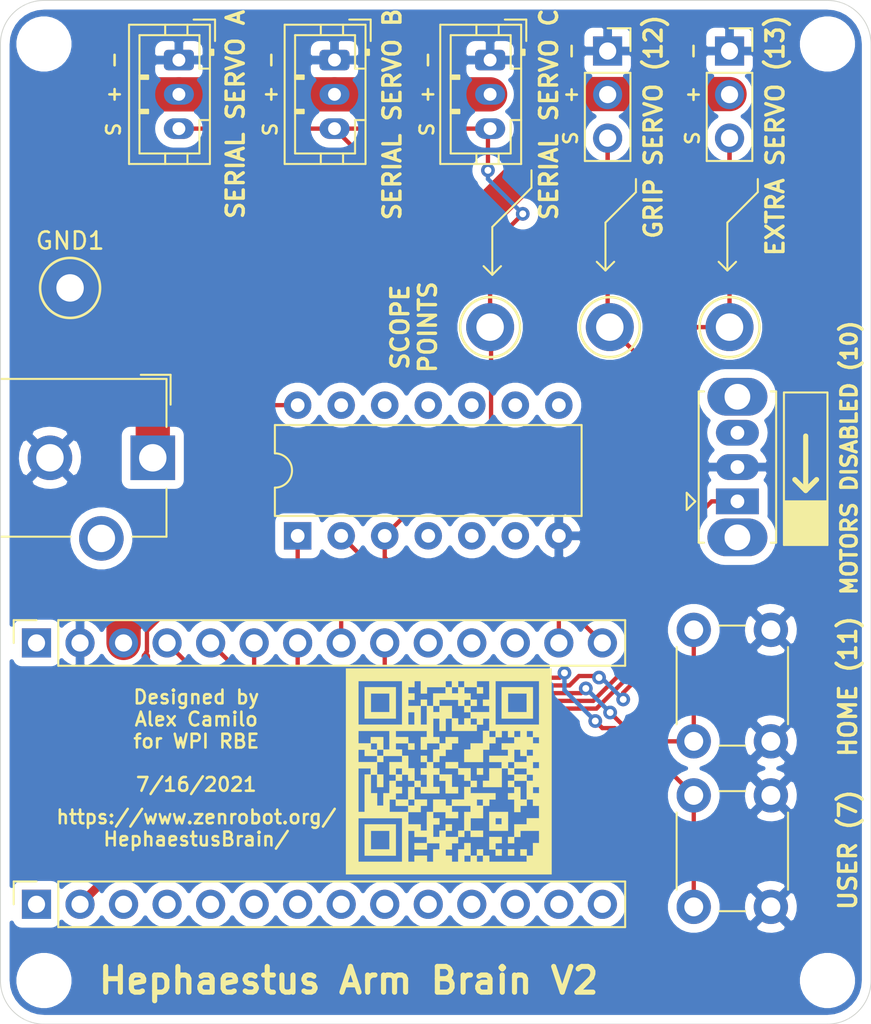
<source format=kicad_pcb>
(kicad_pcb (version 20171130) (host pcbnew "(5.1.8)-1")

  (general
    (thickness 1.6)
    (drawings 66)
    (tracks 117)
    (zones 0)
    (modules 21)
    (nets 31)
  )

  (page A4)
  (layers
    (0 F.Cu signal hide)
    (31 B.Cu signal hide)
    (32 B.Adhes user)
    (33 F.Adhes user)
    (34 B.Paste user)
    (35 F.Paste user)
    (36 B.SilkS user hide)
    (37 F.SilkS user)
    (38 B.Mask user)
    (39 F.Mask user)
    (40 Dwgs.User user hide)
    (41 Cmts.User user)
    (42 Eco1.User user hide)
    (43 Eco2.User user hide)
    (44 Edge.Cuts user)
    (45 Margin user)
    (46 B.CrtYd user hide)
    (47 F.CrtYd user hide)
    (48 B.Fab user hide)
    (49 F.Fab user hide)
  )

  (setup
    (last_trace_width 0.25)
    (trace_clearance 0.2)
    (zone_clearance 0.508)
    (zone_45_only no)
    (trace_min 0.2)
    (via_size 0.8)
    (via_drill 0.4)
    (via_min_size 0.4)
    (via_min_drill 0.3)
    (uvia_size 0.3)
    (uvia_drill 0.1)
    (uvias_allowed no)
    (uvia_min_size 0.2)
    (uvia_min_drill 0.1)
    (edge_width 0.05)
    (segment_width 0.2)
    (pcb_text_width 0.3)
    (pcb_text_size 1.5 1.5)
    (mod_edge_width 0.12)
    (mod_text_size 1 1)
    (mod_text_width 0.15)
    (pad_size 1.524 1.524)
    (pad_drill 0.762)
    (pad_to_mask_clearance 0.051)
    (solder_mask_min_width 0.25)
    (aux_axis_origin 0 0)
    (visible_elements 7FFFFFFF)
    (pcbplotparams
      (layerselection 0x010fc_ffffffff)
      (usegerberextensions false)
      (usegerberattributes false)
      (usegerberadvancedattributes false)
      (creategerberjobfile false)
      (excludeedgelayer true)
      (linewidth 0.100000)
      (plotframeref false)
      (viasonmask false)
      (mode 1)
      (useauxorigin false)
      (hpglpennumber 1)
      (hpglpenspeed 20)
      (hpglpendiameter 15.000000)
      (psnegative false)
      (psa4output false)
      (plotreference true)
      (plotvalue true)
      (plotinvisibletext false)
      (padsonsilk false)
      (subtractmaskfromsilk false)
      (outputformat 1)
      (mirror false)
      (drillshape 0)
      (scaleselection 1)
      (outputdirectory "./gerbers/"))
  )

  (net 0 "")
  (net 1 3v)
  (net 2 GND)
  (net 3 RST)
  (net 4 AREF)
  (net 5 Vhi)
  (net 6 A0)
  (net 7 A1)
  (net 8 A2)
  (net 9 A3)
  (net 10 A4)
  (net 11 A5)
  (net 12 SCK)
  (net 13 MO)
  (net 14 MI)
  (net 15 2)
  (net 16 RX)
  (net 17 TX)
  (net 18 SDA)
  (net 19 SCL)
  (net 20 5)
  (net 21 7)
  (net 22 9)
  (net 23 10)
  (net 24 11)
  (net 25 12)
  (net 26 13)
  (net 27 USB)
  (net 28 BAT)
  (net 29 VPOW)
  (net 30 "Net-(SW1-Pad3)")

  (net_class Default "This is the default net class."
    (clearance 0.2)
    (trace_width 0.25)
    (via_dia 0.8)
    (via_drill 0.4)
    (uvia_dia 0.3)
    (uvia_drill 0.1)
    (add_net 10)
    (add_net 11)
    (add_net 12)
    (add_net 13)
    (add_net 2)
    (add_net 3v)
    (add_net 5)
    (add_net 7)
    (add_net 9)
    (add_net A0)
    (add_net A1)
    (add_net A2)
    (add_net A3)
    (add_net A4)
    (add_net A5)
    (add_net AREF)
    (add_net BAT)
    (add_net GND)
    (add_net MI)
    (add_net MO)
    (add_net "Net-(SW1-Pad3)")
    (add_net RST)
    (add_net RX)
    (add_net SCK)
    (add_net SCL)
    (add_net SDA)
    (add_net TX)
    (add_net USB)
    (add_net VPOW)
    (add_net Vhi)
  )

  (module qrcode:QRCode (layer F.Cu) (tedit 0) (tstamp 60F211B1)
    (at 229.362 99.568)
    (fp_text reference Ref** (at 0 0) (layer F.SilkS) hide
      (effects (font (size 1.27 1.27) (thickness 0.15)))
    )
    (fp_text value Val** (at 0 0) (layer F.SilkS) hide
      (effects (font (size 1.27 1.27) (thickness 0.15)))
    )
    (fp_poly (pts (xy 6.001926 6.001926) (xy -6.001925 6.001926) (xy -6.001925 2.728149) (xy -5.268148 2.728149)
      (xy -5.268148 5.268149) (xy -2.728148 5.268149) (xy -2.728148 3.461926) (xy -2.361259 3.461926)
      (xy -2.361259 5.268149) (xy -2.003777 5.268149) (xy -2.003777 4.910667) (xy -1.27 4.910667)
      (xy -1.27 5.268149) (xy -0.912518 5.268149) (xy -0.912518 4.543778) (xy -0.545629 4.543778)
      (xy -0.545629 4.186297) (xy -1.27 4.186297) (xy -1.27 4.553186) (xy -2.003777 4.553186)
      (xy -2.003777 4.176889) (xy -1.279407 4.176889) (xy -1.279407 3.819408) (xy -2.003777 3.819408)
      (xy -2.003777 3.461926) (xy -2.361259 3.461926) (xy -2.728148 3.461926) (xy -2.728148 2.728149)
      (xy -5.268148 2.728149) (xy -6.001925 2.728149) (xy -6.001925 2.370667) (xy -2.361259 2.370667)
      (xy -2.361259 3.08563) (xy -1.636888 3.08563) (xy -1.636888 3.452519) (xy -1.279407 3.452519)
      (xy -1.279407 2.370667) (xy -0.903111 2.370667) (xy -0.903111 2.728149) (xy -0.545629 2.728149)
      (xy -0.545629 3.095037) (xy -0.903111 3.095037) (xy -0.903111 3.819408) (xy -0.545629 3.819408)
      (xy -0.545629 3.452519) (xy -0.188148 3.452519) (xy -0.188148 3.08563) (xy 0.188149 3.08563)
      (xy 0.188149 3.461926) (xy -0.17874 3.461926) (xy -0.17874 3.819408) (xy 0.54563 3.819408)
      (xy 0.54563 3.452519) (xy 0.903112 3.452519) (xy 0.903112 2.36126) (xy 1.27 2.36126)
      (xy 1.27 2.003778) (xy 0.188149 2.003778) (xy 0.188149 2.36126) (xy 0.54563 2.36126)
      (xy 0.54563 2.728149) (xy -0.188148 2.728149) (xy -0.188148 2.370667) (xy -0.903111 2.370667)
      (xy -1.279407 2.370667) (xy -1.279407 2.36126) (xy -0.912518 2.36126) (xy -0.912518 1.636889)
      (xy -0.17874 1.636889) (xy -0.17874 1.994371) (xy 0.178741 1.994371) (xy 0.178741 1.636889)
      (xy 0.903112 1.636889) (xy 1.636889 1.636889) (xy 1.636889 1.994371) (xy 1.994371 1.994371)
      (xy 1.994371 1.636889) (xy 1.636889 1.636889) (xy 0.903112 1.636889) (xy 0.903112 0.903112)
      (xy 1.27 0.903112) (xy 1.27 0.54563) (xy 0.903112 0.54563) (xy 0.903112 0.188149)
      (xy 0.54563 0.188149) (xy 0.54563 -0.17874) (xy -0.188148 -0.17874) (xy -0.188148 -0.545629)
      (xy 0.54563 -0.545629) (xy 0.54563 -0.188148) (xy 1.279408 -0.188148) (xy 1.279408 0.54563)
      (xy 1.636889 0.54563) (xy 1.636889 0.912519) (xy 1.279408 0.912519) (xy 1.279408 1.27)
      (xy 2.728149 1.27) (xy 2.728149 1.636889) (xy 2.370667 1.636889) (xy 2.370667 2.003778)
      (xy 2.003778 2.003778) (xy 2.003778 2.728149) (xy 1.279408 2.728149) (xy 1.279408 3.452519)
      (xy 2.003778 3.452519) (xy 2.003778 3.819408) (xy 1.27 3.819408) (xy 1.27 3.461926)
      (xy 0.912519 3.461926) (xy 0.912519 3.819408) (xy 0.54563 3.819408) (xy 0.54563 4.186297)
      (xy 0.188149 4.186297) (xy 0.188149 4.553186) (xy -0.17874 4.553186) (xy -0.17874 4.910667)
      (xy 0.188149 4.910667) (xy 0.188149 5.268149) (xy 0.54563 5.268149) (xy 0.54563 4.910667)
      (xy 0.912519 4.910667) (xy 0.912519 5.268149) (xy 1.27 5.268149) (xy 1.27 4.910667)
      (xy 0.912519 4.910667) (xy 0.54563 4.910667) (xy 0.54563 4.543778) (xy 0.903112 4.543778)
      (xy 0.903112 4.176889) (xy 1.279408 4.176889) (xy 1.279408 4.910667) (xy 1.636889 4.910667)
      (xy 1.636889 5.268149) (xy 1.994371 5.268149) (xy 1.994371 4.910667) (xy 1.636889 4.910667)
      (xy 1.636889 4.543778) (xy 2.003778 4.543778) (xy 2.003778 4.910667) (xy 2.370667 4.910667)
      (xy 2.370667 5.268149) (xy 4.543778 5.268149) (xy 4.543778 4.910667) (xy 4.176889 4.910667)
      (xy 4.176889 4.543778) (xy 4.553186 4.543778) (xy 4.553186 4.910667) (xy 4.910667 4.910667)
      (xy 4.910667 4.176889) (xy 5.268149 4.176889) (xy 5.268149 3.461926) (xy 4.186297 3.461926)
      (xy 4.186297 3.819408) (xy 3.819408 3.819408) (xy 3.819408 3.08563) (xy 4.543778 3.08563)
      (xy 4.543778 2.728149) (xy 5.268149 2.728149) (xy 5.268149 2.003778) (xy 4.910667 2.003778)
      (xy 4.910667 1.636889) (xy 4.553186 1.636889) (xy 4.553186 2.003778) (xy 4.186297 2.003778)
      (xy 4.186297 2.370667) (xy 3.819408 2.370667) (xy 3.819408 1.636889) (xy 3.452519 1.636889)
      (xy 3.452519 1.27) (xy 3.819408 1.27) (xy 3.819408 0.912519) (xy 3.452519 0.912519)
      (xy 3.452519 0.54563) (xy 3.819408 0.54563) (xy 3.819408 0.903112) (xy 4.186297 0.903112)
      (xy 4.186297 1.636889) (xy 4.543778 1.636889) (xy 4.543778 0.912519) (xy 4.910667 0.912519)
      (xy 4.910667 1.27) (xy 5.268149 1.27) (xy 5.268149 0.912519) (xy 4.910667 0.912519)
      (xy 4.543778 0.912519) (xy 4.543778 0.54563) (xy 3.819408 0.54563) (xy 3.819408 0.188149)
      (xy 4.553186 0.188149) (xy 4.553186 0.54563) (xy 4.910667 0.54563) (xy 4.910667 0.188149)
      (xy 4.553186 0.188149) (xy 3.819408 0.188149) (xy 3.452519 0.188149) (xy 3.452519 -0.17874)
      (xy 3.819408 -0.17874) (xy 3.819408 0.178741) (xy 4.543778 0.178741) (xy 4.543778 -0.17874)
      (xy 3.819408 -0.17874) (xy 3.452519 -0.17874) (xy 3.095037 -0.17874) (xy 3.095037 0.912519)
      (xy 1.994371 0.912519) (xy 1.994371 0.54563) (xy 2.36126 0.54563) (xy 2.36126 -0.188148)
      (xy 3.08563 -0.188148) (xy 3.08563 -0.545629) (xy 3.461926 -0.545629) (xy 3.461926 -0.188148)
      (xy 3.819408 -0.188148) (xy 3.819408 -0.545629) (xy 3.461926 -0.545629) (xy 3.08563 -0.545629)
      (xy 2.36126 -0.545629) (xy 2.36126 -0.912518) (xy 3.452519 -0.912518) (xy 3.452519 -1.27)
      (xy 3.819408 -1.27) (xy 3.819408 -0.545629) (xy 4.543778 -0.545629) (xy 4.910667 -0.545629)
      (xy 4.910667 -0.188148) (xy 5.268149 -0.188148) (xy 5.268149 -0.545629) (xy 4.910667 -0.545629)
      (xy 4.543778 -0.545629) (xy 4.543778 -0.903111) (xy 4.176889 -0.903111) (xy 4.176889 -1.27)
      (xy 4.553186 -1.27) (xy 4.553186 -0.912518) (xy 4.910667 -0.912518) (xy 4.910667 -1.27)
      (xy 4.553186 -1.27) (xy 4.176889 -1.27) (xy 3.819408 -1.27) (xy 3.452519 -1.27)
      (xy 3.08563 -1.27) (xy 3.08563 -1.636888) (xy 3.819408 -1.636888) (xy 3.819408 -1.99437)
      (xy 4.910667 -1.99437) (xy 4.910667 -1.636888) (xy 5.268149 -1.636888) (xy 5.268149 -1.99437)
      (xy 4.910667 -1.99437) (xy 3.819408 -1.99437) (xy 3.452519 -1.99437) (xy 3.452519 -2.361259)
      (xy 3.819408 -2.361259) (xy 3.819408 -2.003777) (xy 4.176889 -2.003777) (xy 4.176889 -2.361259)
      (xy 4.553186 -2.361259) (xy 4.553186 -2.003777) (xy 4.910667 -2.003777) (xy 4.910667 -2.361259)
      (xy 4.553186 -2.361259) (xy 4.176889 -2.361259) (xy 3.819408 -2.361259) (xy 3.452519 -2.361259)
      (xy 3.095037 -2.361259) (xy 3.095037 -1.99437) (xy 2.728149 -1.99437) (xy 2.728149 -1.636888)
      (xy 2.370667 -1.636888) (xy 2.370667 -1.27) (xy 2.003778 -1.27) (xy 2.003778 -0.545629)
      (xy 0.903112 -0.545629) (xy 0.903112 -1.279407) (xy 1.27 -1.279407) (xy 1.27 -1.636888)
      (xy 1.994371 -1.636888) (xy 1.994371 -2.361259) (xy 2.370667 -2.361259) (xy 2.370667 -2.003777)
      (xy 2.728149 -2.003777) (xy 2.728149 -2.361259) (xy 2.370667 -2.361259) (xy 1.994371 -2.361259)
      (xy 1.994371 -2.370666) (xy 2.36126 -2.370666) (xy 2.36126 -3.085629) (xy 2.003778 -3.085629)
      (xy 2.003778 -2.728148) (xy 1.636889 -2.728148) (xy 1.636889 -2.361259) (xy 0.178741 -2.361259)
      (xy 0.178741 -3.085629) (xy -0.17874 -3.085629) (xy -0.17874 -2.361259) (xy -0.545629 -2.361259)
      (xy -0.545629 -3.085629) (xy -0.903111 -3.085629) (xy -0.903111 -2.003777) (xy -0.545629 -2.003777)
      (xy -0.545629 -1.636888) (xy -0.188148 -1.636888) (xy -0.188148 -2.003777) (xy 0.54563 -2.003777)
      (xy 0.54563 -1.636888) (xy 0.188149 -1.636888) (xy 0.188149 -1.27) (xy -0.17874 -1.27)
      (xy -0.17874 -0.903111) (xy -0.545629 -0.903111) (xy -0.545629 -0.545629) (xy -0.903111 -0.545629)
      (xy -0.903111 -0.188148) (xy -0.545629 -0.188148) (xy -0.545629 0.178741) (xy 0.188149 0.178741)
      (xy 0.188149 0.903112) (xy 0.54563 0.903112) (xy 0.54563 1.279408) (xy -0.188148 1.279408)
      (xy -0.188148 0.54563) (xy -0.545629 0.54563) (xy -0.545629 0.188149) (xy -0.903111 0.188149)
      (xy -0.903111 0.903112) (xy -0.545629 0.903112) (xy -0.545629 1.279408) (xy -1.636888 1.279408)
      (xy -1.636888 0.912519) (xy -1.99437 0.912519) (xy -1.99437 1.636889) (xy -1.27 1.636889)
      (xy -1.27 2.003778) (xy -1.636888 2.003778) (xy -1.636888 2.370667) (xy -2.361259 2.370667)
      (xy -6.001925 2.370667) (xy -6.001925 -0.17874) (xy -5.268148 -0.17874) (xy -5.268148 2.36126)
      (xy -4.910666 2.36126) (xy -4.910666 0.188149) (xy -4.543777 0.188149) (xy -4.543777 1.27)
      (xy -4.176888 1.27) (xy -4.176888 1.994371) (xy -3.819407 1.994371) (xy -3.819407 1.636889)
      (xy -3.452518 1.636889) (xy -3.452518 2.36126) (xy -2.370666 2.36126) (xy -2.370666 2.003778)
      (xy -3.095037 2.003778) (xy -3.095037 1.636889) (xy -3.452518 1.636889) (xy -3.819407 1.636889)
      (xy -3.819407 1.27) (xy -3.461925 1.27) (xy -3.461925 0.54563) (xy -3.095037 0.54563)
      (xy -3.085629 0.54563) (xy -3.085629 0.903112) (xy -2.728148 0.903112) (xy -2.728148 1.279408)
      (xy -3.085629 1.279408) (xy -3.085629 1.636889) (xy -2.370666 1.636889) (xy -2.361259 1.636889)
      (xy -2.361259 1.994371) (xy -2.003777 1.994371) (xy -2.003777 1.636889) (xy -2.361259 1.636889)
      (xy -2.370666 1.636889) (xy -2.370666 0.903112) (xy -2.003777 0.903112) (xy -2.003777 0.54563)
      (xy -2.370666 0.54563) (xy -2.370666 0.188149) (xy -2.728148 0.188149) (xy -2.728148 0.54563)
      (xy -3.085629 0.54563) (xy -3.095037 0.54563) (xy -3.095037 0.188149) (xy -3.461925 0.188149)
      (xy -3.461925 -0.17874) (xy -3.085629 -0.17874) (xy -3.085629 0.178741) (xy -2.728148 0.178741)
      (xy -2.728148 -0.17874) (xy -3.085629 -0.17874) (xy -3.461925 -0.17874) (xy -3.461925 -0.545629)
      (xy -2.728148 -0.545629) (xy -2.728148 -0.903111) (xy -3.819407 -0.903111) (xy -3.819407 -0.545629)
      (xy -4.176888 -0.545629) (xy -4.176888 0.178741) (xy -3.819407 0.178741) (xy -3.819407 0.912519)
      (xy -4.186296 0.912519) (xy -4.186296 0.188149) (xy -4.543777 0.188149) (xy -4.910666 0.188149)
      (xy -4.910666 0.178741) (xy -4.553185 0.178741) (xy -4.553185 -0.17874) (xy -5.268148 -0.17874)
      (xy -6.001925 -0.17874) (xy -6.001925 -1.27) (xy -5.268148 -1.27) (xy -5.268148 -0.545629)
      (xy -4.186296 -0.545629) (xy -4.186296 -0.903111) (xy -4.910666 -0.903111) (xy -4.910666 -1.27)
      (xy -4.176888 -1.27) (xy -4.176888 -0.912518) (xy -3.819407 -0.912518) (xy -3.819407 -1.27)
      (xy -4.176888 -1.27) (xy -4.910666 -1.27) (xy -5.268148 -1.27) (xy -6.001925 -1.27)
      (xy -6.001925 -2.361259) (xy -5.268148 -2.361259) (xy -5.268148 -1.636888) (xy -4.553185 -1.636888)
      (xy -4.543777 -1.636888) (xy -4.543777 -1.279407) (xy -4.186296 -1.279407) (xy -4.186296 -1.636888)
      (xy -4.543777 -1.636888) (xy -4.553185 -1.636888) (xy -4.553185 -2.003777) (xy -3.819407 -2.003777)
      (xy -3.819407 -1.279407) (xy -3.461925 -1.279407) (xy -3.461925 -2.361259) (xy -3.085629 -2.361259)
      (xy -3.085629 -2.003777) (xy -2.361259 -2.003777) (xy -2.361259 -1.636888) (xy -1.99437 -1.636888)
      (xy -1.99437 -1.27) (xy -2.370666 -1.27) (xy -2.370666 -1.636888) (xy -3.085629 -1.636888)
      (xy -3.085629 -1.279407) (xy -2.728148 -1.279407) (xy -2.728148 -0.912518) (xy -2.361259 -0.912518)
      (xy -2.361259 -0.188148) (xy -1.99437 -0.188148) (xy -1.99437 0.54563) (xy -1.636888 0.54563)
      (xy -1.636888 0.903112) (xy -1.279407 0.903112) (xy -1.279407 0.188149) (xy -1.636888 0.188149)
      (xy -1.636888 -0.188148) (xy -1.279407 -0.188148) (xy -1.279407 -0.545629) (xy -1.636888 -0.545629)
      (xy -1.636888 -0.912518) (xy -1.27 -0.912518) (xy -1.27 -0.545629) (xy -0.912518 -0.545629)
      (xy -0.912518 -1.279407) (xy -0.545629 -1.279407) (xy -0.545629 -1.636888) (xy -1.27 -1.636888)
      (xy -1.27 -1.27) (xy -1.636888 -1.27) (xy -1.636888 -2.003777) (xy -1.279407 -2.003777)
      (xy -1.279407 -2.361259) (xy -3.085629 -2.361259) (xy -3.461925 -2.361259) (xy -5.268148 -2.361259)
      (xy -6.001925 -2.361259) (xy -6.001925 -5.268148) (xy -5.268148 -5.268148) (xy -5.268148 -2.728148)
      (xy -2.728148 -2.728148) (xy -2.728148 -3.452518) (xy -2.361259 -3.452518) (xy -2.361259 -2.728148)
      (xy -2.003777 -2.728148) (xy -2.003777 -3.452518) (xy -2.361259 -3.452518) (xy -2.728148 -3.452518)
      (xy -2.728148 -4.910666) (xy -2.361259 -4.910666) (xy -2.361259 -4.553185) (xy -1.99437 -4.553185)
      (xy -1.99437 -4.176888) (xy -2.361259 -4.176888) (xy -2.361259 -3.819407) (xy -1.636888 -3.819407)
      (xy -1.636888 -2.728148) (xy -1.279407 -2.728148) (xy -1.279407 -3.819407) (xy -1.636888 -3.819407)
      (xy -1.636888 -4.186296) (xy -1.27 -4.186296) (xy -1.27 -3.819407) (xy -0.912518 -3.819407)
      (xy -0.903111 -3.819407) (xy -0.903111 -3.461925) (xy -0.545629 -3.461925) (xy -0.545629 -3.819407)
      (xy -0.903111 -3.819407) (xy -0.912518 -3.819407) (xy -0.912518 -4.176888) (xy -0.545629 -4.176888)
      (xy -0.545629 -3.819407) (xy 0.188149 -3.819407) (xy 0.188149 -3.095037) (xy 0.54563 -3.095037)
      (xy 0.54563 -2.728148) (xy 0.903112 -2.728148) (xy 0.903112 -3.085629) (xy 1.279408 -3.085629)
      (xy 1.279408 -2.728148) (xy 1.636889 -2.728148) (xy 1.636889 -3.085629) (xy 1.279408 -3.085629)
      (xy 0.903112 -3.085629) (xy 0.903112 -3.095037) (xy 1.27 -3.095037) (xy 1.27 -3.452518)
      (xy 0.903112 -3.452518) (xy 0.903112 -3.819407) (xy 0.54563 -3.819407) (xy 0.54563 -4.176888)
      (xy 0.912519 -4.176888) (xy 0.912519 -3.819407) (xy 1.27 -3.819407) (xy 1.27 -4.176888)
      (xy 0.912519 -4.176888) (xy 0.54563 -4.176888) (xy -0.545629 -4.176888) (xy -0.912518 -4.176888)
      (xy -0.912518 -4.553185) (xy -0.188148 -4.553185) (xy -0.188148 -4.910666) (xy -1.27 -4.910666)
      (xy -1.27 -4.543777) (xy -1.636888 -4.543777) (xy -1.636888 -5.268148) (xy -0.17874 -5.268148)
      (xy -0.17874 -4.910666) (xy 0.178741 -4.910666) (xy 0.188149 -4.910666) (xy 0.188149 -4.553185)
      (xy 0.54563 -4.553185) (xy 0.54563 -4.910666) (xy 0.188149 -4.910666) (xy 0.178741 -4.910666)
      (xy 0.178741 -5.268148) (xy 0.54563 -5.268148) (xy 0.54563 -4.910666) (xy 0.903112 -4.910666)
      (xy 0.912519 -4.910666) (xy 0.912519 -4.553185) (xy 1.279408 -4.553185) (xy 1.279408 -4.186296)
      (xy 1.636889 -4.186296) (xy 1.636889 -3.819407) (xy 1.279408 -3.819407) (xy 1.279408 -3.461925)
      (xy 2.36126 -3.461925) (xy 2.36126 -3.819407) (xy 1.994371 -3.819407) (xy 1.994371 -4.186296)
      (xy 2.36126 -4.186296) (xy 2.36126 -5.268148) (xy 2.728149 -5.268148) (xy 2.728149 -2.728148)
      (xy 5.268149 -2.728148) (xy 5.268149 -5.268148) (xy 2.728149 -5.268148) (xy 2.36126 -5.268148)
      (xy 1.636889 -5.268148) (xy 1.636889 -4.910666) (xy 0.912519 -4.910666) (xy 0.903112 -4.910666)
      (xy 0.903112 -5.268148) (xy 0.54563 -5.268148) (xy 0.178741 -5.268148) (xy -0.17874 -5.268148)
      (xy -1.636888 -5.268148) (xy -1.99437 -5.268148) (xy -1.99437 -4.910666) (xy -2.361259 -4.910666)
      (xy -2.728148 -4.910666) (xy -2.728148 -5.268148) (xy -5.268148 -5.268148) (xy -6.001925 -5.268148)
      (xy -6.001925 -6.001925) (xy 6.001926 -6.001925) (xy 6.001926 6.001926)) (layer F.SilkS) (width 0.01))
    (fp_poly (pts (xy -3.085629 4.910667) (xy -4.910666 4.910667) (xy -4.910666 3.461926) (xy -4.543777 3.461926)
      (xy -4.543777 4.543778) (xy -3.461925 4.543778) (xy -3.461925 3.461926) (xy -4.543777 3.461926)
      (xy -4.910666 3.461926) (xy -4.910666 3.08563) (xy -3.085629 3.08563) (xy -3.085629 4.910667)) (layer F.SilkS) (width 0.01))
    (fp_poly (pts (xy 3.095037 4.186297) (xy 2.728149 4.186297) (xy 2.728149 4.543778) (xy 3.095037 4.543778)
      (xy 3.095037 4.910667) (xy 2.728149 4.910667) (xy 2.728149 4.553186) (xy 2.36126 4.553186)
      (xy 2.36126 3.819408) (xy 3.095037 3.819408) (xy 3.095037 4.186297)) (layer F.SilkS) (width 0.01))
    (fp_poly (pts (xy 3.819408 4.910667) (xy 3.452519 4.910667) (xy 3.452519 4.543778) (xy 3.819408 4.543778)
      (xy 3.819408 4.910667)) (layer F.SilkS) (width 0.01))
    (fp_poly (pts (xy 3.819408 4.186297) (xy 3.452519 4.186297) (xy 3.452519 3.819408) (xy 3.819408 3.819408)
      (xy 3.819408 4.186297)) (layer F.SilkS) (width 0.01))
    (fp_poly (pts (xy 3.461926 3.461926) (xy 2.36126 3.461926) (xy 2.36126 2.728149) (xy 2.728149 2.728149)
      (xy 2.728149 3.08563) (xy 3.08563 3.08563) (xy 3.08563 2.728149) (xy 2.728149 2.728149)
      (xy 2.36126 2.728149) (xy 2.36126 2.36126) (xy 3.461926 2.36126) (xy 3.461926 3.461926)) (layer F.SilkS) (width 0.01))
    (fp_poly (pts (xy 2.003778 0.188149) (xy 1.636889 0.188149) (xy 1.636889 -0.188148) (xy 2.003778 -0.188148)
      (xy 2.003778 0.188149)) (layer F.SilkS) (width 0.01))
    (fp_poly (pts (xy -3.085629 -3.085629) (xy -4.910666 -3.085629) (xy -4.910666 -4.543777) (xy -4.543777 -4.543777)
      (xy -4.543777 -3.461925) (xy -3.461925 -3.461925) (xy -3.461925 -4.543777) (xy -4.543777 -4.543777)
      (xy -4.910666 -4.543777) (xy -4.910666 -4.910666) (xy -3.085629 -4.910666) (xy -3.085629 -3.085629)) (layer F.SilkS) (width 0.01))
    (fp_poly (pts (xy 4.910667 -3.085629) (xy 3.08563 -3.085629) (xy 3.08563 -4.543777) (xy 3.461926 -4.543777)
      (xy 3.461926 -3.461925) (xy 4.543778 -3.461925) (xy 4.543778 -4.543777) (xy 3.461926 -4.543777)
      (xy 3.08563 -4.543777) (xy 3.08563 -4.910666) (xy 4.910667 -4.910666) (xy 4.910667 -3.085629)) (layer F.SilkS) (width 0.01))
    (fp_poly (pts (xy 2.003778 -4.543777) (xy 1.636889 -4.543777) (xy 1.636889 -4.910666) (xy 2.003778 -4.910666)
      (xy 2.003778 -4.543777)) (layer F.SilkS) (width 0.01))
  )

  (module MountingHole:MountingHole_2.2mm_M2 (layer F.Cu) (tedit 56D1B4CB) (tstamp 60C7B372)
    (at 205.74 111.76)
    (descr "Mounting Hole 2.2mm, no annular, M2")
    (tags "mounting hole 2.2mm no annular m2")
    (path /5F1920B6)
    (attr virtual)
    (fp_text reference H1 (at 0 -3.2) (layer F.SilkS) hide
      (effects (font (size 1 1) (thickness 0.15)))
    )
    (fp_text value MountingHole (at 0 3.2) (layer F.Fab)
      (effects (font (size 1 1) (thickness 0.15)))
    )
    (fp_circle (center 0 0) (end 2.45 0) (layer F.CrtYd) (width 0.05))
    (fp_circle (center 0 0) (end 2.2 0) (layer Cmts.User) (width 0.15))
    (fp_text user %R (at 0.3 0) (layer F.Fab)
      (effects (font (size 1 1) (thickness 0.15)))
    )
    (pad 1 np_thru_hole circle (at 0 0) (size 2.2 2.2) (drill 2.2) (layers *.Cu *.Mask))
  )

  (module MountingHole:MountingHole_2.2mm_M2 (layer F.Cu) (tedit 56D1B4CB) (tstamp 60C7B372)
    (at 251.46 111.76)
    (descr "Mounting Hole 2.2mm, no annular, M2")
    (tags "mounting hole 2.2mm no annular m2")
    (path /5F1920B6)
    (attr virtual)
    (fp_text reference H1 (at 0 -3.2) (layer F.SilkS) hide
      (effects (font (size 1 1) (thickness 0.15)))
    )
    (fp_text value MountingHole (at 0 3.2) (layer F.Fab)
      (effects (font (size 1 1) (thickness 0.15)))
    )
    (fp_circle (center 0 0) (end 2.45 0) (layer F.CrtYd) (width 0.05))
    (fp_circle (center 0 0) (end 2.2 0) (layer Cmts.User) (width 0.15))
    (fp_text user %R (at 0.3 0) (layer F.Fab)
      (effects (font (size 1 1) (thickness 0.15)))
    )
    (pad 1 np_thru_hole circle (at 0 0) (size 2.2 2.2) (drill 2.2) (layers *.Cu *.Mask))
  )

  (module Button_Switch_THT:SW_Slide_1P2T_CK_OS102011MS2Q (layer F.Cu) (tedit 5F19C853) (tstamp 60C7B459)
    (at 246.2055 83.82 90)
    (descr "CuK miniature slide switch, OS series, SPDT, https://www.ckswitches.com/media/1428/os.pdf")
    (tags "switch SPDT")
    (path /5F1BB884)
    (fp_text reference SW1 (at 3.99 -2.99 90) (layer F.SilkS) hide
      (effects (font (size 1 1) (thickness 0.15)))
    )
    (fp_text value SW_SPDT (at 2 3 90) (layer F.Fab)
      (effects (font (size 1 1) (thickness 0.15)))
    )
    (fp_line (start 0.5 -2.96) (end -0.5 -2.96) (layer F.SilkS) (width 0.12))
    (fp_line (start 0 -2.46) (end 0.5 -2.96) (layer F.SilkS) (width 0.12))
    (fp_line (start -0.5 -2.96) (end 0 -2.46) (layer F.SilkS) (width 0.12))
    (fp_line (start 0 -1.65) (end 0.5 -2.15) (layer F.Fab) (width 0.1))
    (fp_line (start -0.5 -2.15) (end 0 -1.65) (layer F.Fab) (width 0.1))
    (fp_line (start -3.45 2.4) (end -3.45 -2.4) (layer B.CrtYd) (width 0.05))
    (fp_line (start 7.45 2.4) (end -3.45 2.4) (layer B.CrtYd) (width 0.05))
    (fp_line (start 7.45 -2.4) (end 7.45 2.4) (layer B.CrtYd) (width 0.05))
    (fp_line (start -3.45 -2.4) (end 7.45 -2.4) (layer B.CrtYd) (width 0.05))
    (fp_line (start 6.41 2.26) (end 6.41 1.95) (layer F.SilkS) (width 0.12))
    (fp_line (start -2.41 2.26) (end -2.41 1.95) (layer F.SilkS) (width 0.12))
    (fp_line (start -2.41 -1.95) (end -2.41 -2.26) (layer F.SilkS) (width 0.12))
    (fp_line (start 6.41 2.26) (end -2.41 2.26) (layer F.SilkS) (width 0.12))
    (fp_line (start 6.41 -2.26) (end 6.41 -1.95) (layer F.SilkS) (width 0.12))
    (fp_line (start -2.41 -2.26) (end 6.41 -2.26) (layer F.SilkS) (width 0.12))
    (fp_line (start -2.3 -2.15) (end -0.5 -2.15) (layer F.Fab) (width 0.1))
    (fp_line (start 2 -1) (end 2 1) (layer F.Fab) (width 0.1))
    (fp_line (start 1.34 -1) (end 1.34 1) (layer F.Fab) (width 0.1))
    (fp_line (start 0.66 -1) (end 0.66 1) (layer F.Fab) (width 0.1))
    (fp_line (start 0 -1) (end 0 1) (layer F.Fab) (width 0.1))
    (fp_line (start 0 1) (end 4 1) (layer F.Fab) (width 0.1))
    (fp_line (start 4 -1) (end 4 1) (layer F.Fab) (width 0.1))
    (fp_line (start 0 -1) (end 4 -1) (layer F.Fab) (width 0.1))
    (fp_line (start -2.3 2.15) (end -2.3 -2.15) (layer F.Fab) (width 0.1))
    (fp_line (start 6.3 2.15) (end -2.3 2.15) (layer F.Fab) (width 0.1))
    (fp_line (start 6.3 -2.15) (end 6.3 2.15) (layer F.Fab) (width 0.1))
    (fp_line (start 0.5 -2.15) (end 6.3 -2.15) (layer F.Fab) (width 0.1))
    (fp_text user %R (at 3.99 -2.99 90) (layer F.Fab)
      (effects (font (size 1 1) (thickness 0.15)))
    )
    (pad 1 thru_hole rect (at 0 0 90) (size 1.5 2.5) (drill 0.8) (layers *.Cu *.Mask)
      (net 23 10))
    (pad 2 thru_hole oval (at 2 0 90) (size 1.5 2.5) (drill 0.8) (layers *.Cu *.Mask)
      (net 2 GND))
    (pad 3 thru_hole oval (at 4 0 90) (size 1.5 2.5) (drill 0.8) (layers *.Cu *.Mask)
      (net 30 "Net-(SW1-Pad3)"))
    (pad "" thru_hole oval (at -2.1 0 90) (size 2.2 3.5) (drill 1.5) (layers *.Cu *.Mask))
    (pad "" thru_hole oval (at 6.1 0 90) (size 2.2 3.5) (drill 1.5) (layers *.Cu *.Mask))
    (model ${KISYS3DMOD}/Button_Switch_THT.3dshapes/SW_Slide_1P2T_CK_OS102011MS2Q.wrl
      (at (xyz 0 0 0))
      (scale (xyz 1 1 1))
      (rotate (xyz 0 0 0))
    )
    (model ${KIPRJMOD}/OS102011MS2QN1.stp
      (offset (xyz 2 0 4))
      (scale (xyz 1 1 1))
      (rotate (xyz -90 0 0))
    )
  )

  (module Connector_BarrelJack:BarrelJack_CUI_PJ-102AH_Horizontal (layer F.Cu) (tedit 5F186C94) (tstamp 5F18C085)
    (at 212.09 81.28 270)
    (descr "Thin-pin DC Barrel Jack, https://cdn-shop.adafruit.com/datasheets/21mmdcjackDatasheet.pdf")
    (tags "Power Jack")
    (path /5F18AA9E)
    (fp_text reference J1 (at 5.75 8.45) (layer F.SilkS) hide
      (effects (font (size 1 1) (thickness 0.15)))
    )
    (fp_text value Barrel_Jack (at -5.5 6.2) (layer F.Fab)
      (effects (font (size 1 1) (thickness 0.15)))
    )
    (fp_line (start -4.5 10.2) (end 4.5 10.2) (layer F.Fab) (width 0.1))
    (fp_line (start -3.5 -0.7) (end 4.5 -0.7) (layer F.Fab) (width 0.1))
    (fp_line (start -4.5 0.3) (end -3.5 -0.7) (layer F.Fab) (width 0.1))
    (fp_line (start -4.5 13.7) (end -4.5 0.3) (layer F.Fab) (width 0.1))
    (fp_line (start 4.5 13.7) (end -4.5 13.7) (layer F.Fab) (width 0.1))
    (fp_line (start 4.5 -0.7) (end 4.5 13.7) (layer F.Fab) (width 0.1))
    (fp_line (start -4.84 -1.04) (end -3.1 -1.04) (layer F.SilkS) (width 0.12))
    (fp_line (start -4.84 0.7) (end -4.84 -1.04) (layer F.SilkS) (width 0.12))
    (fp_line (start 4.6 -0.8) (end 4.6 1.2) (layer F.SilkS) (width 0.12))
    (fp_line (start 1.8 -0.8) (end 4.6 -0.8) (layer F.SilkS) (width 0.12))
    (fp_line (start -4.6 -0.8) (end -1.8 -0.8) (layer F.SilkS) (width 0.12))
    (fp_line (start -4.6 13.8) (end -4.6 -0.8) (layer F.SilkS) (width 0.12))
    (fp_line (start 4.6 13.8) (end -4.6 13.8) (layer F.SilkS) (width 0.12))
    (fp_line (start 4.6 4.8) (end 4.6 13.8) (layer F.SilkS) (width 0.12))
    (fp_line (start -1.8 -1.8) (end 1.8 -1.8) (layer F.CrtYd) (width 0.05))
    (fp_line (start -1.8 -1.2) (end -1.8 -1.8) (layer F.CrtYd) (width 0.05))
    (fp_line (start -5 -1.2) (end -1.8 -1.2) (layer F.CrtYd) (width 0.05))
    (fp_line (start -5 14.2) (end -5 -1.2) (layer F.CrtYd) (width 0.05))
    (fp_line (start 5 14.2) (end -5 14.2) (layer F.CrtYd) (width 0.05))
    (fp_line (start 5 4.8) (end 5 14.2) (layer F.CrtYd) (width 0.05))
    (fp_line (start 6.5 4.8) (end 5 4.8) (layer F.CrtYd) (width 0.05))
    (fp_line (start 6.5 1.2) (end 6.5 4.8) (layer F.CrtYd) (width 0.05))
    (fp_line (start 5 1.2) (end 6.5 1.2) (layer F.CrtYd) (width 0.05))
    (fp_line (start 5 -1.2) (end 5 1.2) (layer F.CrtYd) (width 0.05))
    (fp_line (start 1.8 -1.2) (end 5 -1.2) (layer F.CrtYd) (width 0.05))
    (fp_line (start 1.8 -1.8) (end 1.8 -1.2) (layer F.CrtYd) (width 0.05))
    (fp_text user %R (at 0 6.5 90) (layer F.Fab)
      (effects (font (size 1 1) (thickness 0.15)))
    )
    (pad 1 thru_hole rect (at 0 0 270) (size 2.6 2.6) (drill 1.6) (layers *.Cu *.Mask)
      (net 29 VPOW))
    (pad 2 thru_hole circle (at 0 6 270) (size 2.6 2.6) (drill 1.6) (layers *.Cu *.Mask)
      (net 2 GND))
    (pad 3 thru_hole circle (at 4.7 3 270) (size 2.6 2.6) (drill 1.6) (layers *.Cu *.Mask))
    (model ${KISYS3DMOD}/Connector_BarrelJack.3dshapes/BarrelJack_CUI_PJ-102AH_Horizontal.wrl
      (at (xyz 0 0 0))
      (scale (xyz 1 1 1))
      (rotate (xyz 0 0 0))
    )
    (model ${KIPRJMOD}/PJ-102AH--3DModel-STEP-56544.STEP
      (offset (xyz 0 -13.75 6.5))
      (scale (xyz 1 1 1))
      (rotate (xyz -90 0 0))
    )
  )

  (module Connector_PinSocket_2.54mm:PinSocket_1x14_P2.54mm_Vertical (layer F.Cu) (tedit 5A19A434) (tstamp 60C7AED8)
    (at 205.305001 107.315 90)
    (descr "Through hole straight socket strip, 1x14, 2.54mm pitch, single row (from Kicad 4.0.7), script generated")
    (tags "Through hole socket strip THT 1x14 2.54mm single row")
    (path /5F1712C0)
    (fp_text reference J2 (at 0 -2.77 90) (layer F.SilkS) hide
      (effects (font (size 1 1) (thickness 0.15)))
    )
    (fp_text value ItsyBitsy (at 0 35.79 90) (layer F.Fab)
      (effects (font (size 1 1) (thickness 0.15)))
    )
    (fp_line (start -1.8 34.8) (end -1.8 -1.8) (layer F.CrtYd) (width 0.05))
    (fp_line (start 1.75 34.8) (end -1.8 34.8) (layer F.CrtYd) (width 0.05))
    (fp_line (start 1.75 -1.8) (end 1.75 34.8) (layer F.CrtYd) (width 0.05))
    (fp_line (start -1.8 -1.8) (end 1.75 -1.8) (layer F.CrtYd) (width 0.05))
    (fp_line (start 0 -1.33) (end 1.33 -1.33) (layer F.SilkS) (width 0.12))
    (fp_line (start 1.33 -1.33) (end 1.33 0) (layer F.SilkS) (width 0.12))
    (fp_line (start 1.33 1.27) (end 1.33 34.35) (layer F.SilkS) (width 0.12))
    (fp_line (start -1.33 34.35) (end 1.33 34.35) (layer F.SilkS) (width 0.12))
    (fp_line (start -1.33 1.27) (end -1.33 34.35) (layer F.SilkS) (width 0.12))
    (fp_line (start -1.33 1.27) (end 1.33 1.27) (layer F.SilkS) (width 0.12))
    (fp_line (start -1.27 34.29) (end -1.27 -1.27) (layer F.Fab) (width 0.1))
    (fp_line (start 1.27 34.29) (end -1.27 34.29) (layer F.Fab) (width 0.1))
    (fp_line (start 1.27 -0.635) (end 1.27 34.29) (layer F.Fab) (width 0.1))
    (fp_line (start 0.635 -1.27) (end 1.27 -0.635) (layer F.Fab) (width 0.1))
    (fp_line (start -1.27 -1.27) (end 0.635 -1.27) (layer F.Fab) (width 0.1))
    (fp_text user %R (at 0 16.51) (layer F.Fab)
      (effects (font (size 1 1) (thickness 0.15)))
    )
    (pad 1 thru_hole rect (at 0 0 90) (size 1.7 1.7) (drill 1) (layers *.Cu *.Mask)
      (net 3 RST))
    (pad 2 thru_hole oval (at 0 2.54 90) (size 1.7 1.7) (drill 1) (layers *.Cu *.Mask)
      (net 1 3v))
    (pad 3 thru_hole oval (at 0 5.08 90) (size 1.7 1.7) (drill 1) (layers *.Cu *.Mask)
      (net 4 AREF))
    (pad 4 thru_hole oval (at 0 7.62 90) (size 1.7 1.7) (drill 1) (layers *.Cu *.Mask)
      (net 5 Vhi))
    (pad 5 thru_hole oval (at 0 10.16 90) (size 1.7 1.7) (drill 1) (layers *.Cu *.Mask)
      (net 6 A0))
    (pad 6 thru_hole oval (at 0 12.7 90) (size 1.7 1.7) (drill 1) (layers *.Cu *.Mask)
      (net 7 A1))
    (pad 7 thru_hole oval (at 0 15.24 90) (size 1.7 1.7) (drill 1) (layers *.Cu *.Mask)
      (net 8 A2))
    (pad 8 thru_hole oval (at 0 17.78 90) (size 1.7 1.7) (drill 1) (layers *.Cu *.Mask)
      (net 9 A3))
    (pad 9 thru_hole oval (at 0 20.32 90) (size 1.7 1.7) (drill 1) (layers *.Cu *.Mask)
      (net 10 A4))
    (pad 10 thru_hole oval (at 0 22.86 90) (size 1.7 1.7) (drill 1) (layers *.Cu *.Mask)
      (net 11 A5))
    (pad 11 thru_hole oval (at 0 25.4 90) (size 1.7 1.7) (drill 1) (layers *.Cu *.Mask)
      (net 12 SCK))
    (pad 12 thru_hole oval (at 0 27.94 90) (size 1.7 1.7) (drill 1) (layers *.Cu *.Mask)
      (net 13 MO))
    (pad 13 thru_hole oval (at 0 30.48 90) (size 1.7 1.7) (drill 1) (layers *.Cu *.Mask)
      (net 14 MI))
    (pad 14 thru_hole oval (at 0 33.02 90) (size 1.7 1.7) (drill 1) (layers *.Cu *.Mask)
      (net 15 2))
    (model ${KISYS3DMOD}/Connector_PinSocket_2.54mm.3dshapes/PinSocket_1x14_P2.54mm_Vertical.wrl
      (at (xyz 0 0 0))
      (scale (xyz 1 1 1))
      (rotate (xyz 0 0 0))
    )
  )

  (module Connector_PinSocket_2.54mm:PinSocket_1x14_P2.54mm_Vertical (layer F.Cu) (tedit 5A19A434) (tstamp 60C7AE75)
    (at 205.305001 92.075 90)
    (descr "Through hole straight socket strip, 1x14, 2.54mm pitch, single row (from Kicad 4.0.7), script generated")
    (tags "Through hole socket strip THT 1x14 2.54mm single row")
    (path /5F173678)
    (fp_text reference J3 (at 0 -2.77 90) (layer F.SilkS) hide
      (effects (font (size 1 1) (thickness 0.15)))
    )
    (fp_text value ItsyBitsy (at 0 35.79 90) (layer F.Fab)
      (effects (font (size 1 1) (thickness 0.15)))
    )
    (fp_line (start -1.27 -1.27) (end 0.635 -1.27) (layer F.Fab) (width 0.1))
    (fp_line (start 0.635 -1.27) (end 1.27 -0.635) (layer F.Fab) (width 0.1))
    (fp_line (start 1.27 -0.635) (end 1.27 34.29) (layer F.Fab) (width 0.1))
    (fp_line (start 1.27 34.29) (end -1.27 34.29) (layer F.Fab) (width 0.1))
    (fp_line (start -1.27 34.29) (end -1.27 -1.27) (layer F.Fab) (width 0.1))
    (fp_line (start -1.33 1.27) (end 1.33 1.27) (layer F.SilkS) (width 0.12))
    (fp_line (start -1.33 1.27) (end -1.33 34.35) (layer F.SilkS) (width 0.12))
    (fp_line (start -1.33 34.35) (end 1.33 34.35) (layer F.SilkS) (width 0.12))
    (fp_line (start 1.33 1.27) (end 1.33 34.35) (layer F.SilkS) (width 0.12))
    (fp_line (start 1.33 -1.33) (end 1.33 0) (layer F.SilkS) (width 0.12))
    (fp_line (start 0 -1.33) (end 1.33 -1.33) (layer F.SilkS) (width 0.12))
    (fp_line (start -1.8 -1.8) (end 1.75 -1.8) (layer F.CrtYd) (width 0.05))
    (fp_line (start 1.75 -1.8) (end 1.75 34.8) (layer F.CrtYd) (width 0.05))
    (fp_line (start 1.75 34.8) (end -1.8 34.8) (layer F.CrtYd) (width 0.05))
    (fp_line (start -1.8 34.8) (end -1.8 -1.8) (layer F.CrtYd) (width 0.05))
    (fp_text user %R (at 0 16.51) (layer F.Fab)
      (effects (font (size 1 1) (thickness 0.15)))
    )
    (pad 14 thru_hole oval (at 0 33.02 90) (size 1.7 1.7) (drill 1) (layers *.Cu *.Mask)
      (net 16 RX))
    (pad 13 thru_hole oval (at 0 30.48 90) (size 1.7 1.7) (drill 1) (layers *.Cu *.Mask)
      (net 17 TX))
    (pad 12 thru_hole oval (at 0 27.94 90) (size 1.7 1.7) (drill 1) (layers *.Cu *.Mask)
      (net 18 SDA))
    (pad 11 thru_hole oval (at 0 25.4 90) (size 1.7 1.7) (drill 1) (layers *.Cu *.Mask)
      (net 19 SCL))
    (pad 10 thru_hole oval (at 0 22.86 90) (size 1.7 1.7) (drill 1) (layers *.Cu *.Mask)
      (net 20 5))
    (pad 9 thru_hole oval (at 0 20.32 90) (size 1.7 1.7) (drill 1) (layers *.Cu *.Mask)
      (net 21 7))
    (pad 8 thru_hole oval (at 0 17.78 90) (size 1.7 1.7) (drill 1) (layers *.Cu *.Mask)
      (net 22 9))
    (pad 7 thru_hole oval (at 0 15.24 90) (size 1.7 1.7) (drill 1) (layers *.Cu *.Mask)
      (net 23 10))
    (pad 6 thru_hole oval (at 0 12.7 90) (size 1.7 1.7) (drill 1) (layers *.Cu *.Mask)
      (net 24 11))
    (pad 5 thru_hole oval (at 0 10.16 90) (size 1.7 1.7) (drill 1) (layers *.Cu *.Mask)
      (net 25 12))
    (pad 4 thru_hole oval (at 0 7.62 90) (size 1.7 1.7) (drill 1) (layers *.Cu *.Mask)
      (net 26 13))
    (pad 3 thru_hole oval (at 0 5.08 90) (size 1.7 1.7) (drill 1) (layers *.Cu *.Mask)
      (net 27 USB))
    (pad 2 thru_hole oval (at 0 2.54 90) (size 1.7 1.7) (drill 1) (layers *.Cu *.Mask)
      (net 2 GND))
    (pad 1 thru_hole rect (at 0 0 90) (size 1.7 1.7) (drill 1) (layers *.Cu *.Mask)
      (net 28 BAT))
    (model ${KISYS3DMOD}/Connector_PinSocket_2.54mm.3dshapes/PinSocket_1x14_P2.54mm_Vertical.wrl
      (at (xyz 0 0 0))
      (scale (xyz 1 1 1))
      (rotate (xyz 0 0 0))
    )
  )

  (module Connector_PinSocket_2.54mm:PinSocket_1x03_P2.54mm_Vertical (layer F.Cu) (tedit 5A19A429) (tstamp 5F18BC00)
    (at 238.633 57.561)
    (descr "Through hole straight socket strip, 1x03, 2.54mm pitch, single row (from Kicad 4.0.7), script generated")
    (tags "Through hole socket strip THT 1x03 2.54mm single row")
    (path /5F185295)
    (fp_text reference J4 (at 0 -2.77) (layer F.SilkS) hide
      (effects (font (size 1 1) (thickness 0.15)))
    )
    (fp_text value Conn_01x03_Male (at 0 7.85) (layer F.Fab)
      (effects (font (size 1 1) (thickness 0.15)))
    )
    (fp_line (start -1.8 6.85) (end -1.8 -1.8) (layer F.CrtYd) (width 0.05))
    (fp_line (start 1.75 6.85) (end -1.8 6.85) (layer F.CrtYd) (width 0.05))
    (fp_line (start 1.75 -1.8) (end 1.75 6.85) (layer F.CrtYd) (width 0.05))
    (fp_line (start -1.8 -1.8) (end 1.75 -1.8) (layer F.CrtYd) (width 0.05))
    (fp_line (start 0 -1.33) (end 1.33 -1.33) (layer F.SilkS) (width 0.12))
    (fp_line (start 1.33 -1.33) (end 1.33 0) (layer F.SilkS) (width 0.12))
    (fp_line (start 1.33 1.27) (end 1.33 6.41) (layer F.SilkS) (width 0.12))
    (fp_line (start -1.33 6.41) (end 1.33 6.41) (layer F.SilkS) (width 0.12))
    (fp_line (start -1.33 1.27) (end -1.33 6.41) (layer F.SilkS) (width 0.12))
    (fp_line (start -1.33 1.27) (end 1.33 1.27) (layer F.SilkS) (width 0.12))
    (fp_line (start -1.27 6.35) (end -1.27 -1.27) (layer F.Fab) (width 0.1))
    (fp_line (start 1.27 6.35) (end -1.27 6.35) (layer F.Fab) (width 0.1))
    (fp_line (start 1.27 -0.635) (end 1.27 6.35) (layer F.Fab) (width 0.1))
    (fp_line (start 0.635 -1.27) (end 1.27 -0.635) (layer F.Fab) (width 0.1))
    (fp_line (start -1.27 -1.27) (end 0.635 -1.27) (layer F.Fab) (width 0.1))
    (fp_text user %R (at 0 2.54 90) (layer F.Fab)
      (effects (font (size 1 1) (thickness 0.15)))
    )
    (pad 1 thru_hole rect (at 0 0) (size 1.7 1.7) (drill 1) (layers *.Cu *.Mask)
      (net 2 GND))
    (pad 2 thru_hole oval (at 0 2.54) (size 1.7 1.7) (drill 1) (layers *.Cu *.Mask)
      (net 27 USB))
    (pad 3 thru_hole oval (at 0 5.08) (size 1.7 1.7) (drill 1) (layers *.Cu *.Mask)
      (net 25 12))
    (model ${KISYS3DMOD}/Connector_PinSocket_2.54mm.3dshapes/PinSocket_1x03_P2.54mm_Vertical.wrl
      (at (xyz 0 0 0))
      (scale (xyz 1 1 1))
      (rotate (xyz 0 0 0))
    )
  )

  (module Connector_JST:JST_PH_B3B-PH-K_1x03_P2.00mm_Vertical (layer F.Cu) (tedit 5B7745C2) (tstamp 5F18BC2F)
    (at 213.614 58.086 270)
    (descr "JST PH series connector, B3B-PH-K (http://www.jst-mfg.com/product/pdf/eng/ePH.pdf), generated with kicad-footprint-generator")
    (tags "connector JST PH side entry")
    (path /5F189CE4)
    (fp_text reference J5 (at 2 -2.9 90) (layer F.SilkS) hide
      (effects (font (size 1 1) (thickness 0.15)))
    )
    (fp_text value Conn_01x03_Male (at 2 4 90) (layer F.Fab)
      (effects (font (size 1 1) (thickness 0.15)))
    )
    (fp_line (start 6.45 -2.2) (end -2.45 -2.2) (layer F.CrtYd) (width 0.05))
    (fp_line (start 6.45 3.3) (end 6.45 -2.2) (layer F.CrtYd) (width 0.05))
    (fp_line (start -2.45 3.3) (end 6.45 3.3) (layer F.CrtYd) (width 0.05))
    (fp_line (start -2.45 -2.2) (end -2.45 3.3) (layer F.CrtYd) (width 0.05))
    (fp_line (start 5.95 -1.7) (end -1.95 -1.7) (layer F.Fab) (width 0.1))
    (fp_line (start 5.95 2.8) (end 5.95 -1.7) (layer F.Fab) (width 0.1))
    (fp_line (start -1.95 2.8) (end 5.95 2.8) (layer F.Fab) (width 0.1))
    (fp_line (start -1.95 -1.7) (end -1.95 2.8) (layer F.Fab) (width 0.1))
    (fp_line (start -2.36 -2.11) (end -2.36 -0.86) (layer F.Fab) (width 0.1))
    (fp_line (start -1.11 -2.11) (end -2.36 -2.11) (layer F.Fab) (width 0.1))
    (fp_line (start -2.36 -2.11) (end -2.36 -0.86) (layer F.SilkS) (width 0.12))
    (fp_line (start -1.11 -2.11) (end -2.36 -2.11) (layer F.SilkS) (width 0.12))
    (fp_line (start 3 2.3) (end 3 1.8) (layer F.SilkS) (width 0.12))
    (fp_line (start 3.1 1.8) (end 3.1 2.3) (layer F.SilkS) (width 0.12))
    (fp_line (start 2.9 1.8) (end 3.1 1.8) (layer F.SilkS) (width 0.12))
    (fp_line (start 2.9 2.3) (end 2.9 1.8) (layer F.SilkS) (width 0.12))
    (fp_line (start 1 2.3) (end 1 1.8) (layer F.SilkS) (width 0.12))
    (fp_line (start 1.1 1.8) (end 1.1 2.3) (layer F.SilkS) (width 0.12))
    (fp_line (start 0.9 1.8) (end 1.1 1.8) (layer F.SilkS) (width 0.12))
    (fp_line (start 0.9 2.3) (end 0.9 1.8) (layer F.SilkS) (width 0.12))
    (fp_line (start 6.06 0.8) (end 5.45 0.8) (layer F.SilkS) (width 0.12))
    (fp_line (start 6.06 -0.5) (end 5.45 -0.5) (layer F.SilkS) (width 0.12))
    (fp_line (start -2.06 0.8) (end -1.45 0.8) (layer F.SilkS) (width 0.12))
    (fp_line (start -2.06 -0.5) (end -1.45 -0.5) (layer F.SilkS) (width 0.12))
    (fp_line (start 3.5 -1.2) (end 3.5 -1.81) (layer F.SilkS) (width 0.12))
    (fp_line (start 5.45 -1.2) (end 3.5 -1.2) (layer F.SilkS) (width 0.12))
    (fp_line (start 5.45 2.3) (end 5.45 -1.2) (layer F.SilkS) (width 0.12))
    (fp_line (start -1.45 2.3) (end 5.45 2.3) (layer F.SilkS) (width 0.12))
    (fp_line (start -1.45 -1.2) (end -1.45 2.3) (layer F.SilkS) (width 0.12))
    (fp_line (start 0.5 -1.2) (end -1.45 -1.2) (layer F.SilkS) (width 0.12))
    (fp_line (start 0.5 -1.81) (end 0.5 -1.2) (layer F.SilkS) (width 0.12))
    (fp_line (start -0.3 -1.91) (end -0.6 -1.91) (layer F.SilkS) (width 0.12))
    (fp_line (start -0.6 -2.01) (end -0.6 -1.81) (layer F.SilkS) (width 0.12))
    (fp_line (start -0.3 -2.01) (end -0.6 -2.01) (layer F.SilkS) (width 0.12))
    (fp_line (start -0.3 -1.81) (end -0.3 -2.01) (layer F.SilkS) (width 0.12))
    (fp_line (start 6.06 -1.81) (end -2.06 -1.81) (layer F.SilkS) (width 0.12))
    (fp_line (start 6.06 2.91) (end 6.06 -1.81) (layer F.SilkS) (width 0.12))
    (fp_line (start -2.06 2.91) (end 6.06 2.91) (layer F.SilkS) (width 0.12))
    (fp_line (start -2.06 -1.81) (end -2.06 2.91) (layer F.SilkS) (width 0.12))
    (fp_text user %R (at 2 1.5 90) (layer F.Fab)
      (effects (font (size 1 1) (thickness 0.15)))
    )
    (pad 1 thru_hole roundrect (at 0 0 270) (size 1.2 1.75) (drill 0.75) (layers *.Cu *.Mask) (roundrect_rratio 0.208333)
      (net 2 GND))
    (pad 2 thru_hole oval (at 2 0 270) (size 1.2 1.75) (drill 0.75) (layers *.Cu *.Mask)
      (net 29 VPOW))
    (pad 3 thru_hole oval (at 4 0 270) (size 1.2 1.75) (drill 0.75) (layers *.Cu *.Mask)
      (net 16 RX))
    (model ${KISYS3DMOD}/Connector_JST.3dshapes/JST_PH_B3B-PH-K_1x03_P2.00mm_Vertical.wrl
      (at (xyz 0 0 0))
      (scale (xyz 1 1 1))
      (rotate (xyz 0 0 0))
    )
  )

  (module Connector_JST:JST_PH_B3B-PH-K_1x03_P2.00mm_Vertical (layer F.Cu) (tedit 5B7745C2) (tstamp 60C7B084)
    (at 231.775 58.086 270)
    (descr "JST PH series connector, B3B-PH-K (http://www.jst-mfg.com/product/pdf/eng/ePH.pdf), generated with kicad-footprint-generator")
    (tags "connector JST PH side entry")
    (path /5F188487)
    (fp_text reference J6 (at 2 -2.9 90) (layer F.SilkS) hide
      (effects (font (size 1 1) (thickness 0.15)))
    )
    (fp_text value Conn_01x03_Male (at 2 4 90) (layer F.Fab)
      (effects (font (size 1 1) (thickness 0.15)))
    )
    (fp_line (start -2.06 -1.81) (end -2.06 2.91) (layer F.SilkS) (width 0.12))
    (fp_line (start -2.06 2.91) (end 6.06 2.91) (layer F.SilkS) (width 0.12))
    (fp_line (start 6.06 2.91) (end 6.06 -1.81) (layer F.SilkS) (width 0.12))
    (fp_line (start 6.06 -1.81) (end -2.06 -1.81) (layer F.SilkS) (width 0.12))
    (fp_line (start -0.3 -1.81) (end -0.3 -2.01) (layer F.SilkS) (width 0.12))
    (fp_line (start -0.3 -2.01) (end -0.6 -2.01) (layer F.SilkS) (width 0.12))
    (fp_line (start -0.6 -2.01) (end -0.6 -1.81) (layer F.SilkS) (width 0.12))
    (fp_line (start -0.3 -1.91) (end -0.6 -1.91) (layer F.SilkS) (width 0.12))
    (fp_line (start 0.5 -1.81) (end 0.5 -1.2) (layer F.SilkS) (width 0.12))
    (fp_line (start 0.5 -1.2) (end -1.45 -1.2) (layer F.SilkS) (width 0.12))
    (fp_line (start -1.45 -1.2) (end -1.45 2.3) (layer F.SilkS) (width 0.12))
    (fp_line (start -1.45 2.3) (end 5.45 2.3) (layer F.SilkS) (width 0.12))
    (fp_line (start 5.45 2.3) (end 5.45 -1.2) (layer F.SilkS) (width 0.12))
    (fp_line (start 5.45 -1.2) (end 3.5 -1.2) (layer F.SilkS) (width 0.12))
    (fp_line (start 3.5 -1.2) (end 3.5 -1.81) (layer F.SilkS) (width 0.12))
    (fp_line (start -2.06 -0.5) (end -1.45 -0.5) (layer F.SilkS) (width 0.12))
    (fp_line (start -2.06 0.8) (end -1.45 0.8) (layer F.SilkS) (width 0.12))
    (fp_line (start 6.06 -0.5) (end 5.45 -0.5) (layer F.SilkS) (width 0.12))
    (fp_line (start 6.06 0.8) (end 5.45 0.8) (layer F.SilkS) (width 0.12))
    (fp_line (start 0.9 2.3) (end 0.9 1.8) (layer F.SilkS) (width 0.12))
    (fp_line (start 0.9 1.8) (end 1.1 1.8) (layer F.SilkS) (width 0.12))
    (fp_line (start 1.1 1.8) (end 1.1 2.3) (layer F.SilkS) (width 0.12))
    (fp_line (start 1 2.3) (end 1 1.8) (layer F.SilkS) (width 0.12))
    (fp_line (start 2.9 2.3) (end 2.9 1.8) (layer F.SilkS) (width 0.12))
    (fp_line (start 2.9 1.8) (end 3.1 1.8) (layer F.SilkS) (width 0.12))
    (fp_line (start 3.1 1.8) (end 3.1 2.3) (layer F.SilkS) (width 0.12))
    (fp_line (start 3 2.3) (end 3 1.8) (layer F.SilkS) (width 0.12))
    (fp_line (start -1.11 -2.11) (end -2.36 -2.11) (layer F.SilkS) (width 0.12))
    (fp_line (start -2.36 -2.11) (end -2.36 -0.86) (layer F.SilkS) (width 0.12))
    (fp_line (start -1.11 -2.11) (end -2.36 -2.11) (layer F.Fab) (width 0.1))
    (fp_line (start -2.36 -2.11) (end -2.36 -0.86) (layer F.Fab) (width 0.1))
    (fp_line (start -1.95 -1.7) (end -1.95 2.8) (layer F.Fab) (width 0.1))
    (fp_line (start -1.95 2.8) (end 5.95 2.8) (layer F.Fab) (width 0.1))
    (fp_line (start 5.95 2.8) (end 5.95 -1.7) (layer F.Fab) (width 0.1))
    (fp_line (start 5.95 -1.7) (end -1.95 -1.7) (layer F.Fab) (width 0.1))
    (fp_line (start -2.45 -2.2) (end -2.45 3.3) (layer F.CrtYd) (width 0.05))
    (fp_line (start -2.45 3.3) (end 6.45 3.3) (layer F.CrtYd) (width 0.05))
    (fp_line (start 6.45 3.3) (end 6.45 -2.2) (layer F.CrtYd) (width 0.05))
    (fp_line (start 6.45 -2.2) (end -2.45 -2.2) (layer F.CrtYd) (width 0.05))
    (fp_text user %R (at 2 1.5 90) (layer F.Fab)
      (effects (font (size 1 1) (thickness 0.15)))
    )
    (pad 3 thru_hole oval (at 4 0 270) (size 1.2 1.75) (drill 0.75) (layers *.Cu *.Mask)
      (net 16 RX))
    (pad 2 thru_hole oval (at 2 0 270) (size 1.2 1.75) (drill 0.75) (layers *.Cu *.Mask)
      (net 29 VPOW))
    (pad 1 thru_hole roundrect (at 0 0 270) (size 1.2 1.75) (drill 0.75) (layers *.Cu *.Mask) (roundrect_rratio 0.208333)
      (net 2 GND))
    (model ${KISYS3DMOD}/Connector_JST.3dshapes/JST_PH_B3B-PH-K_1x03_P2.00mm_Vertical.wrl
      (at (xyz 0 0 0))
      (scale (xyz 1 1 1))
      (rotate (xyz 0 0 0))
    )
  )

  (module Connector_JST:JST_PH_B3B-PH-K_1x03_P2.00mm_Vertical (layer F.Cu) (tedit 5B7745C2) (tstamp 60C7AFFA)
    (at 222.6945 58.086 270)
    (descr "JST PH series connector, B3B-PH-K (http://www.jst-mfg.com/product/pdf/eng/ePH.pdf), generated with kicad-footprint-generator")
    (tags "connector JST PH side entry")
    (path /5F1899F8)
    (fp_text reference J7 (at 2 -2.9 90) (layer F.SilkS) hide
      (effects (font (size 1 1) (thickness 0.15)))
    )
    (fp_text value Conn_01x03_Male (at 2 4 90) (layer F.Fab)
      (effects (font (size 1 1) (thickness 0.15)))
    )
    (fp_line (start 6.45 -2.2) (end -2.45 -2.2) (layer F.CrtYd) (width 0.05))
    (fp_line (start 6.45 3.3) (end 6.45 -2.2) (layer F.CrtYd) (width 0.05))
    (fp_line (start -2.45 3.3) (end 6.45 3.3) (layer F.CrtYd) (width 0.05))
    (fp_line (start -2.45 -2.2) (end -2.45 3.3) (layer F.CrtYd) (width 0.05))
    (fp_line (start 5.95 -1.7) (end -1.95 -1.7) (layer F.Fab) (width 0.1))
    (fp_line (start 5.95 2.8) (end 5.95 -1.7) (layer F.Fab) (width 0.1))
    (fp_line (start -1.95 2.8) (end 5.95 2.8) (layer F.Fab) (width 0.1))
    (fp_line (start -1.95 -1.7) (end -1.95 2.8) (layer F.Fab) (width 0.1))
    (fp_line (start -2.36 -2.11) (end -2.36 -0.86) (layer F.Fab) (width 0.1))
    (fp_line (start -1.11 -2.11) (end -2.36 -2.11) (layer F.Fab) (width 0.1))
    (fp_line (start -2.36 -2.11) (end -2.36 -0.86) (layer F.SilkS) (width 0.12))
    (fp_line (start -1.11 -2.11) (end -2.36 -2.11) (layer F.SilkS) (width 0.12))
    (fp_line (start 3 2.3) (end 3 1.8) (layer F.SilkS) (width 0.12))
    (fp_line (start 3.1 1.8) (end 3.1 2.3) (layer F.SilkS) (width 0.12))
    (fp_line (start 2.9 1.8) (end 3.1 1.8) (layer F.SilkS) (width 0.12))
    (fp_line (start 2.9 2.3) (end 2.9 1.8) (layer F.SilkS) (width 0.12))
    (fp_line (start 1 2.3) (end 1 1.8) (layer F.SilkS) (width 0.12))
    (fp_line (start 1.1 1.8) (end 1.1 2.3) (layer F.SilkS) (width 0.12))
    (fp_line (start 0.9 1.8) (end 1.1 1.8) (layer F.SilkS) (width 0.12))
    (fp_line (start 0.9 2.3) (end 0.9 1.8) (layer F.SilkS) (width 0.12))
    (fp_line (start 6.06 0.8) (end 5.45 0.8) (layer F.SilkS) (width 0.12))
    (fp_line (start 6.06 -0.5) (end 5.45 -0.5) (layer F.SilkS) (width 0.12))
    (fp_line (start -2.06 0.8) (end -1.45 0.8) (layer F.SilkS) (width 0.12))
    (fp_line (start -2.06 -0.5) (end -1.45 -0.5) (layer F.SilkS) (width 0.12))
    (fp_line (start 3.5 -1.2) (end 3.5 -1.81) (layer F.SilkS) (width 0.12))
    (fp_line (start 5.45 -1.2) (end 3.5 -1.2) (layer F.SilkS) (width 0.12))
    (fp_line (start 5.45 2.3) (end 5.45 -1.2) (layer F.SilkS) (width 0.12))
    (fp_line (start -1.45 2.3) (end 5.45 2.3) (layer F.SilkS) (width 0.12))
    (fp_line (start -1.45 -1.2) (end -1.45 2.3) (layer F.SilkS) (width 0.12))
    (fp_line (start 0.5 -1.2) (end -1.45 -1.2) (layer F.SilkS) (width 0.12))
    (fp_line (start 0.5 -1.81) (end 0.5 -1.2) (layer F.SilkS) (width 0.12))
    (fp_line (start -0.3 -1.91) (end -0.6 -1.91) (layer F.SilkS) (width 0.12))
    (fp_line (start -0.6 -2.01) (end -0.6 -1.81) (layer F.SilkS) (width 0.12))
    (fp_line (start -0.3 -2.01) (end -0.6 -2.01) (layer F.SilkS) (width 0.12))
    (fp_line (start -0.3 -1.81) (end -0.3 -2.01) (layer F.SilkS) (width 0.12))
    (fp_line (start 6.06 -1.81) (end -2.06 -1.81) (layer F.SilkS) (width 0.12))
    (fp_line (start 6.06 2.91) (end 6.06 -1.81) (layer F.SilkS) (width 0.12))
    (fp_line (start -2.06 2.91) (end 6.06 2.91) (layer F.SilkS) (width 0.12))
    (fp_line (start -2.06 -1.81) (end -2.06 2.91) (layer F.SilkS) (width 0.12))
    (fp_text user %R (at 2 1.5 90) (layer F.Fab)
      (effects (font (size 1 1) (thickness 0.15)))
    )
    (pad 1 thru_hole roundrect (at 0 0 270) (size 1.2 1.75) (drill 0.75) (layers *.Cu *.Mask) (roundrect_rratio 0.208333)
      (net 2 GND))
    (pad 2 thru_hole oval (at 2 0 270) (size 1.2 1.75) (drill 0.75) (layers *.Cu *.Mask)
      (net 29 VPOW))
    (pad 3 thru_hole oval (at 4 0 270) (size 1.2 1.75) (drill 0.75) (layers *.Cu *.Mask)
      (net 16 RX))
    (model ${KISYS3DMOD}/Connector_JST.3dshapes/JST_PH_B3B-PH-K_1x03_P2.00mm_Vertical.wrl
      (at (xyz 0 0 0))
      (scale (xyz 1 1 1))
      (rotate (xyz 0 0 0))
    )
  )

  (module Package_DIP:DIP-14_W7.62mm (layer F.Cu) (tedit 5A02E8C5) (tstamp 5F18BCAF)
    (at 220.545001 85.83 90)
    (descr "14-lead though-hole mounted DIP package, row spacing 7.62 mm (300 mils)")
    (tags "THT DIP DIL PDIP 2.54mm 7.62mm 300mil")
    (path /5F17E882)
    (fp_text reference U1 (at 3.81 -2.33 90) (layer F.SilkS) hide
      (effects (font (size 1 1) (thickness 0.15)))
    )
    (fp_text value 74126 (at 3.81 17.57 90) (layer F.Fab)
      (effects (font (size 1 1) (thickness 0.15)))
    )
    (fp_line (start 8.7 -1.55) (end -1.1 -1.55) (layer F.CrtYd) (width 0.05))
    (fp_line (start 8.7 16.8) (end 8.7 -1.55) (layer F.CrtYd) (width 0.05))
    (fp_line (start -1.1 16.8) (end 8.7 16.8) (layer F.CrtYd) (width 0.05))
    (fp_line (start -1.1 -1.55) (end -1.1 16.8) (layer F.CrtYd) (width 0.05))
    (fp_line (start 6.46 -1.33) (end 4.81 -1.33) (layer F.SilkS) (width 0.12))
    (fp_line (start 6.46 16.57) (end 6.46 -1.33) (layer F.SilkS) (width 0.12))
    (fp_line (start 1.16 16.57) (end 6.46 16.57) (layer F.SilkS) (width 0.12))
    (fp_line (start 1.16 -1.33) (end 1.16 16.57) (layer F.SilkS) (width 0.12))
    (fp_line (start 2.81 -1.33) (end 1.16 -1.33) (layer F.SilkS) (width 0.12))
    (fp_line (start 0.635 -0.27) (end 1.635 -1.27) (layer F.Fab) (width 0.1))
    (fp_line (start 0.635 16.51) (end 0.635 -0.27) (layer F.Fab) (width 0.1))
    (fp_line (start 6.985 16.51) (end 0.635 16.51) (layer F.Fab) (width 0.1))
    (fp_line (start 6.985 -1.27) (end 6.985 16.51) (layer F.Fab) (width 0.1))
    (fp_line (start 1.635 -1.27) (end 6.985 -1.27) (layer F.Fab) (width 0.1))
    (fp_arc (start 3.81 -1.33) (end 2.81 -1.33) (angle -180) (layer F.SilkS) (width 0.12))
    (fp_text user %R (at 3.81 7.62 90) (layer F.Fab)
      (effects (font (size 1 1) (thickness 0.15)))
    )
    (pad 1 thru_hole rect (at 0 0 90) (size 1.6 1.6) (drill 0.8) (layers *.Cu *.Mask)
      (net 22 9))
    (pad 8 thru_hole oval (at 7.62 15.24 90) (size 1.6 1.6) (drill 0.8) (layers *.Cu *.Mask))
    (pad 2 thru_hole oval (at 0 2.54 90) (size 1.6 1.6) (drill 0.8) (layers *.Cu *.Mask)
      (net 17 TX))
    (pad 9 thru_hole oval (at 7.62 12.7 90) (size 1.6 1.6) (drill 0.8) (layers *.Cu *.Mask))
    (pad 3 thru_hole oval (at 0 5.08 90) (size 1.6 1.6) (drill 0.8) (layers *.Cu *.Mask)
      (net 16 RX))
    (pad 10 thru_hole oval (at 7.62 10.16 90) (size 1.6 1.6) (drill 0.8) (layers *.Cu *.Mask))
    (pad 4 thru_hole oval (at 0 7.62 90) (size 1.6 1.6) (drill 0.8) (layers *.Cu *.Mask))
    (pad 11 thru_hole oval (at 7.62 7.62 90) (size 1.6 1.6) (drill 0.8) (layers *.Cu *.Mask))
    (pad 5 thru_hole oval (at 0 10.16 90) (size 1.6 1.6) (drill 0.8) (layers *.Cu *.Mask))
    (pad 12 thru_hole oval (at 7.62 5.08 90) (size 1.6 1.6) (drill 0.8) (layers *.Cu *.Mask))
    (pad 6 thru_hole oval (at 0 12.7 90) (size 1.6 1.6) (drill 0.8) (layers *.Cu *.Mask))
    (pad 13 thru_hole oval (at 7.62 2.54 90) (size 1.6 1.6) (drill 0.8) (layers *.Cu *.Mask))
    (pad 7 thru_hole oval (at 0 15.24 90) (size 1.6 1.6) (drill 0.8) (layers *.Cu *.Mask)
      (net 2 GND))
    (pad 14 thru_hole oval (at 7.62 0 90) (size 1.6 1.6) (drill 0.8) (layers *.Cu *.Mask)
      (net 1 3v))
    (model ${KISYS3DMOD}/Package_DIP.3dshapes/DIP-14_W7.62mm.wrl
      (at (xyz 0 0 0))
      (scale (xyz 1 1 1))
      (rotate (xyz 0 0 0))
    )
  )

  (module MountingHole:MountingHole_2.2mm_M2 (layer F.Cu) (tedit 56D1B4CB) (tstamp 5F19CC62)
    (at 251.46 57.15)
    (descr "Mounting Hole 2.2mm, no annular, M2")
    (tags "mounting hole 2.2mm no annular m2")
    (path /5F1920B6)
    (attr virtual)
    (fp_text reference H1 (at 0 -3.2) (layer F.SilkS) hide
      (effects (font (size 1 1) (thickness 0.15)))
    )
    (fp_text value MountingHole (at 0 3.2) (layer F.Fab)
      (effects (font (size 1 1) (thickness 0.15)))
    )
    (fp_circle (center 0 0) (end 2.45 0) (layer F.CrtYd) (width 0.05))
    (fp_circle (center 0 0) (end 2.2 0) (layer Cmts.User) (width 0.15))
    (fp_text user %R (at 0.3 0) (layer F.Fab)
      (effects (font (size 1 1) (thickness 0.15)))
    )
    (pad 1 np_thru_hole circle (at 0 0) (size 2.2 2.2) (drill 2.2) (layers *.Cu *.Mask))
  )

  (module MountingHole:MountingHole_2.2mm_M2 (layer F.Cu) (tedit 56D1B4CB) (tstamp 5F18C93C)
    (at 205.74 57.15)
    (descr "Mounting Hole 2.2mm, no annular, M2")
    (tags "mounting hole 2.2mm no annular m2")
    (path /5F193B06)
    (attr virtual)
    (fp_text reference H2 (at 0 -3.2) (layer F.SilkS) hide
      (effects (font (size 1 1) (thickness 0.15)))
    )
    (fp_text value MountingHole (at 0 3.2) (layer F.Fab)
      (effects (font (size 1 1) (thickness 0.15)))
    )
    (fp_circle (center 0 0) (end 2.2 0) (layer Cmts.User) (width 0.15))
    (fp_circle (center 0 0) (end 2.45 0) (layer F.CrtYd) (width 0.05))
    (fp_text user %R (at 0.3 0) (layer F.Fab)
      (effects (font (size 1 1) (thickness 0.15)))
    )
    (pad 1 np_thru_hole circle (at 0 0) (size 2.2 2.2) (drill 2.2) (layers *.Cu *.Mask))
  )

  (module Button_Switch_THT:SW_PUSH_6mm (layer F.Cu) (tedit 5A02FE31) (tstamp 5F19C5A8)
    (at 248.158 91.313 270)
    (descr https://www.omron.com/ecb/products/pdf/en-b3f.pdf)
    (tags "tact sw push 6mm")
    (path /5F19DD94)
    (fp_text reference SW2 (at 3.25 -2 90) (layer F.SilkS) hide
      (effects (font (size 1 1) (thickness 0.15)))
    )
    (fp_text value SW_SPST (at 3.75 6.7 90) (layer F.Fab)
      (effects (font (size 1 1) (thickness 0.15)))
    )
    (fp_line (start 3.25 -0.75) (end 6.25 -0.75) (layer F.Fab) (width 0.1))
    (fp_line (start 6.25 -0.75) (end 6.25 5.25) (layer F.Fab) (width 0.1))
    (fp_line (start 6.25 5.25) (end 0.25 5.25) (layer F.Fab) (width 0.1))
    (fp_line (start 0.25 5.25) (end 0.25 -0.75) (layer F.Fab) (width 0.1))
    (fp_line (start 0.25 -0.75) (end 3.25 -0.75) (layer F.Fab) (width 0.1))
    (fp_line (start 7.75 6) (end 8 6) (layer F.CrtYd) (width 0.05))
    (fp_line (start 8 6) (end 8 5.75) (layer F.CrtYd) (width 0.05))
    (fp_line (start 7.75 -1.5) (end 8 -1.5) (layer F.CrtYd) (width 0.05))
    (fp_line (start 8 -1.5) (end 8 -1.25) (layer F.CrtYd) (width 0.05))
    (fp_line (start -1.5 -1.25) (end -1.5 -1.5) (layer F.CrtYd) (width 0.05))
    (fp_line (start -1.5 -1.5) (end -1.25 -1.5) (layer F.CrtYd) (width 0.05))
    (fp_line (start -1.5 5.75) (end -1.5 6) (layer F.CrtYd) (width 0.05))
    (fp_line (start -1.5 6) (end -1.25 6) (layer F.CrtYd) (width 0.05))
    (fp_line (start -1.25 -1.5) (end 7.75 -1.5) (layer F.CrtYd) (width 0.05))
    (fp_line (start -1.5 5.75) (end -1.5 -1.25) (layer F.CrtYd) (width 0.05))
    (fp_line (start 7.75 6) (end -1.25 6) (layer F.CrtYd) (width 0.05))
    (fp_line (start 8 -1.25) (end 8 5.75) (layer F.CrtYd) (width 0.05))
    (fp_line (start 1 5.5) (end 5.5 5.5) (layer F.SilkS) (width 0.12))
    (fp_line (start -0.25 1.5) (end -0.25 3) (layer F.SilkS) (width 0.12))
    (fp_line (start 5.5 -1) (end 1 -1) (layer F.SilkS) (width 0.12))
    (fp_line (start 6.75 3) (end 6.75 1.5) (layer F.SilkS) (width 0.12))
    (fp_circle (center 3.25 2.25) (end 1.25 2.5) (layer F.Fab) (width 0.1))
    (fp_text user %R (at 3.25 -0.767501 90) (layer F.Fab)
      (effects (font (size 1 1) (thickness 0.15)))
    )
    (pad 1 thru_hole circle (at 6.5 0) (size 2 2) (drill 1.1) (layers *.Cu *.Mask)
      (net 2 GND))
    (pad 2 thru_hole circle (at 6.5 4.5) (size 2 2) (drill 1.1) (layers *.Cu *.Mask)
      (net 24 11))
    (pad 1 thru_hole circle (at 0 0) (size 2 2) (drill 1.1) (layers *.Cu *.Mask)
      (net 2 GND))
    (pad 2 thru_hole circle (at 0 4.5) (size 2 2) (drill 1.1) (layers *.Cu *.Mask)
      (net 24 11))
    (model ${KISYS3DMOD}/Button_Switch_THT.3dshapes/SW_PUSH_6mm.wrl
      (at (xyz 0 0 0))
      (scale (xyz 1 1 1))
      (rotate (xyz 0 0 0))
    )
  )

  (module Button_Switch_THT:SW_PUSH_6mm (layer F.Cu) (tedit 5A02FE31) (tstamp 5F19C9E9)
    (at 248.158 100.965 270)
    (descr https://www.omron.com/ecb/products/pdf/en-b3f.pdf)
    (tags "tact sw push 6mm")
    (path /5F1ACAE6)
    (fp_text reference SW3 (at 3.25 -2 90) (layer F.SilkS) hide
      (effects (font (size 1 1) (thickness 0.15)))
    )
    (fp_text value SW_SPST (at 3.75 6.7 90) (layer F.Fab)
      (effects (font (size 1 1) (thickness 0.15)))
    )
    (fp_circle (center 3.25 2.25) (end 1.25 2.5) (layer F.Fab) (width 0.1))
    (fp_line (start 6.75 3) (end 6.75 1.5) (layer F.SilkS) (width 0.12))
    (fp_line (start 5.5 -1) (end 1 -1) (layer F.SilkS) (width 0.12))
    (fp_line (start -0.25 1.5) (end -0.25 3) (layer F.SilkS) (width 0.12))
    (fp_line (start 1 5.5) (end 5.5 5.5) (layer F.SilkS) (width 0.12))
    (fp_line (start 8 -1.25) (end 8 5.75) (layer F.CrtYd) (width 0.05))
    (fp_line (start 7.75 6) (end -1.25 6) (layer F.CrtYd) (width 0.05))
    (fp_line (start -1.5 5.75) (end -1.5 -1.25) (layer F.CrtYd) (width 0.05))
    (fp_line (start -1.25 -1.5) (end 7.75 -1.5) (layer F.CrtYd) (width 0.05))
    (fp_line (start -1.5 6) (end -1.25 6) (layer F.CrtYd) (width 0.05))
    (fp_line (start -1.5 5.75) (end -1.5 6) (layer F.CrtYd) (width 0.05))
    (fp_line (start -1.5 -1.5) (end -1.25 -1.5) (layer F.CrtYd) (width 0.05))
    (fp_line (start -1.5 -1.25) (end -1.5 -1.5) (layer F.CrtYd) (width 0.05))
    (fp_line (start 8 -1.5) (end 8 -1.25) (layer F.CrtYd) (width 0.05))
    (fp_line (start 7.75 -1.5) (end 8 -1.5) (layer F.CrtYd) (width 0.05))
    (fp_line (start 8 6) (end 8 5.75) (layer F.CrtYd) (width 0.05))
    (fp_line (start 7.75 6) (end 8 6) (layer F.CrtYd) (width 0.05))
    (fp_line (start 0.25 -0.75) (end 3.25 -0.75) (layer F.Fab) (width 0.1))
    (fp_line (start 0.25 5.25) (end 0.25 -0.75) (layer F.Fab) (width 0.1))
    (fp_line (start 6.25 5.25) (end 0.25 5.25) (layer F.Fab) (width 0.1))
    (fp_line (start 6.25 -0.75) (end 6.25 5.25) (layer F.Fab) (width 0.1))
    (fp_line (start 3.25 -0.75) (end 6.25 -0.75) (layer F.Fab) (width 0.1))
    (fp_text user %R (at 3.25 2.25 90) (layer F.Fab)
      (effects (font (size 1 1) (thickness 0.15)))
    )
    (pad 2 thru_hole circle (at 0 4.5) (size 2 2) (drill 1.1) (layers *.Cu *.Mask)
      (net 21 7))
    (pad 1 thru_hole circle (at 0 0) (size 2 2) (drill 1.1) (layers *.Cu *.Mask)
      (net 2 GND))
    (pad 2 thru_hole circle (at 6.5 4.5) (size 2 2) (drill 1.1) (layers *.Cu *.Mask)
      (net 21 7))
    (pad 1 thru_hole circle (at 6.5 0) (size 2 2) (drill 1.1) (layers *.Cu *.Mask)
      (net 2 GND))
    (model ${KISYS3DMOD}/Button_Switch_THT.3dshapes/SW_PUSH_6mm.wrl
      (at (xyz 0 0 0))
      (scale (xyz 1 1 1))
      (rotate (xyz 0 0 0))
    )
  )

  (module Connector_PinSocket_2.54mm:PinSocket_1x03_P2.54mm_Vertical (layer F.Cu) (tedit 5A19A429) (tstamp 60C7AED1)
    (at 245.745 57.561)
    (descr "Through hole straight socket strip, 1x03, 2.54mm pitch, single row (from Kicad 4.0.7), script generated")
    (tags "Through hole socket strip THT 1x03 2.54mm single row")
    (path /5F1B3FC7)
    (fp_text reference J8 (at 0 -2.77) (layer F.SilkS) hide
      (effects (font (size 1 1) (thickness 0.15)))
    )
    (fp_text value Conn_01x03_Male (at 0 7.85) (layer F.Fab)
      (effects (font (size 1 1) (thickness 0.15)))
    )
    (fp_line (start -1.8 6.85) (end -1.8 -1.8) (layer F.CrtYd) (width 0.05))
    (fp_line (start 1.75 6.85) (end -1.8 6.85) (layer F.CrtYd) (width 0.05))
    (fp_line (start 1.75 -1.8) (end 1.75 6.85) (layer F.CrtYd) (width 0.05))
    (fp_line (start -1.8 -1.8) (end 1.75 -1.8) (layer F.CrtYd) (width 0.05))
    (fp_line (start 0 -1.33) (end 1.33 -1.33) (layer F.SilkS) (width 0.12))
    (fp_line (start 1.33 -1.33) (end 1.33 0) (layer F.SilkS) (width 0.12))
    (fp_line (start 1.33 1.27) (end 1.33 6.41) (layer F.SilkS) (width 0.12))
    (fp_line (start -1.33 6.41) (end 1.33 6.41) (layer F.SilkS) (width 0.12))
    (fp_line (start -1.33 1.27) (end -1.33 6.41) (layer F.SilkS) (width 0.12))
    (fp_line (start -1.33 1.27) (end 1.33 1.27) (layer F.SilkS) (width 0.12))
    (fp_line (start -1.27 6.35) (end -1.27 -1.27) (layer F.Fab) (width 0.1))
    (fp_line (start 1.27 6.35) (end -1.27 6.35) (layer F.Fab) (width 0.1))
    (fp_line (start 1.27 -0.635) (end 1.27 6.35) (layer F.Fab) (width 0.1))
    (fp_line (start 0.635 -1.27) (end 1.27 -0.635) (layer F.Fab) (width 0.1))
    (fp_line (start -1.27 -1.27) (end 0.635 -1.27) (layer F.Fab) (width 0.1))
    (fp_text user %R (at 0 2.54 90) (layer F.Fab)
      (effects (font (size 1 1) (thickness 0.15)))
    )
    (pad 1 thru_hole rect (at 0 0) (size 1.7 1.7) (drill 1) (layers *.Cu *.Mask)
      (net 2 GND))
    (pad 2 thru_hole oval (at 0 2.54) (size 1.7 1.7) (drill 1) (layers *.Cu *.Mask)
      (net 27 USB))
    (pad 3 thru_hole oval (at 0 5.08) (size 1.7 1.7) (drill 1) (layers *.Cu *.Mask)
      (net 26 13))
    (model ${KISYS3DMOD}/Connector_PinSocket_2.54mm.3dshapes/PinSocket_1x03_P2.54mm_Vertical.wrl
      (at (xyz 0 0 0))
      (scale (xyz 1 1 1))
      (rotate (xyz 0 0 0))
    )
  )

  (module testpoint-keystone-5005:TestPoint_Keystone_5005-5009_Compact (layer F.Cu) (tedit 60C7B863) (tstamp 60C85E2D)
    (at 231.775 73.66)
    (descr "Keystone Miniature THM Test Point 5005-5009, http://www.keyelco.com/product-pdf.cfm?p=1314")
    (tags "Through Hole Mount Test Points")
    (path /60C83302)
    (fp_text reference SERVOBUS1 (at 0 -2.75) (layer F.SilkS) hide
      (effects (font (size 1 1) (thickness 0.15)))
    )
    (fp_text value TestPoint_Probe (at 0 2.75) (layer F.Fab)
      (effects (font (size 1 1) (thickness 0.15)))
    )
    (fp_circle (center 0 0) (end 1.75 0) (layer F.SilkS) (width 0.15))
    (fp_circle (center 0 0) (end 1.6 0) (layer F.Fab) (width 0.15))
    (fp_circle (center 0 0) (end 2 0) (layer F.CrtYd) (width 0.05))
    (fp_line (start -1.25 0.4) (end -1.25 -0.4) (layer F.Fab) (width 0.15))
    (fp_line (start 1.25 0.4) (end -1.25 0.4) (layer F.Fab) (width 0.15))
    (fp_line (start 1.25 -0.4) (end 1.25 0.4) (layer F.Fab) (width 0.15))
    (fp_line (start -1.25 -0.4) (end 1.25 -0.4) (layer F.Fab) (width 0.15))
    (fp_text user %R (at 0 0) (layer F.Fab)
      (effects (font (size 0.6 0.6) (thickness 0.09)))
    )
    (pad 1 thru_hole circle (at 0 0) (size 2.8 2.8) (drill 1.6) (layers *.Cu *.Mask)
      (net 16 RX))
    (model ${KISYS3DMOD}/TestPoint.3dshapes/TestPoint_Keystone_5005-5009_Compact.wrl
      (at (xyz 0 0 0))
      (scale (xyz 1 1 1))
      (rotate (xyz 0 0 0))
    )
    (model ${KIPRJMOD}/keystone-PN5005.STEP
      (offset (xyz -0.5 0.25 2.38))
      (scale (xyz 1 1 1))
      (rotate (xyz -90 0 0))
    )
  )

  (module testpoint-keystone-5005:TestPoint_Keystone_5005-5009_Compact (layer F.Cu) (tedit 60C7B863) (tstamp 60C85E39)
    (at 238.76 73.66)
    (descr "Keystone Miniature THM Test Point 5005-5009, http://www.keyelco.com/product-pdf.cfm?p=1314")
    (tags "Through Hole Mount Test Points")
    (path /60C86272)
    (fp_text reference SERVOPWM12 (at 0 -2.75) (layer F.SilkS) hide
      (effects (font (size 1 1) (thickness 0.15)))
    )
    (fp_text value TestPoint_Probe (at 0 2.75) (layer F.Fab)
      (effects (font (size 1 1) (thickness 0.15)))
    )
    (fp_circle (center 0 0) (end 1.75 0) (layer F.SilkS) (width 0.15))
    (fp_circle (center 0 0) (end 1.6 0) (layer F.Fab) (width 0.15))
    (fp_circle (center 0 0) (end 2 0) (layer F.CrtYd) (width 0.05))
    (fp_line (start -1.25 0.4) (end -1.25 -0.4) (layer F.Fab) (width 0.15))
    (fp_line (start 1.25 0.4) (end -1.25 0.4) (layer F.Fab) (width 0.15))
    (fp_line (start 1.25 -0.4) (end 1.25 0.4) (layer F.Fab) (width 0.15))
    (fp_line (start -1.25 -0.4) (end 1.25 -0.4) (layer F.Fab) (width 0.15))
    (fp_text user %R (at 0 0) (layer F.Fab)
      (effects (font (size 0.6 0.6) (thickness 0.09)))
    )
    (pad 1 thru_hole circle (at 0 0) (size 2.8 2.8) (drill 1.6) (layers *.Cu *.Mask)
      (net 25 12))
    (model ${KISYS3DMOD}/TestPoint.3dshapes/TestPoint_Keystone_5005-5009_Compact.wrl
      (at (xyz 0 0 0))
      (scale (xyz 1 1 1))
      (rotate (xyz 0 0 0))
    )
    (model ${KIPRJMOD}/keystone-PN5005.STEP
      (offset (xyz -0.5 0.25 2.38))
      (scale (xyz 1 1 1))
      (rotate (xyz -90 0 0))
    )
  )

  (module testpoint-keystone-5005:TestPoint_Keystone_5005-5009_Compact (layer F.Cu) (tedit 60C7B863) (tstamp 60C85E45)
    (at 245.745 73.66)
    (descr "Keystone Miniature THM Test Point 5005-5009, http://www.keyelco.com/product-pdf.cfm?p=1314")
    (tags "Through Hole Mount Test Points")
    (path /60C8444F)
    (fp_text reference SERVOPWM13 (at 0.574999 7.499999) (layer F.SilkS) hide
      (effects (font (size 1 1) (thickness 0.15)))
    )
    (fp_text value TestPoint_Probe (at 0 2.75) (layer F.Fab)
      (effects (font (size 1 1) (thickness 0.15)))
    )
    (fp_line (start -1.25 -0.4) (end 1.25 -0.4) (layer F.Fab) (width 0.15))
    (fp_line (start 1.25 -0.4) (end 1.25 0.4) (layer F.Fab) (width 0.15))
    (fp_line (start 1.25 0.4) (end -1.25 0.4) (layer F.Fab) (width 0.15))
    (fp_line (start -1.25 0.4) (end -1.25 -0.4) (layer F.Fab) (width 0.15))
    (fp_circle (center 0 0) (end 2 0) (layer F.CrtYd) (width 0.05))
    (fp_circle (center 0 0) (end 1.6 0) (layer F.Fab) (width 0.15))
    (fp_circle (center 0 0) (end 1.75 0) (layer F.SilkS) (width 0.15))
    (fp_text user %R (at 0 0) (layer F.Fab)
      (effects (font (size 0.6 0.6) (thickness 0.09)))
    )
    (pad 1 thru_hole circle (at 0 0) (size 2.8 2.8) (drill 1.6) (layers *.Cu *.Mask)
      (net 26 13))
    (model ${KISYS3DMOD}/TestPoint.3dshapes/TestPoint_Keystone_5005-5009_Compact.wrl
      (at (xyz 0 0 0))
      (scale (xyz 1 1 1))
      (rotate (xyz 0 0 0))
    )
    (model ${KIPRJMOD}/keystone-PN5005.STEP
      (offset (xyz -0.5 0.25 2.38))
      (scale (xyz 1 1 1))
      (rotate (xyz -90 0 0))
    )
  )

  (module testpoint-keystone-5005:TestPoint_Keystone_5005-5009_Compact (layer F.Cu) (tedit 60C7B863) (tstamp 60C85F9D)
    (at 207.264 71.374)
    (descr "Keystone Miniature THM Test Point 5005-5009, http://www.keyelco.com/product-pdf.cfm?p=1314")
    (tags "Through Hole Mount Test Points")
    (path /60CA60A7)
    (fp_text reference GND1 (at 0 -2.75) (layer F.SilkS)
      (effects (font (size 1 1) (thickness 0.15)))
    )
    (fp_text value TestPoint_Probe (at 0 2.75) (layer F.Fab)
      (effects (font (size 1 1) (thickness 0.15)))
    )
    (fp_circle (center 0 0) (end 1.75 0) (layer F.SilkS) (width 0.15))
    (fp_circle (center 0 0) (end 1.6 0) (layer F.Fab) (width 0.15))
    (fp_circle (center 0 0) (end 2 0) (layer F.CrtYd) (width 0.05))
    (fp_line (start -1.25 0.4) (end -1.25 -0.4) (layer F.Fab) (width 0.15))
    (fp_line (start 1.25 0.4) (end -1.25 0.4) (layer F.Fab) (width 0.15))
    (fp_line (start 1.25 -0.4) (end 1.25 0.4) (layer F.Fab) (width 0.15))
    (fp_line (start -1.25 -0.4) (end 1.25 -0.4) (layer F.Fab) (width 0.15))
    (fp_text user %R (at 0 0) (layer F.Fab)
      (effects (font (size 0.6 0.6) (thickness 0.09)))
    )
    (pad 1 thru_hole circle (at 0 0) (size 2.8 2.8) (drill 1.6) (layers *.Cu *.Mask)
      (net 2 GND))
    (model ${KISYS3DMOD}/TestPoint.3dshapes/TestPoint_Keystone_5005-5009_Compact.wrl
      (at (xyz 0 0 0))
      (scale (xyz 1 1 1))
      (rotate (xyz 0 0 0))
    )
    (model ${KIPRJMOD}/keystone-PN5005.STEP
      (offset (xyz -0.5 0.25 2.38))
      (scale (xyz 1 1 1))
      (rotate (xyz -90 0 0))
    )
  )

  (gr_text "https://www.zenrobot.org/\nHephaestusBrain/" (at 214.63 102.87) (layer F.SilkS)
    (effects (font (size 0.8 0.8) (thickness 0.15)))
  )
  (gr_text 7/16/2021 (at 214.63 100.33) (layer F.SilkS)
    (effects (font (size 0.8 0.8) (thickness 0.15)))
  )
  (gr_text "Designed by\nAlex Camilo\nfor WPI RBE" (at 214.63 96.52) (layer F.SilkS)
    (effects (font (size 0.8 0.8) (thickness 0.15)))
  )
  (gr_text "Hephaestus Arm Brain V2" (at 223.52 111.76) (layer F.SilkS)
    (effects (font (size 1.5 1.5) (thickness 0.3)))
  )
  (gr_text S (at 209.804 62.133 90) (layer F.SilkS) (tstamp 60CA36FB)
    (effects (font (size 0.8 0.8) (thickness 0.15)))
  )
  (gr_text S (at 218.948 62.133 90) (layer F.SilkS) (tstamp 60CA36FB)
    (effects (font (size 0.8 0.8) (thickness 0.15)))
  )
  (gr_text S (at 228.092 62.133 90) (layer F.SilkS) (tstamp 60CA36FB)
    (effects (font (size 0.8 0.8) (thickness 0.15)))
  )
  (gr_text S (at 236.474 62.641 90) (layer F.SilkS) (tstamp 60CA36FB)
    (effects (font (size 0.8 0.8) (thickness 0.15)))
  )
  (gr_text S (at 243.586 62.641 90) (layer F.SilkS) (tstamp 60CA36F7)
    (effects (font (size 0.8 0.8) (thickness 0.15)))
  )
  (gr_text + (at 209.804 60.086 90) (layer F.SilkS) (tstamp 60CA3612)
    (effects (font (size 0.8 0.8) (thickness 0.15)))
  )
  (gr_text - (at 209.804 58.086 90) (layer F.SilkS) (tstamp 60CA3611)
    (effects (font (size 0.8 0.8) (thickness 0.15)))
  )
  (gr_text + (at 218.948 60.086 90) (layer F.SilkS) (tstamp 60CA3612)
    (effects (font (size 0.8 0.8) (thickness 0.15)))
  )
  (gr_text - (at 218.948 58.086 90) (layer F.SilkS) (tstamp 60CA3611)
    (effects (font (size 0.8 0.8) (thickness 0.15)))
  )
  (gr_text + (at 228.092 60.086 90) (layer F.SilkS) (tstamp 60CA3612)
    (effects (font (size 0.8 0.8) (thickness 0.15)))
  )
  (gr_text - (at 228.092 58.086 90) (layer F.SilkS) (tstamp 60CA3611)
    (effects (font (size 0.8 0.8) (thickness 0.15)))
  )
  (gr_line (start 247.396 65.786) (end 247.396 65.024) (layer F.SilkS) (width 0.12))
  (gr_line (start 246.888 66.294) (end 247.396 65.786) (layer F.SilkS) (width 0.12))
  (gr_line (start 240.284 65.786) (end 240.284 65.024) (layer F.SilkS) (width 0.12))
  (gr_line (start 239.776 66.294) (end 240.284 65.786) (layer F.SilkS) (width 0.12))
  (gr_line (start 234.188 65.532) (end 234.188 64.516) (layer F.SilkS) (width 0.12))
  (gr_line (start 233.172 66.548) (end 234.188 65.532) (layer F.SilkS) (width 0.12))
  (gr_line (start 231.902 70.612) (end 232.41 70.104) (layer F.SilkS) (width 0.12) (tstamp 60C80637))
  (gr_line (start 231.902 70.612) (end 231.394 70.104) (layer F.SilkS) (width 0.12) (tstamp 60C80636))
  (gr_line (start 233.172 66.548) (end 231.902 67.818) (layer F.SilkS) (width 0.12) (tstamp 60C80635))
  (gr_line (start 231.902 67.818) (end 231.902 70.612) (layer F.SilkS) (width 0.12) (tstamp 60C80634))
  (gr_line (start 238.506 70.358) (end 239.014 69.85) (layer F.SilkS) (width 0.12) (tstamp 60C80637))
  (gr_line (start 238.506 70.358) (end 237.998 69.85) (layer F.SilkS) (width 0.12) (tstamp 60C80636))
  (gr_line (start 239.776 66.294) (end 238.506 67.564) (layer F.SilkS) (width 0.12) (tstamp 60C80635))
  (gr_line (start 238.506 67.564) (end 238.506 70.358) (layer F.SilkS) (width 0.12) (tstamp 60C80634))
  (gr_line (start 245.618 70.358) (end 245.11 69.85) (layer F.SilkS) (width 0.12))
  (gr_line (start 245.618 70.358) (end 246.126 69.85) (layer F.SilkS) (width 0.12))
  (gr_line (start 245.618 67.564) (end 245.618 70.358) (layer F.SilkS) (width 0.12))
  (gr_line (start 246.888 66.294) (end 245.618 67.564) (layer F.SilkS) (width 0.12))
  (gr_text "SCOPE\nPOINTS" (at 227.33 73.66 90) (layer F.SilkS) (tstamp 60C80626)
    (effects (font (size 1 1) (thickness 0.2)))
  )
  (gr_text + (at 236.474 60.101 90) (layer F.SilkS) (tstamp 60C803C9)
    (effects (font (size 0.8 0.8) (thickness 0.15)))
  )
  (gr_text - (at 236.474 57.561 90) (layer F.SilkS) (tstamp 60C803C8)
    (effects (font (size 0.8 0.8) (thickness 0.15)))
  )
  (gr_text - (at 243.586 57.561 90) (layer F.SilkS) (tstamp 60C8034A)
    (effects (font (size 0.8 0.8) (thickness 0.15)))
  )
  (gr_text + (at 243.586 60.101 90) (layer F.SilkS) (tstamp 60C80346)
    (effects (font (size 0.8 0.8) (thickness 0.15)))
  )
  (gr_text "SERIAL SERVO A" (at 216.916 61.253905 90) (layer F.SilkS) (tstamp 60C801EA)
    (effects (font (size 1 1) (thickness 0.2)))
  )
  (gr_text "SERIAL SERVO B" (at 226.06 61.253905 90) (layer F.SilkS) (tstamp 60C801EA)
    (effects (font (size 1 1) (thickness 0.2)))
  )
  (gr_text "SERIAL SERVO C" (at 235.204 61.253905 90) (layer F.SilkS) (tstamp 60C801E4)
    (effects (font (size 1 1) (thickness 0.2)))
  )
  (gr_text "EXTRA SERVO (13)" (at 248.412 62.484 90) (layer F.SilkS) (tstamp 60C801D1)
    (effects (font (size 1 1) (thickness 0.2)))
  )
  (gr_text "GRIP SERVO (12)" (at 241.3 61.984 90) (layer F.SilkS) (tstamp 60C801C5)
    (effects (font (size 1 1) (thickness 0.2)))
  )
  (gr_line (start 203.2 57.15) (end 203.2 63.5) (layer Edge.Cuts) (width 0.05) (tstamp 60C7F8BB))
  (gr_line (start 254 57.15) (end 254 63.5) (layer Edge.Cuts) (width 0.05) (tstamp 60C7F8BA))
  (gr_line (start 250.19 80.01) (end 250.19 83.185) (layer F.SilkS) (width 0.3) (tstamp 60C7F02A))
  (gr_line (start 250.19 83.185) (end 250.19 79.375) (layer Dwgs.User) (width 0.15))
  (gr_line (start 249.555 82.55) (end 250.19 83.185) (layer F.SilkS) (width 0.3) (tstamp 60C7F026))
  (gr_line (start 250.825 82.55) (end 250.19 83.185) (layer F.SilkS) (width 0.3) (tstamp 60C7F025))
  (gr_line (start 250.19 83.185) (end 250.825 82.55) (layer F.SilkS) (width 0.12))
  (gr_line (start 251.46 83.82) (end 248.92 83.82) (layer F.SilkS) (width 0.12))
  (gr_line (start 251.46 77.47) (end 248.92 77.47) (layer F.SilkS) (width 0.12) (tstamp 60C7F024))
  (gr_line (start 251.46 86.36) (end 251.46 77.47) (layer F.SilkS) (width 0.12))
  (gr_line (start 248.92 86.36) (end 251.46 86.36) (layer F.SilkS) (width 0.12))
  (gr_line (start 248.92 77.47) (end 248.92 86.36) (layer F.SilkS) (width 0.12))
  (gr_line (start 251.46 54.61) (end 205.74 54.61) (layer Edge.Cuts) (width 0.05) (tstamp 60C7EEE4))
  (gr_line (start 254 111.76) (end 254 63.5) (layer Edge.Cuts) (width 0.05) (tstamp 60C7EEE3))
  (gr_line (start 205.74 114.3) (end 251.46 114.3) (layer Edge.Cuts) (width 0.05) (tstamp 60C7EEE2))
  (gr_line (start 203.2 63.5) (end 203.2 111.76) (layer Edge.Cuts) (width 0.05) (tstamp 60C7EEE1))
  (gr_arc (start 251.46 111.76) (end 251.46 114.3) (angle -90) (layer Edge.Cuts) (width 0.05))
  (gr_arc (start 205.74 111.76) (end 203.2 111.76) (angle -90) (layer Edge.Cuts) (width 0.05))
  (gr_arc (start 205.74 57.15) (end 205.74 54.61) (angle -90) (layer Edge.Cuts) (width 0.05))
  (gr_arc (start 251.46 57.15) (end 254 57.15) (angle -90) (layer Edge.Cuts) (width 0.05))
  (gr_text "MOTORS DISABLED (10)" (at 252.73 81.28 90) (layer F.SilkS) (tstamp 5F1AB9DD)
    (effects (font (size 0.9 0.9) (thickness 0.2)))
  )
  (gr_text "USER (7)" (at 252.652 104.14 90) (layer F.SilkS) (tstamp 5F1AB9DD)
    (effects (font (size 1 1) (thickness 0.2)))
  )
  (gr_text "HOME (11)" (at 252.652 94.615 90) (layer F.SilkS)
    (effects (font (size 1 1) (thickness 0.2)))
  )

  (segment (start 207.845001 107.315) (end 211.6836 103.476401) (width 0.5) (layer F.Cu) (net 1))
  (segment (start 211.6836 103.476401) (end 211.6836 92.8624) (width 0.5) (layer F.Cu) (net 1))
  (segment (start 211.75 92.583848) (end 211.75 91.381766) (width 0.25) (layer F.Cu) (net 1))
  (segment (start 211.6836 92.650248) (end 211.75 92.583848) (width 0.25) (layer F.Cu) (net 1))
  (segment (start 211.6836 92.8624) (end 211.6836 92.650248) (width 0.25) (layer F.Cu) (net 1))
  (segment (start 211.75 91.381766) (end 216.59001 86.541757) (width 0.25) (layer F.Cu) (net 1))
  (segment (start 216.59001 86.541757) (end 216.59001 80.08199) (width 0.25) (layer F.Cu) (net 1))
  (segment (start 218.462 78.21) (end 220.545001 78.21) (width 0.25) (layer F.Cu) (net 1))
  (segment (start 216.59001 80.08199) (end 218.462 78.21) (width 0.25) (layer F.Cu) (net 1))
  (segment (start 238.325001 92.075) (end 235.334991 89.08499) (width 0.25) (layer F.Cu) (net 16))
  (segment (start 235.334991 89.08499) (end 227.61659 89.08499) (width 0.25) (layer F.Cu) (net 16))
  (segment (start 225.625001 87.093401) (end 225.625001 85.83) (width 0.25) (layer F.Cu) (net 16))
  (segment (start 227.61659 89.08499) (end 225.625001 87.093401) (width 0.25) (layer F.Cu) (net 16))
  (segment (start 223.7486 63.1401) (end 222.6945 62.086) (width 0.25) (layer F.Cu) (net 16))
  (segment (start 223.7486 63.805) (end 223.7486 63.1401) (width 0.25) (layer F.Cu) (net 16))
  (segment (start 213.614 62.086) (end 222.6945 62.086) (width 0.25) (layer F.Cu) (net 16))
  (segment (start 222.6945 62.086) (end 231.775 62.086) (width 0.25) (layer F.Cu) (net 16))
  (segment (start 231.830002 73.715002) (end 231.775 73.66) (width 0.25) (layer F.Cu) (net 16))
  (segment (start 231.830002 79.624999) (end 231.830002 73.715002) (width 0.25) (layer F.Cu) (net 16))
  (segment (start 225.625001 85.83) (end 231.830002 79.624999) (width 0.25) (layer F.Cu) (net 16))
  (via (at 233.68 67.056) (size 0.8) (drill 0.4) (layers F.Cu B.Cu) (net 16))
  (segment (start 231.775 68.961) (end 233.68 67.056) (width 0.25) (layer F.Cu) (net 16))
  (segment (start 231.775 73.66) (end 231.775 68.961) (width 0.25) (layer F.Cu) (net 16))
  (via (at 231.648 64.516) (size 0.8) (drill 0.4) (layers F.Cu B.Cu) (net 16))
  (segment (start 231.648 65.024) (end 231.648 64.516) (width 0.25) (layer B.Cu) (net 16))
  (segment (start 233.68 67.056) (end 231.648 65.024) (width 0.25) (layer B.Cu) (net 16))
  (segment (start 231.648 62.213) (end 231.775 62.086) (width 0.25) (layer F.Cu) (net 16))
  (segment (start 231.648 64.516) (end 231.648 62.213) (width 0.25) (layer F.Cu) (net 16))
  (segment (start 235.785001 92.075) (end 235.785001 90.17141) (width 0.25) (layer F.Cu) (net 17))
  (segment (start 235.148591 89.535) (end 227.430189 89.534999) (width 0.25) (layer F.Cu) (net 17))
  (segment (start 235.785001 90.17141) (end 235.148591 89.535) (width 0.25) (layer F.Cu) (net 17))
  (segment (start 227.430189 89.534999) (end 225.62679 87.7316) (width 0.25) (layer F.Cu) (net 17))
  (segment (start 224.986601 87.7316) (end 223.085001 85.83) (width 0.25) (layer F.Cu) (net 17))
  (segment (start 225.62679 87.7316) (end 224.986601 87.7316) (width 0.25) (layer F.Cu) (net 17))
  (segment (start 243.658 107.465) (end 243.658 100.965) (width 0.25) (layer F.Cu) (net 21))
  (segment (start 225.625001 92.075) (end 225.625001 93.392601) (width 0.25) (layer F.Cu) (net 21))
  (segment (start 225.625001 93.392601) (end 226.33557 94.10317) (width 0.25) (layer F.Cu) (net 21))
  (segment (start 226.33557 94.10317) (end 229.9716 94.10317) (width 0.25) (layer F.Cu) (net 21))
  (via (at 236.113457 93.823237) (size 0.8) (drill 0.4) (layers F.Cu B.Cu) (net 21))
  (segment (start 235.833524 94.10317) (end 236.113457 93.823237) (width 0.25) (layer F.Cu) (net 21))
  (segment (start 229.9716 94.10317) (end 235.833524 94.10317) (width 0.25) (layer F.Cu) (net 21))
  (via (at 237.910173 96.628426) (size 0.8) (drill 0.4) (layers F.Cu B.Cu) (net 21))
  (segment (start 236.113457 94.83171) (end 237.910173 96.628426) (width 0.25) (layer B.Cu) (net 21))
  (segment (start 236.113457 93.823237) (end 236.113457 94.83171) (width 0.25) (layer B.Cu) (net 21))
  (segment (start 237.910173 96.628426) (end 238.323152 97.041405) (width 0.25) (layer F.Cu) (net 21))
  (segment (start 239.051395 97.041405) (end 240.273 98.26301) (width 0.25) (layer F.Cu) (net 21))
  (segment (start 238.323152 97.041405) (end 239.051395 97.041405) (width 0.25) (layer F.Cu) (net 21))
  (segment (start 240.95601 98.26301) (end 243.658 100.965) (width 0.25) (layer F.Cu) (net 21))
  (segment (start 240.273 98.26301) (end 240.95601 98.26301) (width 0.25) (layer F.Cu) (net 21))
  (segment (start 223.085001 92.075) (end 223.085001 90.344601) (width 0.25) (layer F.Cu) (net 22))
  (segment (start 220.545001 87.804601) (end 220.545001 85.83) (width 0.25) (layer F.Cu) (net 22))
  (segment (start 223.085001 90.344601) (end 220.545001 87.804601) (width 0.25) (layer F.Cu) (net 22))
  (segment (start 220.545001 92.075) (end 220.545001 93.762581) (width 0.25) (layer F.Cu) (net 23))
  (segment (start 220.545001 93.762581) (end 221.3356 94.55318) (width 0.25) (layer F.Cu) (net 23))
  (segment (start 221.3356 94.55318) (end 225.8568 94.55318) (width 0.25) (layer F.Cu) (net 23))
  (segment (start 225.8568 94.55318) (end 236.40882 94.55318) (width 0.25) (layer F.Cu) (net 23))
  (via (at 238.130244 94.09245) (size 0.8) (drill 0.4) (layers F.Cu B.Cu) (net 23))
  (segment (start 238.040993 94.003199) (end 238.130244 94.09245) (width 0.25) (layer F.Cu) (net 23))
  (segment (start 236.958801 94.003199) (end 238.040993 94.003199) (width 0.25) (layer F.Cu) (net 23))
  (segment (start 236.40882 94.55318) (end 236.958801 94.003199) (width 0.25) (layer F.Cu) (net 23))
  (via (at 239.540058 95.369658) (size 0.8) (drill 0.4) (layers F.Cu B.Cu) (net 23))
  (segment (start 238.26285 94.09245) (end 239.540058 95.369658) (width 0.25) (layer B.Cu) (net 23))
  (segment (start 238.130244 94.09245) (end 238.26285 94.09245) (width 0.25) (layer B.Cu) (net 23))
  (segment (start 244.7055 83.82) (end 246.2055 83.82) (width 0.25) (layer F.Cu) (net 23))
  (segment (start 241.234819 87.290681) (end 244.7055 83.82) (width 0.25) (layer F.Cu) (net 23))
  (segment (start 241.234818 93.286) (end 241.234819 87.290681) (width 0.25) (layer F.Cu) (net 23))
  (segment (start 239.540058 94.980762) (end 241.234818 93.286) (width 0.25) (layer F.Cu) (net 23))
  (segment (start 239.540058 95.369658) (end 239.540058 94.980762) (width 0.25) (layer F.Cu) (net 23))
  (segment (start 218.005001 92.075) (end 218.005001 93.97859) (width 0.25) (layer F.Cu) (net 24))
  (segment (start 218.005001 93.97859) (end 219.029601 95.00319) (width 0.25) (layer F.Cu) (net 24))
  (via (at 237.358347 94.7282) (size 0.8) (drill 0.4) (layers F.Cu B.Cu) (net 24))
  (segment (start 237.083357 95.00319) (end 237.358347 94.7282) (width 0.25) (layer F.Cu) (net 24))
  (segment (start 219.029601 95.00319) (end 237.083357 95.00319) (width 0.25) (layer F.Cu) (net 24))
  (via (at 238.778058 96.131658) (size 0.8) (drill 0.4) (layers F.Cu B.Cu) (net 24))
  (segment (start 237.3746 94.7282) (end 238.778058 96.131658) (width 0.25) (layer B.Cu) (net 24))
  (segment (start 237.358347 94.7282) (end 237.3746 94.7282) (width 0.25) (layer B.Cu) (net 24))
  (segment (start 240.4594 97.813) (end 243.658 97.813) (width 0.25) (layer F.Cu) (net 24))
  (segment (start 238.778058 96.131658) (end 240.4594 97.813) (width 0.25) (layer F.Cu) (net 24))
  (segment (start 243.658 91.313) (end 243.658 97.813) (width 0.25) (layer F.Cu) (net 24))
  (segment (start 238.633 67.183) (end 238.76 67.31) (width 0.25) (layer F.Cu) (net 25))
  (segment (start 238.633 62.641) (end 238.633 67.183) (width 0.25) (layer F.Cu) (net 25))
  (segment (start 240.3348 92.9132) (end 240.3348 75.2348) (width 0.25) (layer F.Cu) (net 25))
  (segment (start 237.7948 95.4532) (end 240.3348 92.9132) (width 0.25) (layer F.Cu) (net 25))
  (segment (start 218.843201 95.4532) (end 237.7948 95.4532) (width 0.25) (layer F.Cu) (net 25))
  (segment (start 215.465001 92.075) (end 218.843201 95.4532) (width 0.25) (layer F.Cu) (net 25))
  (segment (start 240.3348 75.2348) (end 238.76 73.66) (width 0.25) (layer F.Cu) (net 25))
  (segment (start 238.633 73.533) (end 238.76 73.66) (width 0.25) (layer F.Cu) (net 25))
  (segment (start 238.633 62.641) (end 238.633 73.533) (width 0.25) (layer F.Cu) (net 25))
  (segment (start 240.78481 76.71519) (end 243.84 73.66) (width 0.25) (layer F.Cu) (net 26))
  (segment (start 237.9812 95.90321) (end 240.784809 93.099601) (width 0.25) (layer F.Cu) (net 26))
  (segment (start 218.6568 95.903209) (end 237.9812 95.90321) (width 0.25) (layer F.Cu) (net 26))
  (segment (start 216.987591 94.234) (end 218.6568 95.903209) (width 0.25) (layer F.Cu) (net 26))
  (segment (start 240.784809 93.099601) (end 240.78481 76.71519) (width 0.25) (layer F.Cu) (net 26))
  (segment (start 215.084001 94.234) (end 216.987591 94.234) (width 0.25) (layer F.Cu) (net 26))
  (segment (start 212.925001 92.075) (end 215.084001 94.234) (width 0.25) (layer F.Cu) (net 26))
  (segment (start 245.745 62.641) (end 245.745 67.31) (width 0.25) (layer F.Cu) (net 26))
  (segment (start 245.745 73.66) (end 243.84 73.66) (width 0.25) (layer F.Cu) (net 26))
  (segment (start 245.745 62.641) (end 245.745 73.66) (width 0.25) (layer F.Cu) (net 26))
  (segment (start 215.265 85.99292) (end 210.385001 90.872919) (width 2) (layer F.Cu) (net 27))
  (segment (start 210.385001 90.872919) (end 210.385001 92.075) (width 2) (layer F.Cu) (net 27))
  (segment (start 234.95 63.5) (end 234.315 64.135) (width 2) (layer F.Cu) (net 27))
  (segment (start 234.95 60.96) (end 234.95 63.5) (width 2) (layer F.Cu) (net 27))
  (segment (start 235.839 60.071) (end 234.95 60.96) (width 2) (layer F.Cu) (net 27))
  (segment (start 245.745 60.071) (end 235.839 60.071) (width 2) (layer F.Cu) (net 27))
  (segment (start 234.95 63.5) (end 230.886 67.564) (width 2) (layer F.Cu) (net 27))
  (segment (start 230.886 67.564) (end 217.424 67.564) (width 2) (layer F.Cu) (net 27))
  (segment (start 215.265 69.723) (end 215.265 78.105) (width 2) (layer F.Cu) (net 27))
  (segment (start 217.424 67.564) (end 215.265 69.723) (width 2) (layer F.Cu) (net 27))
  (segment (start 215.265 78.105) (end 215.265 85.99292) (width 2) (layer F.Cu) (net 27))
  (segment (start 215.265 76.2) (end 215.265 78.105) (width 2) (layer F.Cu) (net 27))
  (segment (start 212.09 81.28) (end 212.09 77.47) (width 2) (layer F.Cu) (net 29))
  (segment (start 212.09 77.47) (end 209.55 74.93) (width 2) (layer F.Cu) (net 29))
  (segment (start 211.059 60.086) (end 213.614 60.086) (width 2) (layer F.Cu) (net 29))
  (segment (start 213.614 60.086) (end 222.6945 60.086) (width 2) (layer F.Cu) (net 29))
  (segment (start 222.6945 60.086) (end 231.775 60.086) (width 2) (layer F.Cu) (net 29))
  (segment (start 209.55 61.595) (end 211.059 60.086) (width 2) (layer F.Cu) (net 29))
  (segment (start 209.55 74.93) (end 209.55 61.595) (width 2) (layer F.Cu) (net 29))

  (zone (net 2) (net_name GND) (layer B.Cu) (tstamp 60C7F9DD) (hatch edge 0.508)
    (connect_pads (clearance 0.508))
    (min_thickness 0.254)
    (fill yes (arc_segments 32) (thermal_gap 0.508) (thermal_bridge_width 0.508))
    (polygon
      (pts
        (xy 258.445 118.11) (xy 199.39 118.11) (xy 199.5805 51.816) (xy 258.6355 51.816)
      )
    )
    (filled_polygon
      (pts
        (xy 251.824545 55.308909) (xy 252.175208 55.41478) (xy 252.498625 55.586744) (xy 252.782484 55.818254) (xy 253.015965 56.100486)
        (xy 253.190183 56.422695) (xy 253.298502 56.772614) (xy 253.34 57.167443) (xy 253.340001 63.467581) (xy 253.34 111.727721)
        (xy 253.301091 112.124545) (xy 253.19522 112.475206) (xy 253.023257 112.798623) (xy 252.791748 113.082482) (xy 252.509514 113.315965)
        (xy 252.187304 113.490184) (xy 251.837385 113.598502) (xy 251.442557 113.64) (xy 205.772279 113.64) (xy 205.375455 113.601091)
        (xy 205.024794 113.49522) (xy 204.701377 113.323257) (xy 204.417518 113.091748) (xy 204.184035 112.809514) (xy 204.009816 112.487304)
        (xy 203.901498 112.137385) (xy 203.86 111.742557) (xy 203.86 111.589117) (xy 204.005 111.589117) (xy 204.005 111.930883)
        (xy 204.071675 112.266081) (xy 204.202463 112.581831) (xy 204.392337 112.865998) (xy 204.634002 113.107663) (xy 204.918169 113.297537)
        (xy 205.233919 113.428325) (xy 205.569117 113.495) (xy 205.910883 113.495) (xy 206.246081 113.428325) (xy 206.561831 113.297537)
        (xy 206.845998 113.107663) (xy 207.087663 112.865998) (xy 207.277537 112.581831) (xy 207.408325 112.266081) (xy 207.475 111.930883)
        (xy 207.475 111.589117) (xy 249.725 111.589117) (xy 249.725 111.930883) (xy 249.791675 112.266081) (xy 249.922463 112.581831)
        (xy 250.112337 112.865998) (xy 250.354002 113.107663) (xy 250.638169 113.297537) (xy 250.953919 113.428325) (xy 251.289117 113.495)
        (xy 251.630883 113.495) (xy 251.966081 113.428325) (xy 252.281831 113.297537) (xy 252.565998 113.107663) (xy 252.807663 112.865998)
        (xy 252.997537 112.581831) (xy 253.128325 112.266081) (xy 253.195 111.930883) (xy 253.195 111.589117) (xy 253.128325 111.253919)
        (xy 252.997537 110.938169) (xy 252.807663 110.654002) (xy 252.565998 110.412337) (xy 252.281831 110.222463) (xy 251.966081 110.091675)
        (xy 251.630883 110.025) (xy 251.289117 110.025) (xy 250.953919 110.091675) (xy 250.638169 110.222463) (xy 250.354002 110.412337)
        (xy 250.112337 110.654002) (xy 249.922463 110.938169) (xy 249.791675 111.253919) (xy 249.725 111.589117) (xy 207.475 111.589117)
        (xy 207.408325 111.253919) (xy 207.277537 110.938169) (xy 207.087663 110.654002) (xy 206.845998 110.412337) (xy 206.561831 110.222463)
        (xy 206.246081 110.091675) (xy 205.910883 110.025) (xy 205.569117 110.025) (xy 205.233919 110.091675) (xy 204.918169 110.222463)
        (xy 204.634002 110.412337) (xy 204.392337 110.654002) (xy 204.202463 110.938169) (xy 204.071675 111.253919) (xy 204.005 111.589117)
        (xy 203.86 111.589117) (xy 203.86 108.391052) (xy 203.865499 108.40918) (xy 203.924464 108.519494) (xy 204.003816 108.616185)
        (xy 204.100507 108.695537) (xy 204.210821 108.754502) (xy 204.330519 108.790812) (xy 204.455001 108.803072) (xy 206.155001 108.803072)
        (xy 206.279483 108.790812) (xy 206.399181 108.754502) (xy 206.509495 108.695537) (xy 206.606186 108.616185) (xy 206.685538 108.519494)
        (xy 206.744503 108.40918) (xy 206.766514 108.33662) (xy 206.898369 108.468475) (xy 207.14159 108.63099) (xy 207.411843 108.742932)
        (xy 207.698741 108.8) (xy 207.991261 108.8) (xy 208.278159 108.742932) (xy 208.548412 108.63099) (xy 208.791633 108.468475)
        (xy 208.998476 108.261632) (xy 209.115001 108.08724) (xy 209.231526 108.261632) (xy 209.438369 108.468475) (xy 209.68159 108.63099)
        (xy 209.951843 108.742932) (xy 210.238741 108.8) (xy 210.531261 108.8) (xy 210.818159 108.742932) (xy 211.088412 108.63099)
        (xy 211.331633 108.468475) (xy 211.538476 108.261632) (xy 211.655001 108.08724) (xy 211.771526 108.261632) (xy 211.978369 108.468475)
        (xy 212.22159 108.63099) (xy 212.491843 108.742932) (xy 212.778741 108.8) (xy 213.071261 108.8) (xy 213.358159 108.742932)
        (xy 213.628412 108.63099) (xy 213.871633 108.468475) (xy 214.078476 108.261632) (xy 214.195001 108.08724) (xy 214.311526 108.261632)
        (xy 214.518369 108.468475) (xy 214.76159 108.63099) (xy 215.031843 108.742932) (xy 215.318741 108.8) (xy 215.611261 108.8)
        (xy 215.898159 108.742932) (xy 216.168412 108.63099) (xy 216.411633 108.468475) (xy 216.618476 108.261632) (xy 216.735001 108.08724)
        (xy 216.851526 108.261632) (xy 217.058369 108.468475) (xy 217.30159 108.63099) (xy 217.571843 108.742932) (xy 217.858741 108.8)
        (xy 218.151261 108.8) (xy 218.438159 108.742932) (xy 218.708412 108.63099) (xy 218.951633 108.468475) (xy 219.158476 108.261632)
        (xy 219.275001 108.08724) (xy 219.391526 108.261632) (xy 219.598369 108.468475) (xy 219.84159 108.63099) (xy 220.111843 108.742932)
        (xy 220.398741 108.8) (xy 220.691261 108.8) (xy 220.978159 108.742932) (xy 221.248412 108.63099) (xy 221.491633 108.468475)
        (xy 221.698476 108.261632) (xy 221.815001 108.08724) (xy 221.931526 108.261632) (xy 222.138369 108.468475) (xy 222.38159 108.63099)
        (xy 222.651843 108.742932) (xy 222.938741 108.8) (xy 223.231261 108.8) (xy 223.518159 108.742932) (xy 223.788412 108.63099)
        (xy 224.031633 108.468475) (xy 224.238476 108.261632) (xy 224.355001 108.08724) (xy 224.471526 108.261632) (xy 224.678369 108.468475)
        (xy 224.92159 108.63099) (xy 225.191843 108.742932) (xy 225.478741 108.8) (xy 225.771261 108.8) (xy 226.058159 108.742932)
        (xy 226.328412 108.63099) (xy 226.571633 108.468475) (xy 226.778476 108.261632) (xy 226.895001 108.08724) (xy 227.011526 108.261632)
        (xy 227.218369 108.468475) (xy 227.46159 108.63099) (xy 227.731843 108.742932) (xy 228.018741 108.8) (xy 228.311261 108.8)
        (xy 228.598159 108.742932) (xy 228.868412 108.63099) (xy 229.111633 108.468475) (xy 229.318476 108.261632) (xy 229.435001 108.08724)
        (xy 229.551526 108.261632) (xy 229.758369 108.468475) (xy 230.00159 108.63099) (xy 230.271843 108.742932) (xy 230.558741 108.8)
        (xy 230.851261 108.8) (xy 231.138159 108.742932) (xy 231.408412 108.63099) (xy 231.651633 108.468475) (xy 231.858476 108.261632)
        (xy 231.975001 108.08724) (xy 232.091526 108.261632) (xy 232.298369 108.468475) (xy 232.54159 108.63099) (xy 232.811843 108.742932)
        (xy 233.098741 108.8) (xy 233.391261 108.8) (xy 233.678159 108.742932) (xy 233.948412 108.63099) (xy 234.191633 108.468475)
        (xy 234.398476 108.261632) (xy 234.515001 108.08724) (xy 234.631526 108.261632) (xy 234.838369 108.468475) (xy 235.08159 108.63099)
        (xy 235.351843 108.742932) (xy 235.638741 108.8) (xy 235.931261 108.8) (xy 236.218159 108.742932) (xy 236.488412 108.63099)
        (xy 236.731633 108.468475) (xy 236.938476 108.261632) (xy 237.055001 108.08724) (xy 237.171526 108.261632) (xy 237.378369 108.468475)
        (xy 237.62159 108.63099) (xy 237.891843 108.742932) (xy 238.178741 108.8) (xy 238.471261 108.8) (xy 238.758159 108.742932)
        (xy 239.028412 108.63099) (xy 239.271633 108.468475) (xy 239.478476 108.261632) (xy 239.640991 108.018411) (xy 239.752933 107.748158)
        (xy 239.810001 107.46126) (xy 239.810001 107.303967) (xy 242.023 107.303967) (xy 242.023 107.626033) (xy 242.085832 107.941912)
        (xy 242.209082 108.239463) (xy 242.388013 108.507252) (xy 242.615748 108.734987) (xy 242.883537 108.913918) (xy 243.181088 109.037168)
        (xy 243.496967 109.1) (xy 243.819033 109.1) (xy 244.134912 109.037168) (xy 244.432463 108.913918) (xy 244.700252 108.734987)
        (xy 244.834826 108.600413) (xy 247.202192 108.600413) (xy 247.297956 108.864814) (xy 247.587571 109.005704) (xy 247.899108 109.087384)
        (xy 248.220595 109.106718) (xy 248.539675 109.062961) (xy 248.844088 108.957795) (xy 249.018044 108.864814) (xy 249.113808 108.600413)
        (xy 248.158 107.644605) (xy 247.202192 108.600413) (xy 244.834826 108.600413) (xy 244.927987 108.507252) (xy 245.106918 108.239463)
        (xy 245.230168 107.941912) (xy 245.293 107.626033) (xy 245.293 107.527595) (xy 246.516282 107.527595) (xy 246.560039 107.846675)
        (xy 246.665205 108.151088) (xy 246.758186 108.325044) (xy 247.022587 108.420808) (xy 247.978395 107.465) (xy 248.337605 107.465)
        (xy 249.293413 108.420808) (xy 249.557814 108.325044) (xy 249.698704 108.035429) (xy 249.780384 107.723892) (xy 249.799718 107.402405)
        (xy 249.755961 107.083325) (xy 249.650795 106.778912) (xy 249.557814 106.604956) (xy 249.293413 106.509192) (xy 248.337605 107.465)
        (xy 247.978395 107.465) (xy 247.022587 106.509192) (xy 246.758186 106.604956) (xy 246.617296 106.894571) (xy 246.535616 107.206108)
        (xy 246.516282 107.527595) (xy 245.293 107.527595) (xy 245.293 107.303967) (xy 245.230168 106.988088) (xy 245.106918 106.690537)
        (xy 244.927987 106.422748) (xy 244.834826 106.329587) (xy 247.202192 106.329587) (xy 248.158 107.285395) (xy 249.113808 106.329587)
        (xy 249.018044 106.065186) (xy 248.728429 105.924296) (xy 248.416892 105.842616) (xy 248.095405 105.823282) (xy 247.776325 105.867039)
        (xy 247.471912 105.972205) (xy 247.297956 106.065186) (xy 247.202192 106.329587) (xy 244.834826 106.329587) (xy 244.700252 106.195013)
        (xy 244.432463 106.016082) (xy 244.134912 105.892832) (xy 243.819033 105.83) (xy 243.496967 105.83) (xy 243.181088 105.892832)
        (xy 242.883537 106.016082) (xy 242.615748 106.195013) (xy 242.388013 106.422748) (xy 242.209082 106.690537) (xy 242.085832 106.988088)
        (xy 242.023 107.303967) (xy 239.810001 107.303967) (xy 239.810001 107.16874) (xy 239.752933 106.881842) (xy 239.640991 106.611589)
        (xy 239.478476 106.368368) (xy 239.271633 106.161525) (xy 239.028412 105.99901) (xy 238.758159 105.887068) (xy 238.471261 105.83)
        (xy 238.178741 105.83) (xy 237.891843 105.887068) (xy 237.62159 105.99901) (xy 237.378369 106.161525) (xy 237.171526 106.368368)
        (xy 237.055001 106.54276) (xy 236.938476 106.368368) (xy 236.731633 106.161525) (xy 236.488412 105.99901) (xy 236.218159 105.887068)
        (xy 235.931261 105.83) (xy 235.638741 105.83) (xy 235.351843 105.887068) (xy 235.08159 105.99901) (xy 234.838369 106.161525)
        (xy 234.631526 106.368368) (xy 234.515001 106.54276) (xy 234.398476 106.368368) (xy 234.191633 106.161525) (xy 233.948412 105.99901)
        (xy 233.678159 105.887068) (xy 233.391261 105.83) (xy 233.098741 105.83) (xy 232.811843 105.887068) (xy 232.54159 105.99901)
        (xy 232.298369 106.161525) (xy 232.091526 106.368368) (xy 231.975001 106.54276) (xy 231.858476 106.368368) (xy 231.651633 106.161525)
        (xy 231.408412 105.99901) (xy 231.138159 105.887068) (xy 230.851261 105.83) (xy 230.558741 105.83) (xy 230.271843 105.887068)
        (xy 230.00159 105.99901) (xy 229.758369 106.161525) (xy 229.551526 106.368368) (xy 229.435001 106.54276) (xy 229.318476 106.368368)
        (xy 229.111633 106.161525) (xy 228.868412 105.99901) (xy 228.598159 105.887068) (xy 228.311261 105.83) (xy 228.018741 105.83)
        (xy 227.731843 105.887068) (xy 227.46159 105.99901) (xy 227.218369 106.161525) (xy 227.011526 106.368368) (xy 226.895001 106.54276)
        (xy 226.778476 106.368368) (xy 226.571633 106.161525) (xy 226.328412 105.99901) (xy 226.058159 105.887068) (xy 225.771261 105.83)
        (xy 225.478741 105.83) (xy 225.191843 105.887068) (xy 224.92159 105.99901) (xy 224.678369 106.161525) (xy 224.471526 106.368368)
        (xy 224.355001 106.54276) (xy 224.238476 106.368368) (xy 224.031633 106.161525) (xy 223.788412 105.99901) (xy 223.518159 105.887068)
        (xy 223.231261 105.83) (xy 222.938741 105.83) (xy 222.651843 105.887068) (xy 222.38159 105.99901) (xy 222.138369 106.161525)
        (xy 221.931526 106.368368) (xy 221.815001 106.54276) (xy 221.698476 106.368368) (xy 221.491633 106.161525) (xy 221.248412 105.99901)
        (xy 220.978159 105.887068) (xy 220.691261 105.83) (xy 220.398741 105.83) (xy 220.111843 105.887068) (xy 219.84159 105.99901)
        (xy 219.598369 106.161525) (xy 219.391526 106.368368) (xy 219.275001 106.54276) (xy 219.158476 106.368368) (xy 218.951633 106.161525)
        (xy 218.708412 105.99901) (xy 218.438159 105.887068) (xy 218.151261 105.83) (xy 217.858741 105.83) (xy 217.571843 105.887068)
        (xy 217.30159 105.99901) (xy 217.058369 106.161525) (xy 216.851526 106.368368) (xy 216.735001 106.54276) (xy 216.618476 106.368368)
        (xy 216.411633 106.161525) (xy 216.168412 105.99901) (xy 215.898159 105.887068) (xy 215.611261 105.83) (xy 215.318741 105.83)
        (xy 215.031843 105.887068) (xy 214.76159 105.99901) (xy 214.518369 106.161525) (xy 214.311526 106.368368) (xy 214.195001 106.54276)
        (xy 214.078476 106.368368) (xy 213.871633 106.161525) (xy 213.628412 105.99901) (xy 213.358159 105.887068) (xy 213.071261 105.83)
        (xy 212.778741 105.83) (xy 212.491843 105.887068) (xy 212.22159 105.99901) (xy 211.978369 106.161525) (xy 211.771526 106.368368)
        (xy 211.655001 106.54276) (xy 211.538476 106.368368) (xy 211.331633 106.161525) (xy 211.088412 105.99901) (xy 210.818159 105.887068)
        (xy 210.531261 105.83) (xy 210.238741 105.83) (xy 209.951843 105.887068) (xy 209.68159 105.99901) (xy 209.438369 106.161525)
        (xy 209.231526 106.368368) (xy 209.115001 106.54276) (xy 208.998476 106.368368) (xy 208.791633 106.161525) (xy 208.548412 105.99901)
        (xy 208.278159 105.887068) (xy 207.991261 105.83) (xy 207.698741 105.83) (xy 207.411843 105.887068) (xy 207.14159 105.99901)
        (xy 206.898369 106.161525) (xy 206.766514 106.29338) (xy 206.744503 106.22082) (xy 206.685538 106.110506) (xy 206.606186 106.013815)
        (xy 206.509495 105.934463) (xy 206.399181 105.875498) (xy 206.279483 105.839188) (xy 206.155001 105.826928) (xy 204.455001 105.826928)
        (xy 204.330519 105.839188) (xy 204.210821 105.875498) (xy 204.100507 105.934463) (xy 204.003816 106.013815) (xy 203.924464 106.110506)
        (xy 203.865499 106.22082) (xy 203.86 106.238948) (xy 203.86 93.151052) (xy 203.865499 93.16918) (xy 203.924464 93.279494)
        (xy 204.003816 93.376185) (xy 204.100507 93.455537) (xy 204.210821 93.514502) (xy 204.330519 93.550812) (xy 204.455001 93.563072)
        (xy 206.155001 93.563072) (xy 206.279483 93.550812) (xy 206.399181 93.514502) (xy 206.509495 93.455537) (xy 206.606186 93.376185)
        (xy 206.685538 93.279494) (xy 206.744503 93.16918) (xy 206.768967 93.088534) (xy 206.844732 93.172588) (xy 207.078081 93.346641)
        (xy 207.340902 93.471825) (xy 207.488111 93.516476) (xy 207.718001 93.395155) (xy 207.718001 92.202) (xy 207.698001 92.202)
        (xy 207.698001 91.948) (xy 207.718001 91.948) (xy 207.718001 90.754845) (xy 207.972001 90.754845) (xy 207.972001 91.948)
        (xy 207.992001 91.948) (xy 207.992001 92.202) (xy 207.972001 92.202) (xy 207.972001 93.395155) (xy 208.201891 93.516476)
        (xy 208.3491 93.471825) (xy 208.611921 93.346641) (xy 208.84527 93.172588) (xy 209.040179 92.956355) (xy 209.109806 92.839466)
        (xy 209.231526 93.021632) (xy 209.438369 93.228475) (xy 209.68159 93.39099) (xy 209.951843 93.502932) (xy 210.238741 93.56)
        (xy 210.531261 93.56) (xy 210.818159 93.502932) (xy 211.088412 93.39099) (xy 211.331633 93.228475) (xy 211.538476 93.021632)
        (xy 211.655001 92.84724) (xy 211.771526 93.021632) (xy 211.978369 93.228475) (xy 212.22159 93.39099) (xy 212.491843 93.502932)
        (xy 212.778741 93.56) (xy 213.071261 93.56) (xy 213.358159 93.502932) (xy 213.628412 93.39099) (xy 213.871633 93.228475)
        (xy 214.078476 93.021632) (xy 214.195001 92.84724) (xy 214.311526 93.021632) (xy 214.518369 93.228475) (xy 214.76159 93.39099)
        (xy 215.031843 93.502932) (xy 215.318741 93.56) (xy 215.611261 93.56) (xy 215.898159 93.502932) (xy 216.168412 93.39099)
        (xy 216.411633 93.228475) (xy 216.618476 93.021632) (xy 216.735001 92.84724) (xy 216.851526 93.021632) (xy 217.058369 93.228475)
        (xy 217.30159 93.39099) (xy 217.571843 93.502932) (xy 217.858741 93.56) (xy 218.151261 93.56) (xy 218.438159 93.502932)
        (xy 218.708412 93.39099) (xy 218.951633 93.228475) (xy 219.158476 93.021632) (xy 219.275001 92.84724) (xy 219.391526 93.021632)
        (xy 219.598369 93.228475) (xy 219.84159 93.39099) (xy 220.111843 93.502932) (xy 220.398741 93.56) (xy 220.691261 93.56)
        (xy 220.978159 93.502932) (xy 221.248412 93.39099) (xy 221.491633 93.228475) (xy 221.698476 93.021632) (xy 221.815001 92.84724)
        (xy 221.931526 93.021632) (xy 222.138369 93.228475) (xy 222.38159 93.39099) (xy 222.651843 93.502932) (xy 222.938741 93.56)
        (xy 223.231261 93.56) (xy 223.518159 93.502932) (xy 223.788412 93.39099) (xy 224.031633 93.228475) (xy 224.238476 93.021632)
        (xy 224.355001 92.84724) (xy 224.471526 93.021632) (xy 224.678369 93.228475) (xy 224.92159 93.39099) (xy 225.191843 93.502932)
        (xy 225.478741 93.56) (xy 225.771261 93.56) (xy 226.058159 93.502932) (xy 226.328412 93.39099) (xy 226.571633 93.228475)
        (xy 226.778476 93.021632) (xy 226.895001 92.84724) (xy 227.011526 93.021632) (xy 227.218369 93.228475) (xy 227.46159 93.39099)
        (xy 227.731843 93.502932) (xy 228.018741 93.56) (xy 228.311261 93.56) (xy 228.598159 93.502932) (xy 228.868412 93.39099)
        (xy 229.111633 93.228475) (xy 229.318476 93.021632) (xy 229.435001 92.84724) (xy 229.551526 93.021632) (xy 229.758369 93.228475)
        (xy 230.00159 93.39099) (xy 230.271843 93.502932) (xy 230.558741 93.56) (xy 230.851261 93.56) (xy 231.138159 93.502932)
        (xy 231.408412 93.39099) (xy 231.651633 93.228475) (xy 231.858476 93.021632) (xy 231.975001 92.84724) (xy 232.091526 93.021632)
        (xy 232.298369 93.228475) (xy 232.54159 93.39099) (xy 232.811843 93.502932) (xy 233.098741 93.56) (xy 233.391261 93.56)
        (xy 233.678159 93.502932) (xy 233.948412 93.39099) (xy 234.191633 93.228475) (xy 234.398476 93.021632) (xy 234.515001 92.84724)
        (xy 234.631526 93.021632) (xy 234.838369 93.228475) (xy 235.08159 93.39099) (xy 235.158951 93.423034) (xy 235.118231 93.521339)
        (xy 235.078457 93.721298) (xy 235.078457 93.925176) (xy 235.118231 94.125135) (xy 235.196252 94.313493) (xy 235.30952 94.483011)
        (xy 235.353458 94.526949) (xy 235.353458 94.794378) (xy 235.349781 94.83171) (xy 235.353458 94.869043) (xy 235.364455 94.980696)
        (xy 235.376513 95.020446) (xy 235.407911 95.123956) (xy 235.478483 95.255986) (xy 235.537355 95.327721) (xy 235.573457 95.371711)
        (xy 235.602455 95.395509) (xy 236.875173 96.668228) (xy 236.875173 96.730365) (xy 236.914947 96.930324) (xy 236.992968 97.118682)
        (xy 237.106236 97.2882) (xy 237.250399 97.432363) (xy 237.419917 97.545631) (xy 237.608275 97.623652) (xy 237.808234 97.663426)
        (xy 238.012112 97.663426) (xy 238.06972 97.651967) (xy 242.023 97.651967) (xy 242.023 97.974033) (xy 242.085832 98.289912)
        (xy 242.209082 98.587463) (xy 242.388013 98.855252) (xy 242.615748 99.082987) (xy 242.883537 99.261918) (xy 243.181088 99.385168)
        (xy 243.200353 99.389) (xy 243.181088 99.392832) (xy 242.883537 99.516082) (xy 242.615748 99.695013) (xy 242.388013 99.922748)
        (xy 242.209082 100.190537) (xy 242.085832 100.488088) (xy 242.023 100.803967) (xy 242.023 101.126033) (xy 242.085832 101.441912)
        (xy 242.209082 101.739463) (xy 242.388013 102.007252) (xy 242.615748 102.234987) (xy 242.883537 102.413918) (xy 243.181088 102.537168)
        (xy 243.496967 102.6) (xy 243.819033 102.6) (xy 244.134912 102.537168) (xy 244.432463 102.413918) (xy 244.700252 102.234987)
        (xy 244.834826 102.100413) (xy 247.202192 102.100413) (xy 247.297956 102.364814) (xy 247.587571 102.505704) (xy 247.899108 102.587384)
        (xy 248.220595 102.606718) (xy 248.539675 102.562961) (xy 248.844088 102.457795) (xy 249.018044 102.364814) (xy 249.113808 102.100413)
        (xy 248.158 101.144605) (xy 247.202192 102.100413) (xy 244.834826 102.100413) (xy 244.927987 102.007252) (xy 245.106918 101.739463)
        (xy 245.230168 101.441912) (xy 245.293 101.126033) (xy 245.293 101.027595) (xy 246.516282 101.027595) (xy 246.560039 101.346675)
        (xy 246.665205 101.651088) (xy 246.758186 101.825044) (xy 247.022587 101.920808) (xy 247.978395 100.965) (xy 248.337605 100.965)
        (xy 249.293413 101.920808) (xy 249.557814 101.825044) (xy 249.698704 101.535429) (xy 249.780384 101.223892) (xy 249.799718 100.902405)
        (xy 249.755961 100.583325) (xy 249.650795 100.278912) (xy 249.557814 100.104956) (xy 249.293413 100.009192) (xy 248.337605 100.965)
        (xy 247.978395 100.965) (xy 247.022587 100.009192) (xy 246.758186 100.104956) (xy 246.617296 100.394571) (xy 246.535616 100.706108)
        (xy 246.516282 101.027595) (xy 245.293 101.027595) (xy 245.293 100.803967) (xy 245.230168 100.488088) (xy 245.106918 100.190537)
        (xy 244.927987 99.922748) (xy 244.700252 99.695013) (xy 244.432463 99.516082) (xy 244.134912 99.392832) (xy 244.115647 99.389)
        (xy 244.134912 99.385168) (xy 244.432463 99.261918) (xy 244.700252 99.082987) (xy 244.834826 98.948413) (xy 247.202192 98.948413)
        (xy 247.297956 99.212814) (xy 247.587571 99.353704) (xy 247.716829 99.387593) (xy 247.471912 99.472205) (xy 247.297956 99.565186)
        (xy 247.202192 99.829587) (xy 248.158 100.785395) (xy 249.113808 99.829587) (xy 249.018044 99.565186) (xy 248.728429 99.424296)
        (xy 248.599171 99.390407) (xy 248.844088 99.305795) (xy 249.018044 99.212814) (xy 249.113808 98.948413) (xy 248.158 97.992605)
        (xy 247.202192 98.948413) (xy 244.834826 98.948413) (xy 244.927987 98.855252) (xy 245.106918 98.587463) (xy 245.230168 98.289912)
        (xy 245.293 97.974033) (xy 245.293 97.875595) (xy 246.516282 97.875595) (xy 246.560039 98.194675) (xy 246.665205 98.499088)
        (xy 246.758186 98.673044) (xy 247.022587 98.768808) (xy 247.978395 97.813) (xy 248.337605 97.813) (xy 249.293413 98.768808)
        (xy 249.557814 98.673044) (xy 249.698704 98.383429) (xy 249.780384 98.071892) (xy 249.799718 97.750405) (xy 249.755961 97.431325)
        (xy 249.650795 97.126912) (xy 249.557814 96.952956) (xy 249.293413 96.857192) (xy 248.337605 97.813) (xy 247.978395 97.813)
        (xy 247.022587 96.857192) (xy 246.758186 96.952956) (xy 246.617296 97.242571) (xy 246.535616 97.554108) (xy 246.516282 97.875595)
        (xy 245.293 97.875595) (xy 245.293 97.651967) (xy 245.230168 97.336088) (xy 245.106918 97.038537) (xy 244.927987 96.770748)
        (xy 244.834826 96.677587) (xy 247.202192 96.677587) (xy 248.158 97.633395) (xy 249.113808 96.677587) (xy 249.018044 96.413186)
        (xy 248.728429 96.272296) (xy 248.416892 96.190616) (xy 248.095405 96.171282) (xy 247.776325 96.215039) (xy 247.471912 96.320205)
        (xy 247.297956 96.413186) (xy 247.202192 96.677587) (xy 244.834826 96.677587) (xy 244.700252 96.543013) (xy 244.432463 96.364082)
        (xy 244.134912 96.240832) (xy 243.819033 96.178) (xy 243.496967 96.178) (xy 243.181088 96.240832) (xy 242.883537 96.364082)
        (xy 242.615748 96.543013) (xy 242.388013 96.770748) (xy 242.209082 97.038537) (xy 242.085832 97.336088) (xy 242.023 97.651967)
        (xy 238.06972 97.651967) (xy 238.212071 97.623652) (xy 238.400429 97.545631) (xy 238.569947 97.432363) (xy 238.71411 97.2882)
        (xy 238.795322 97.166658) (xy 238.879997 97.166658) (xy 239.079956 97.126884) (xy 239.268314 97.048863) (xy 239.437832 96.935595)
        (xy 239.581995 96.791432) (xy 239.695263 96.621914) (xy 239.773284 96.433556) (xy 239.784677 96.376277) (xy 239.841956 96.364884)
        (xy 240.030314 96.286863) (xy 240.199832 96.173595) (xy 240.343995 96.029432) (xy 240.457263 95.859914) (xy 240.535284 95.671556)
        (xy 240.575058 95.471597) (xy 240.575058 95.267719) (xy 240.535284 95.06776) (xy 240.457263 94.879402) (xy 240.343995 94.709884)
        (xy 240.199832 94.565721) (xy 240.030314 94.452453) (xy 239.841956 94.374432) (xy 239.641997 94.334658) (xy 239.57986 94.334658)
        (xy 239.147747 93.902545) (xy 239.12547 93.790552) (xy 239.047449 93.602194) (xy 238.934181 93.432676) (xy 238.932304 93.430799)
        (xy 239.028412 93.39099) (xy 239.271633 93.228475) (xy 239.478476 93.021632) (xy 239.640991 92.778411) (xy 239.752933 92.508158)
        (xy 239.810001 92.22126) (xy 239.810001 91.92874) (xy 239.752933 91.641842) (xy 239.640991 91.371589) (xy 239.494245 91.151967)
        (xy 242.023 91.151967) (xy 242.023 91.474033) (xy 242.085832 91.789912) (xy 242.209082 92.087463) (xy 242.388013 92.355252)
        (xy 242.615748 92.582987) (xy 242.883537 92.761918) (xy 243.181088 92.885168) (xy 243.496967 92.948) (xy 243.819033 92.948)
        (xy 244.134912 92.885168) (xy 244.432463 92.761918) (xy 244.700252 92.582987) (xy 244.834826 92.448413) (xy 247.202192 92.448413)
        (xy 247.297956 92.712814) (xy 247.587571 92.853704) (xy 247.899108 92.935384) (xy 248.220595 92.954718) (xy 248.539675 92.910961)
        (xy 248.844088 92.805795) (xy 249.018044 92.712814) (xy 249.113808 92.448413) (xy 248.158 91.492605) (xy 247.202192 92.448413)
        (xy 244.834826 92.448413) (xy 244.927987 92.355252) (xy 245.106918 92.087463) (xy 245.230168 91.789912) (xy 245.293 91.474033)
        (xy 245.293 91.375595) (xy 246.516282 91.375595) (xy 246.560039 91.694675) (xy 246.665205 91.999088) (xy 246.758186 92.173044)
        (xy 247.022587 92.268808) (xy 247.978395 91.313) (xy 248.337605 91.313) (xy 249.293413 92.268808) (xy 249.557814 92.173044)
        (xy 249.698704 91.883429) (xy 249.780384 91.571892) (xy 249.799718 91.250405) (xy 249.755961 90.931325) (xy 249.650795 90.626912)
        (xy 249.557814 90.452956) (xy 249.293413 90.357192) (xy 248.337605 91.313) (xy 247.978395 91.313) (xy 247.022587 90.357192)
        (xy 246.758186 90.452956) (xy 246.617296 90.742571) (xy 246.535616 91.054108) (xy 246.516282 91.375595) (xy 245.293 91.375595)
        (xy 245.293 91.151967) (xy 245.230168 90.836088) (xy 245.106918 90.538537) (xy 244.927987 90.270748) (xy 244.834826 90.177587)
        (xy 247.202192 90.177587) (xy 248.158 91.133395) (xy 249.113808 90.177587) (xy 249.018044 89.913186) (xy 248.728429 89.772296)
        (xy 248.416892 89.690616) (xy 248.095405 89.671282) (xy 247.776325 89.715039) (xy 247.471912 89.820205) (xy 247.297956 89.913186)
        (xy 247.202192 90.177587) (xy 244.834826 90.177587) (xy 244.700252 90.043013) (xy 244.432463 89.864082) (xy 244.134912 89.740832)
        (xy 243.819033 89.678) (xy 243.496967 89.678) (xy 243.181088 89.740832) (xy 242.883537 89.864082) (xy 242.615748 90.043013)
        (xy 242.388013 90.270748) (xy 242.209082 90.538537) (xy 242.085832 90.836088) (xy 242.023 91.151967) (xy 239.494245 91.151967)
        (xy 239.478476 91.128368) (xy 239.271633 90.921525) (xy 239.028412 90.75901) (xy 238.758159 90.647068) (xy 238.471261 90.59)
        (xy 238.178741 90.59) (xy 237.891843 90.647068) (xy 237.62159 90.75901) (xy 237.378369 90.921525) (xy 237.171526 91.128368)
        (xy 237.055001 91.30276) (xy 236.938476 91.128368) (xy 236.731633 90.921525) (xy 236.488412 90.75901) (xy 236.218159 90.647068)
        (xy 235.931261 90.59) (xy 235.638741 90.59) (xy 235.351843 90.647068) (xy 235.08159 90.75901) (xy 234.838369 90.921525)
        (xy 234.631526 91.128368) (xy 234.515001 91.30276) (xy 234.398476 91.128368) (xy 234.191633 90.921525) (xy 233.948412 90.75901)
        (xy 233.678159 90.647068) (xy 233.391261 90.59) (xy 233.098741 90.59) (xy 232.811843 90.647068) (xy 232.54159 90.75901)
        (xy 232.298369 90.921525) (xy 232.091526 91.128368) (xy 231.975001 91.30276) (xy 231.858476 91.128368) (xy 231.651633 90.921525)
        (xy 231.408412 90.75901) (xy 231.138159 90.647068) (xy 230.851261 90.59) (xy 230.558741 90.59) (xy 230.271843 90.647068)
        (xy 230.00159 90.75901) (xy 229.758369 90.921525) (xy 229.551526 91.128368) (xy 229.435001 91.30276) (xy 229.318476 91.128368)
        (xy 229.111633 90.921525) (xy 228.868412 90.75901) (xy 228.598159 90.647068) (xy 228.311261 90.59) (xy 228.018741 90.59)
        (xy 227.731843 90.647068) (xy 227.46159 90.75901) (xy 227.218369 90.921525) (xy 227.011526 91.128368) (xy 226.895001 91.30276)
        (xy 226.778476 91.128368) (xy 226.571633 90.921525) (xy 226.328412 90.75901) (xy 226.058159 90.647068) (xy 225.771261 90.59)
        (xy 225.478741 90.59) (xy 225.191843 90.647068) (xy 224.92159 90.75901) (xy 224.678369 90.921525) (xy 224.471526 91.128368)
        (xy 224.355001 91.30276) (xy 224.238476 91.128368) (xy 224.031633 90.921525) (xy 223.788412 90.75901) (xy 223.518159 90.647068)
        (xy 223.231261 90.59) (xy 222.938741 90.59) (xy 222.651843 90.647068) (xy 222.38159 90.75901) (xy 222.138369 90.921525)
        (xy 221.931526 91.128368) (xy 221.815001 91.30276) (xy 221.698476 91.128368) (xy 221.491633 90.921525) (xy 221.248412 90.75901)
        (xy 220.978159 90.647068) (xy 220.691261 90.59) (xy 220.398741 90.59) (xy 220.111843 90.647068) (xy 219.84159 90.75901)
        (xy 219.598369 90.921525) (xy 219.391526 91.128368) (xy 219.275001 91.30276) (xy 219.158476 91.128368) (xy 218.951633 90.921525)
        (xy 218.708412 90.75901) (xy 218.438159 90.647068) (xy 218.151261 90.59) (xy 217.858741 90.59) (xy 217.571843 90.647068)
        (xy 217.30159 90.75901) (xy 217.058369 90.921525) (xy 216.851526 91.128368) (xy 216.735001 91.30276) (xy 216.618476 91.128368)
        (xy 216.411633 90.921525) (xy 216.168412 90.75901) (xy 215.898159 90.647068) (xy 215.611261 90.59) (xy 215.318741 90.59)
        (xy 215.031843 90.647068) (xy 214.76159 90.75901) (xy 214.518369 90.921525) (xy 214.311526 91.128368) (xy 214.195001 91.30276)
        (xy 214.078476 91.128368) (xy 213.871633 90.921525) (xy 213.628412 90.75901) (xy 213.358159 90.647068) (xy 213.071261 90.59)
        (xy 212.778741 90.59) (xy 212.491843 90.647068) (xy 212.22159 90.75901) (xy 211.978369 90.921525) (xy 211.771526 91.128368)
        (xy 211.655001 91.30276) (xy 211.538476 91.128368) (xy 211.331633 90.921525) (xy 211.088412 90.75901) (xy 210.818159 90.647068)
        (xy 210.531261 90.59) (xy 210.238741 90.59) (xy 209.951843 90.647068) (xy 209.68159 90.75901) (xy 209.438369 90.921525)
        (xy 209.231526 91.128368) (xy 209.109806 91.310534) (xy 209.040179 91.193645) (xy 208.84527 90.977412) (xy 208.611921 90.803359)
        (xy 208.3491 90.678175) (xy 208.201891 90.633524) (xy 207.972001 90.754845) (xy 207.718001 90.754845) (xy 207.488111 90.633524)
        (xy 207.340902 90.678175) (xy 207.078081 90.803359) (xy 206.844732 90.977412) (xy 206.768967 91.061466) (xy 206.744503 90.98082)
        (xy 206.685538 90.870506) (xy 206.606186 90.773815) (xy 206.509495 90.694463) (xy 206.399181 90.635498) (xy 206.279483 90.599188)
        (xy 206.155001 90.586928) (xy 204.455001 90.586928) (xy 204.330519 90.599188) (xy 204.210821 90.635498) (xy 204.100507 90.694463)
        (xy 204.003816 90.773815) (xy 203.924464 90.870506) (xy 203.865499 90.98082) (xy 203.86 90.998948) (xy 203.86 85.789419)
        (xy 207.155 85.789419) (xy 207.155 86.170581) (xy 207.229361 86.544419) (xy 207.375225 86.896566) (xy 207.586987 87.213491)
        (xy 207.856509 87.483013) (xy 208.173434 87.694775) (xy 208.525581 87.840639) (xy 208.899419 87.915) (xy 209.280581 87.915)
        (xy 209.654419 87.840639) (xy 210.006566 87.694775) (xy 210.323491 87.483013) (xy 210.593013 87.213491) (xy 210.804775 86.896566)
        (xy 210.950639 86.544419) (xy 211.025 86.170581) (xy 211.025 85.789419) (xy 210.950639 85.415581) (xy 210.804775 85.063434)
        (xy 210.782436 85.03) (xy 219.106929 85.03) (xy 219.106929 86.63) (xy 219.119189 86.754482) (xy 219.155499 86.87418)
        (xy 219.214464 86.984494) (xy 219.293816 87.081185) (xy 219.390507 87.160537) (xy 219.500821 87.219502) (xy 219.620519 87.255812)
        (xy 219.745001 87.268072) (xy 221.345001 87.268072) (xy 221.469483 87.255812) (xy 221.589181 87.219502) (xy 221.699495 87.160537)
        (xy 221.796186 87.081185) (xy 221.875538 86.984494) (xy 221.934503 86.87418) (xy 221.970813 86.754482) (xy 221.971644 86.746039)
        (xy 222.170242 86.944637) (xy 222.405274 87.10168) (xy 222.666427 87.209853) (xy 222.943666 87.265) (xy 223.226336 87.265)
        (xy 223.503575 87.209853) (xy 223.764728 87.10168) (xy 223.99976 86.944637) (xy 224.199638 86.744759) (xy 224.355001 86.512241)
        (xy 224.510364 86.744759) (xy 224.710242 86.944637) (xy 224.945274 87.10168) (xy 225.206427 87.209853) (xy 225.483666 87.265)
        (xy 225.766336 87.265) (xy 226.043575 87.209853) (xy 226.304728 87.10168) (xy 226.53976 86.944637) (xy 226.739638 86.744759)
        (xy 226.895001 86.512241) (xy 227.050364 86.744759) (xy 227.250242 86.944637) (xy 227.485274 87.10168) (xy 227.746427 87.209853)
        (xy 228.023666 87.265) (xy 228.306336 87.265) (xy 228.583575 87.209853) (xy 228.844728 87.10168) (xy 229.07976 86.944637)
        (xy 229.279638 86.744759) (xy 229.435001 86.512241) (xy 229.590364 86.744759) (xy 229.790242 86.944637) (xy 230.025274 87.10168)
        (xy 230.286427 87.209853) (xy 230.563666 87.265) (xy 230.846336 87.265) (xy 231.123575 87.209853) (xy 231.384728 87.10168)
        (xy 231.61976 86.944637) (xy 231.819638 86.744759) (xy 231.975001 86.512241) (xy 232.130364 86.744759) (xy 232.330242 86.944637)
        (xy 232.565274 87.10168) (xy 232.826427 87.209853) (xy 233.103666 87.265) (xy 233.386336 87.265) (xy 233.663575 87.209853)
        (xy 233.924728 87.10168) (xy 234.15976 86.944637) (xy 234.359638 86.744759) (xy 234.516681 86.509727) (xy 234.521068 86.499135)
        (xy 234.632616 86.685131) (xy 234.821587 86.893519) (xy 235.047581 87.061037) (xy 235.301914 87.181246) (xy 235.435962 87.221904)
        (xy 235.658001 87.099915) (xy 235.658001 85.957) (xy 235.912001 85.957) (xy 235.912001 87.099915) (xy 236.13404 87.221904)
        (xy 236.268088 87.181246) (xy 236.522421 87.061037) (xy 236.748415 86.893519) (xy 236.937386 86.685131) (xy 237.082071 86.443881)
        (xy 237.17691 86.17904) (xy 237.055625 85.957) (xy 235.912001 85.957) (xy 235.658001 85.957) (xy 235.638001 85.957)
        (xy 235.638001 85.92) (xy 243.812106 85.92) (xy 243.845605 86.260119) (xy 243.944814 86.587168) (xy 244.105921 86.888578)
        (xy 244.322734 87.152766) (xy 244.586922 87.369579) (xy 244.888332 87.530686) (xy 245.215381 87.629895) (xy 245.470275 87.655)
        (xy 246.940725 87.655) (xy 247.195619 87.629895) (xy 247.522668 87.530686) (xy 247.824078 87.369579) (xy 248.088266 87.152766)
        (xy 248.305079 86.888578) (xy 248.466186 86.587168) (xy 248.565395 86.260119) (xy 248.598894 85.92) (xy 248.565395 85.579881)
        (xy 248.466186 85.252832) (xy 248.305079 84.951422) (xy 248.088266 84.687234) (xy 248.082492 84.682496) (xy 248.093572 84.57)
        (xy 248.093572 83.07) (xy 248.081312 82.945518) (xy 248.045002 82.82582) (xy 247.986037 82.715506) (xy 247.906685 82.618815)
        (xy 247.861367 82.581624) (xy 247.927642 82.483868) (xy 248.033673 82.232684) (xy 248.047818 82.161185) (xy 247.925156 81.947)
        (xy 246.3325 81.947) (xy 246.3325 81.967) (xy 246.0785 81.967) (xy 246.0785 81.947) (xy 244.485844 81.947)
        (xy 244.363182 82.161185) (xy 244.377327 82.232684) (xy 244.483358 82.483868) (xy 244.549633 82.581624) (xy 244.504315 82.618815)
        (xy 244.424963 82.715506) (xy 244.365998 82.82582) (xy 244.329688 82.945518) (xy 244.317428 83.07) (xy 244.317428 84.57)
        (xy 244.328508 84.682496) (xy 244.322734 84.687234) (xy 244.105921 84.951422) (xy 243.944814 85.252832) (xy 243.845605 85.579881)
        (xy 243.812106 85.92) (xy 235.638001 85.92) (xy 235.638001 85.703) (xy 235.658001 85.703) (xy 235.658001 84.560085)
        (xy 235.912001 84.560085) (xy 235.912001 85.703) (xy 237.055625 85.703) (xy 237.17691 85.48096) (xy 237.082071 85.216119)
        (xy 236.937386 84.974869) (xy 236.748415 84.766481) (xy 236.522421 84.598963) (xy 236.268088 84.478754) (xy 236.13404 84.438096)
        (xy 235.912001 84.560085) (xy 235.658001 84.560085) (xy 235.435962 84.438096) (xy 235.301914 84.478754) (xy 235.047581 84.598963)
        (xy 234.821587 84.766481) (xy 234.632616 84.974869) (xy 234.521068 85.160865) (xy 234.516681 85.150273) (xy 234.359638 84.915241)
        (xy 234.15976 84.715363) (xy 233.924728 84.55832) (xy 233.663575 84.450147) (xy 233.386336 84.395) (xy 233.103666 84.395)
        (xy 232.826427 84.450147) (xy 232.565274 84.55832) (xy 232.330242 84.715363) (xy 232.130364 84.915241) (xy 231.975001 85.147759)
        (xy 231.819638 84.915241) (xy 231.61976 84.715363) (xy 231.384728 84.55832) (xy 231.123575 84.450147) (xy 230.846336 84.395)
        (xy 230.563666 84.395) (xy 230.286427 84.450147) (xy 230.025274 84.55832) (xy 229.790242 84.715363) (xy 229.590364 84.915241)
        (xy 229.435001 85.147759) (xy 229.279638 84.915241) (xy 229.07976 84.715363) (xy 228.844728 84.55832) (xy 228.583575 84.450147)
        (xy 228.306336 84.395) (xy 228.023666 84.395) (xy 227.746427 84.450147) (xy 227.485274 84.55832) (xy 227.250242 84.715363)
        (xy 227.050364 84.915241) (xy 226.895001 85.147759) (xy 226.739638 84.915241) (xy 226.53976 84.715363) (xy 226.304728 84.55832)
        (xy 226.043575 84.450147) (xy 225.766336 84.395) (xy 225.483666 84.395) (xy 225.206427 84.450147) (xy 224.945274 84.55832)
        (xy 224.710242 84.715363) (xy 224.510364 84.915241) (xy 224.355001 85.147759) (xy 224.199638 84.915241) (xy 223.99976 84.715363)
        (xy 223.764728 84.55832) (xy 223.503575 84.450147) (xy 223.226336 84.395) (xy 222.943666 84.395) (xy 222.666427 84.450147)
        (xy 222.405274 84.55832) (xy 222.170242 84.715363) (xy 221.971644 84.913961) (xy 221.970813 84.905518) (xy 221.934503 84.78582)
        (xy 221.875538 84.675506) (xy 221.796186 84.578815) (xy 221.699495 84.499463) (xy 221.589181 84.440498) (xy 221.469483 84.404188)
        (xy 221.345001 84.391928) (xy 219.745001 84.391928) (xy 219.620519 84.404188) (xy 219.500821 84.440498) (xy 219.390507 84.499463)
        (xy 219.293816 84.578815) (xy 219.214464 84.675506) (xy 219.155499 84.78582) (xy 219.119189 84.905518) (xy 219.106929 85.03)
        (xy 210.782436 85.03) (xy 210.593013 84.746509) (xy 210.323491 84.476987) (xy 210.006566 84.265225) (xy 209.654419 84.119361)
        (xy 209.280581 84.045) (xy 208.899419 84.045) (xy 208.525581 84.119361) (xy 208.173434 84.265225) (xy 207.856509 84.476987)
        (xy 207.586987 84.746509) (xy 207.375225 85.063434) (xy 207.229361 85.415581) (xy 207.155 85.789419) (xy 203.86 85.789419)
        (xy 203.86 82.629224) (xy 204.920381 82.629224) (xy 205.052317 82.924312) (xy 205.393045 83.095159) (xy 205.760557 83.19625)
        (xy 206.140729 83.223701) (xy 206.518951 83.176457) (xy 206.88069 83.056333) (xy 207.127683 82.924312) (xy 207.259619 82.629224)
        (xy 206.09 81.459605) (xy 204.920381 82.629224) (xy 203.86 82.629224) (xy 203.86 81.330729) (xy 204.146299 81.330729)
        (xy 204.193543 81.708951) (xy 204.313667 82.07069) (xy 204.445688 82.317683) (xy 204.740776 82.449619) (xy 205.910395 81.28)
        (xy 206.269605 81.28) (xy 207.439224 82.449619) (xy 207.734312 82.317683) (xy 207.905159 81.976955) (xy 208.00625 81.609443)
        (xy 208.033701 81.229271) (xy 207.986457 80.851049) (xy 207.866333 80.48931) (xy 207.734312 80.242317) (xy 207.439224 80.110381)
        (xy 206.269605 81.28) (xy 205.910395 81.28) (xy 204.740776 80.110381) (xy 204.445688 80.242317) (xy 204.274841 80.583045)
        (xy 204.17375 80.950557) (xy 204.146299 81.330729) (xy 203.86 81.330729) (xy 203.86 79.930776) (xy 204.920381 79.930776)
        (xy 206.09 81.100395) (xy 207.210395 79.98) (xy 210.151928 79.98) (xy 210.151928 82.58) (xy 210.164188 82.704482)
        (xy 210.200498 82.82418) (xy 210.259463 82.934494) (xy 210.338815 83.031185) (xy 210.435506 83.110537) (xy 210.54582 83.169502)
        (xy 210.665518 83.205812) (xy 210.79 83.218072) (xy 213.39 83.218072) (xy 213.514482 83.205812) (xy 213.63418 83.169502)
        (xy 213.744494 83.110537) (xy 213.841185 83.031185) (xy 213.920537 82.934494) (xy 213.979502 82.82418) (xy 214.015812 82.704482)
        (xy 214.028072 82.58) (xy 214.028072 79.98) (xy 214.015812 79.855518) (xy 213.979502 79.73582) (xy 213.920537 79.625506)
        (xy 213.841185 79.528815) (xy 213.744494 79.449463) (xy 213.63418 79.390498) (xy 213.514482 79.354188) (xy 213.39 79.341928)
        (xy 210.79 79.341928) (xy 210.665518 79.354188) (xy 210.54582 79.390498) (xy 210.435506 79.449463) (xy 210.338815 79.528815)
        (xy 210.259463 79.625506) (xy 210.200498 79.73582) (xy 210.164188 79.855518) (xy 210.151928 79.98) (xy 207.210395 79.98)
        (xy 207.259619 79.930776) (xy 207.127683 79.635688) (xy 206.786955 79.464841) (xy 206.419443 79.36375) (xy 206.039271 79.336299)
        (xy 205.661049 79.383543) (xy 205.29931 79.503667) (xy 205.052317 79.635688) (xy 204.920381 79.930776) (xy 203.86 79.930776)
        (xy 203.86 78.068665) (xy 219.110001 78.068665) (xy 219.110001 78.351335) (xy 219.165148 78.628574) (xy 219.273321 78.889727)
        (xy 219.430364 79.124759) (xy 219.630242 79.324637) (xy 219.865274 79.48168) (xy 220.126427 79.589853) (xy 220.403666 79.645)
        (xy 220.686336 79.645) (xy 220.963575 79.589853) (xy 221.224728 79.48168) (xy 221.45976 79.324637) (xy 221.659638 79.124759)
        (xy 221.815001 78.892241) (xy 221.970364 79.124759) (xy 222.170242 79.324637) (xy 222.405274 79.48168) (xy 222.666427 79.589853)
        (xy 222.943666 79.645) (xy 223.226336 79.645) (xy 223.503575 79.589853) (xy 223.764728 79.48168) (xy 223.99976 79.324637)
        (xy 224.199638 79.124759) (xy 224.355001 78.892241) (xy 224.510364 79.124759) (xy 224.710242 79.324637) (xy 224.945274 79.48168)
        (xy 225.206427 79.589853) (xy 225.483666 79.645) (xy 225.766336 79.645) (xy 226.043575 79.589853) (xy 226.304728 79.48168)
        (xy 226.53976 79.324637) (xy 226.739638 79.124759) (xy 226.895001 78.892241) (xy 227.050364 79.124759) (xy 227.250242 79.324637)
        (xy 227.485274 79.48168) (xy 227.746427 79.589853) (xy 228.023666 79.645) (xy 228.306336 79.645) (xy 228.583575 79.589853)
        (xy 228.844728 79.48168) (xy 229.07976 79.324637) (xy 229.279638 79.124759) (xy 229.435001 78.892241) (xy 229.590364 79.124759)
        (xy 229.790242 79.324637) (xy 230.025274 79.48168) (xy 230.286427 79.589853) (xy 230.563666 79.645) (xy 230.846336 79.645)
        (xy 231.123575 79.589853) (xy 231.384728 79.48168) (xy 231.61976 79.324637) (xy 231.819638 79.124759) (xy 231.975001 78.892241)
        (xy 232.130364 79.124759) (xy 232.330242 79.324637) (xy 232.565274 79.48168) (xy 232.826427 79.589853) (xy 233.103666 79.645)
        (xy 233.386336 79.645) (xy 233.663575 79.589853) (xy 233.924728 79.48168) (xy 234.15976 79.324637) (xy 234.359638 79.124759)
        (xy 234.515001 78.892241) (xy 234.670364 79.124759) (xy 234.870242 79.324637) (xy 235.105274 79.48168) (xy 235.366427 79.589853)
        (xy 235.643666 79.645) (xy 235.926336 79.645) (xy 236.203575 79.589853) (xy 236.464728 79.48168) (xy 236.69976 79.324637)
        (xy 236.899638 79.124759) (xy 237.056681 78.889727) (xy 237.164854 78.628574) (xy 237.220001 78.351335) (xy 237.220001 78.068665)
        (xy 237.164854 77.791426) (xy 237.135269 77.72) (xy 243.812106 77.72) (xy 243.845605 78.060119) (xy 243.944814 78.387168)
        (xy 244.105921 78.688578) (xy 244.322734 78.952766) (xy 244.514494 79.110139) (xy 244.419736 79.287419) (xy 244.34054 79.548493)
        (xy 244.313799 79.82) (xy 244.34054 80.091507) (xy 244.419736 80.352581) (xy 244.548343 80.593188) (xy 244.721419 80.804081)
        (xy 244.744909 80.823358) (xy 244.636355 80.93046) (xy 244.483358 81.156132) (xy 244.377327 81.407316) (xy 244.363182 81.478815)
        (xy 244.485844 81.693) (xy 246.0785 81.693) (xy 246.0785 81.673) (xy 246.3325 81.673) (xy 246.3325 81.693)
        (xy 247.925156 81.693) (xy 248.047818 81.478815) (xy 248.033673 81.407316) (xy 247.927642 81.156132) (xy 247.774645 80.93046)
        (xy 247.666091 80.823358) (xy 247.689581 80.804081) (xy 247.862657 80.593188) (xy 247.991264 80.352581) (xy 248.07046 80.091507)
        (xy 248.097201 79.82) (xy 248.07046 79.548493) (xy 247.991264 79.287419) (xy 247.896506 79.110139) (xy 248.088266 78.952766)
        (xy 248.305079 78.688578) (xy 248.466186 78.387168) (xy 248.565395 78.060119) (xy 248.598894 77.72) (xy 248.565395 77.379881)
        (xy 248.466186 77.052832) (xy 248.305079 76.751422) (xy 248.088266 76.487234) (xy 247.824078 76.270421) (xy 247.522668 76.109314)
        (xy 247.195619 76.010105) (xy 246.940725 75.985) (xy 245.470275 75.985) (xy 245.215381 76.010105) (xy 244.888332 76.109314)
        (xy 244.586922 76.270421) (xy 244.322734 76.487234) (xy 244.105921 76.751422) (xy 243.944814 77.052832) (xy 243.845605 77.379881)
        (xy 243.812106 77.72) (xy 237.135269 77.72) (xy 237.056681 77.530273) (xy 236.899638 77.295241) (xy 236.69976 77.095363)
        (xy 236.464728 76.93832) (xy 236.203575 76.830147) (xy 235.926336 76.775) (xy 235.643666 76.775) (xy 235.366427 76.830147)
        (xy 235.105274 76.93832) (xy 234.870242 77.095363) (xy 234.670364 77.295241) (xy 234.515001 77.527759) (xy 234.359638 77.295241)
        (xy 234.15976 77.095363) (xy 233.924728 76.93832) (xy 233.663575 76.830147) (xy 233.386336 76.775) (xy 233.103666 76.775)
        (xy 232.826427 76.830147) (xy 232.565274 76.93832) (xy 232.330242 77.095363) (xy 232.130364 77.295241) (xy 231.975001 77.527759)
        (xy 231.819638 77.295241) (xy 231.61976 77.095363) (xy 231.384728 76.93832) (xy 231.123575 76.830147) (xy 230.846336 76.775)
        (xy 230.563666 76.775) (xy 230.286427 76.830147) (xy 230.025274 76.93832) (xy 229.790242 77.095363) (xy 229.590364 77.295241)
        (xy 229.435001 77.527759) (xy 229.279638 77.295241) (xy 229.07976 77.095363) (xy 228.844728 76.93832) (xy 228.583575 76.830147)
        (xy 228.306336 76.775) (xy 228.023666 76.775) (xy 227.746427 76.830147) (xy 227.485274 76.93832) (xy 227.250242 77.095363)
        (xy 227.050364 77.295241) (xy 226.895001 77.527759) (xy 226.739638 77.295241) (xy 226.53976 77.095363) (xy 226.304728 76.93832)
        (xy 226.043575 76.830147) (xy 225.766336 76.775) (xy 225.483666 76.775) (xy 225.206427 76.830147) (xy 224.945274 76.93832)
        (xy 224.710242 77.095363) (xy 224.510364 77.295241) (xy 224.355001 77.527759) (xy 224.199638 77.295241) (xy 223.99976 77.095363)
        (xy 223.764728 76.93832) (xy 223.503575 76.830147) (xy 223.226336 76.775) (xy 222.943666 76.775) (xy 222.666427 76.830147)
        (xy 222.405274 76.93832) (xy 222.170242 77.095363) (xy 221.970364 77.295241) (xy 221.815001 77.527759) (xy 221.659638 77.295241)
        (xy 221.45976 77.095363) (xy 221.224728 76.93832) (xy 220.963575 76.830147) (xy 220.686336 76.775) (xy 220.403666 76.775)
        (xy 220.126427 76.830147) (xy 219.865274 76.93832) (xy 219.630242 77.095363) (xy 219.430364 77.295241) (xy 219.273321 77.530273)
        (xy 219.165148 77.791426) (xy 219.110001 78.068665) (xy 203.86 78.068665) (xy 203.86 73.45957) (xy 229.74 73.45957)
        (xy 229.74 73.86043) (xy 229.818204 74.253587) (xy 229.971607 74.623934) (xy 230.194313 74.957237) (xy 230.477763 75.240687)
        (xy 230.811066 75.463393) (xy 231.181413 75.616796) (xy 231.57457 75.695) (xy 231.97543 75.695) (xy 232.368587 75.616796)
        (xy 232.738934 75.463393) (xy 233.072237 75.240687) (xy 233.355687 74.957237) (xy 233.578393 74.623934) (xy 233.731796 74.253587)
        (xy 233.81 73.86043) (xy 233.81 73.45957) (xy 236.725 73.45957) (xy 236.725 73.86043) (xy 236.803204 74.253587)
        (xy 236.956607 74.623934) (xy 237.179313 74.957237) (xy 237.462763 75.240687) (xy 237.796066 75.463393) (xy 238.166413 75.616796)
        (xy 238.55957 75.695) (xy 238.96043 75.695) (xy 239.353587 75.616796) (xy 239.723934 75.463393) (xy 240.057237 75.240687)
        (xy 240.340687 74.957237) (xy 240.563393 74.623934) (xy 240.716796 74.253587) (xy 240.795 73.86043) (xy 240.795 73.45957)
        (xy 243.71 73.45957) (xy 243.71 73.86043) (xy 243.788204 74.253587) (xy 243.941607 74.623934) (xy 244.164313 74.957237)
        (xy 244.447763 75.240687) (xy 244.781066 75.463393) (xy 245.151413 75.616796) (xy 245.54457 75.695) (xy 245.94543 75.695)
        (xy 246.338587 75.616796) (xy 246.708934 75.463393) (xy 247.042237 75.240687) (xy 247.325687 74.957237) (xy 247.548393 74.623934)
        (xy 247.701796 74.253587) (xy 247.78 73.86043) (xy 247.78 73.45957) (xy 247.701796 73.066413) (xy 247.548393 72.696066)
        (xy 247.325687 72.362763) (xy 247.042237 72.079313) (xy 246.708934 71.856607) (xy 246.338587 71.703204) (xy 245.94543 71.625)
        (xy 245.54457 71.625) (xy 245.151413 71.703204) (xy 244.781066 71.856607) (xy 244.447763 72.079313) (xy 244.164313 72.362763)
        (xy 243.941607 72.696066) (xy 243.788204 73.066413) (xy 243.71 73.45957) (xy 240.795 73.45957) (xy 240.716796 73.066413)
        (xy 240.563393 72.696066) (xy 240.340687 72.362763) (xy 240.057237 72.079313) (xy 239.723934 71.856607) (xy 239.353587 71.703204)
        (xy 238.96043 71.625) (xy 238.55957 71.625) (xy 238.166413 71.703204) (xy 237.796066 71.856607) (xy 237.462763 72.079313)
        (xy 237.179313 72.362763) (xy 236.956607 72.696066) (xy 236.803204 73.066413) (xy 236.725 73.45957) (xy 233.81 73.45957)
        (xy 233.731796 73.066413) (xy 233.578393 72.696066) (xy 233.355687 72.362763) (xy 233.072237 72.079313) (xy 232.738934 71.856607)
        (xy 232.368587 71.703204) (xy 231.97543 71.625) (xy 231.57457 71.625) (xy 231.181413 71.703204) (xy 230.811066 71.856607)
        (xy 230.477763 72.079313) (xy 230.194313 72.362763) (xy 229.971607 72.696066) (xy 229.818204 73.066413) (xy 229.74 73.45957)
        (xy 203.86 73.45957) (xy 203.86 64.414061) (xy 230.613 64.414061) (xy 230.613 64.617939) (xy 230.652774 64.817898)
        (xy 230.730795 65.006256) (xy 230.844063 65.175774) (xy 230.924131 65.255842) (xy 230.942454 65.316246) (xy 231.013026 65.448276)
        (xy 231.052871 65.496826) (xy 231.107999 65.564001) (xy 231.137003 65.587804) (xy 232.645 67.095802) (xy 232.645 67.157939)
        (xy 232.684774 67.357898) (xy 232.762795 67.546256) (xy 232.876063 67.715774) (xy 233.020226 67.859937) (xy 233.189744 67.973205)
        (xy 233.378102 68.051226) (xy 233.578061 68.091) (xy 233.781939 68.091) (xy 233.981898 68.051226) (xy 234.170256 67.973205)
        (xy 234.339774 67.859937) (xy 234.483937 67.715774) (xy 234.597205 67.546256) (xy 234.675226 67.357898) (xy 234.715 67.157939)
        (xy 234.715 66.954061) (xy 234.675226 66.754102) (xy 234.597205 66.565744) (xy 234.483937 66.396226) (xy 234.339774 66.252063)
        (xy 234.170256 66.138795) (xy 233.981898 66.060774) (xy 233.781939 66.021) (xy 233.719802 66.021) (xy 232.606167 64.907366)
        (xy 232.643226 64.817898) (xy 232.683 64.617939) (xy 232.683 64.414061) (xy 232.643226 64.214102) (xy 232.565205 64.025744)
        (xy 232.451937 63.856226) (xy 232.307774 63.712063) (xy 232.138256 63.598795) (xy 231.949898 63.520774) (xy 231.749939 63.481)
        (xy 231.546061 63.481) (xy 231.346102 63.520774) (xy 231.157744 63.598795) (xy 230.988226 63.712063) (xy 230.844063 63.856226)
        (xy 230.730795 64.025744) (xy 230.652774 64.214102) (xy 230.613 64.414061) (xy 203.86 64.414061) (xy 203.86 60.086)
        (xy 212.098025 60.086) (xy 212.12187 60.328102) (xy 212.192489 60.560901) (xy 212.307167 60.775449) (xy 212.461498 60.963502)
        (xy 212.610762 61.086) (xy 212.461498 61.208498) (xy 212.307167 61.396551) (xy 212.192489 61.611099) (xy 212.12187 61.843898)
        (xy 212.098025 62.086) (xy 212.12187 62.328102) (xy 212.192489 62.560901) (xy 212.307167 62.775449) (xy 212.461498 62.963502)
        (xy 212.649551 63.117833) (xy 212.864099 63.232511) (xy 213.096898 63.30313) (xy 213.278335 63.321) (xy 213.949665 63.321)
        (xy 214.131102 63.30313) (xy 214.363901 63.232511) (xy 214.578449 63.117833) (xy 214.766502 62.963502) (xy 214.920833 62.775449)
        (xy 215.035511 62.560901) (xy 215.10613 62.328102) (xy 215.129975 62.086) (xy 215.10613 61.843898) (xy 215.035511 61.611099)
        (xy 214.920833 61.396551) (xy 214.766502 61.208498) (xy 214.617238 61.086) (xy 214.766502 60.963502) (xy 214.920833 60.775449)
        (xy 215.035511 60.560901) (xy 215.10613 60.328102) (xy 215.129975 60.086) (xy 221.178525 60.086) (xy 221.20237 60.328102)
        (xy 221.272989 60.560901) (xy 221.387667 60.775449) (xy 221.541998 60.963502) (xy 221.691262 61.086) (xy 221.541998 61.208498)
        (xy 221.387667 61.396551) (xy 221.272989 61.611099) (xy 221.20237 61.843898) (xy 221.178525 62.086) (xy 221.20237 62.328102)
        (xy 221.272989 62.560901) (xy 221.387667 62.775449) (xy 221.541998 62.963502) (xy 221.730051 63.117833) (xy 221.944599 63.232511)
        (xy 222.177398 63.30313) (xy 222.358835 63.321) (xy 223.030165 63.321) (xy 223.211602 63.30313) (xy 223.444401 63.232511)
        (xy 223.658949 63.117833) (xy 223.847002 62.963502) (xy 224.001333 62.775449) (xy 224.116011 62.560901) (xy 224.18663 62.328102)
        (xy 224.210475 62.086) (xy 224.18663 61.843898) (xy 224.116011 61.611099) (xy 224.001333 61.396551) (xy 223.847002 61.208498)
        (xy 223.697738 61.086) (xy 223.847002 60.963502) (xy 224.001333 60.775449) (xy 224.116011 60.560901) (xy 224.18663 60.328102)
        (xy 224.210475 60.086) (xy 230.259025 60.086) (xy 230.28287 60.328102) (xy 230.353489 60.560901) (xy 230.468167 60.775449)
        (xy 230.622498 60.963502) (xy 230.771762 61.086) (xy 230.622498 61.208498) (xy 230.468167 61.396551) (xy 230.353489 61.611099)
        (xy 230.28287 61.843898) (xy 230.259025 62.086) (xy 230.28287 62.328102) (xy 230.353489 62.560901) (xy 230.468167 62.775449)
        (xy 230.622498 62.963502) (xy 230.810551 63.117833) (xy 231.025099 63.232511) (xy 231.257898 63.30313) (xy 231.439335 63.321)
        (xy 232.110665 63.321) (xy 232.292102 63.30313) (xy 232.524901 63.232511) (xy 232.739449 63.117833) (xy 232.927502 62.963502)
        (xy 233.081833 62.775449) (xy 233.196511 62.560901) (xy 233.26713 62.328102) (xy 233.290975 62.086) (xy 233.26713 61.843898)
        (xy 233.196511 61.611099) (xy 233.081833 61.396551) (xy 232.927502 61.208498) (xy 232.778238 61.086) (xy 232.927502 60.963502)
        (xy 233.081833 60.775449) (xy 233.196511 60.560901) (xy 233.26713 60.328102) (xy 233.290975 60.086) (xy 233.26713 59.843898)
        (xy 233.196511 59.611099) (xy 233.081833 59.396551) (xy 232.955564 59.242691) (xy 233.004494 59.216537) (xy 233.101185 59.137185)
        (xy 233.180537 59.040494) (xy 233.239502 58.93018) (xy 233.275812 58.810482) (xy 233.288072 58.686) (xy 233.285384 58.411)
        (xy 237.144928 58.411) (xy 237.157188 58.535482) (xy 237.193498 58.65518) (xy 237.252463 58.765494) (xy 237.331815 58.862185)
        (xy 237.428506 58.941537) (xy 237.53882 59.000502) (xy 237.61138 59.022513) (xy 237.479525 59.154368) (xy 237.31701 59.397589)
        (xy 237.205068 59.667842) (xy 237.148 59.95474) (xy 237.148 60.24726) (xy 237.205068 60.534158) (xy 237.31701 60.804411)
        (xy 237.479525 61.047632) (xy 237.686368 61.254475) (xy 237.86076 61.371) (xy 237.686368 61.487525) (xy 237.479525 61.694368)
        (xy 237.31701 61.937589) (xy 237.205068 62.207842) (xy 237.148 62.49474) (xy 237.148 62.78726) (xy 237.205068 63.074158)
        (xy 237.31701 63.344411) (xy 237.479525 63.587632) (xy 237.686368 63.794475) (xy 237.929589 63.95699) (xy 238.199842 64.068932)
        (xy 238.48674 64.126) (xy 238.77926 64.126) (xy 239.066158 64.068932) (xy 239.336411 63.95699) (xy 239.579632 63.794475)
        (xy 239.786475 63.587632) (xy 239.94899 63.344411) (xy 240.060932 63.074158) (xy 240.118 62.78726) (xy 240.118 62.49474)
        (xy 240.060932 62.207842) (xy 239.94899 61.937589) (xy 239.786475 61.694368) (xy 239.579632 61.487525) (xy 239.40524 61.371)
        (xy 239.579632 61.254475) (xy 239.786475 61.047632) (xy 239.94899 60.804411) (xy 240.060932 60.534158) (xy 240.118 60.24726)
        (xy 240.118 59.95474) (xy 240.060932 59.667842) (xy 239.94899 59.397589) (xy 239.786475 59.154368) (xy 239.65462 59.022513)
        (xy 239.72718 59.000502) (xy 239.837494 58.941537) (xy 239.934185 58.862185) (xy 240.013537 58.765494) (xy 240.072502 58.65518)
        (xy 240.108812 58.535482) (xy 240.121072 58.411) (xy 244.256928 58.411) (xy 244.269188 58.535482) (xy 244.305498 58.65518)
        (xy 244.364463 58.765494) (xy 244.443815 58.862185) (xy 244.540506 58.941537) (xy 244.65082 59.000502) (xy 244.72338 59.022513)
        (xy 244.591525 59.154368) (xy 244.42901 59.397589) (xy 244.317068 59.667842) (xy 244.26 59.95474) (xy 244.26 60.24726)
        (xy 244.317068 60.534158) (xy 244.42901 60.804411) (xy 244.591525 61.047632) (xy 244.798368 61.254475) (xy 244.97276 61.371)
        (xy 244.798368 61.487525) (xy 244.591525 61.694368) (xy 244.42901 61.937589) (xy 244.317068 62.207842) (xy 244.26 62.49474)
        (xy 244.26 62.78726) (xy 244.317068 63.074158) (xy 244.42901 63.344411) (xy 244.591525 63.587632) (xy 244.798368 63.794475)
        (xy 245.041589 63.95699) (xy 245.311842 64.068932) (xy 245.59874 64.126) (xy 245.89126 64.126) (xy 246.178158 64.068932)
        (xy 246.448411 63.95699) (xy 246.691632 63.794475) (xy 246.898475 63.587632) (xy 247.06099 63.344411) (xy 247.172932 63.074158)
        (xy 247.23 62.78726) (xy 247.23 62.49474) (xy 247.172932 62.207842) (xy 247.06099 61.937589) (xy 246.898475 61.694368)
        (xy 246.691632 61.487525) (xy 246.51724 61.371) (xy 246.691632 61.254475) (xy 246.898475 61.047632) (xy 247.06099 60.804411)
        (xy 247.172932 60.534158) (xy 247.23 60.24726) (xy 247.23 59.95474) (xy 247.172932 59.667842) (xy 247.06099 59.397589)
        (xy 246.898475 59.154368) (xy 246.76662 59.022513) (xy 246.83918 59.000502) (xy 246.949494 58.941537) (xy 247.046185 58.862185)
        (xy 247.125537 58.765494) (xy 247.184502 58.65518) (xy 247.220812 58.535482) (xy 247.233072 58.411) (xy 247.23 57.84675)
        (xy 247.07125 57.688) (xy 245.872 57.688) (xy 245.872 57.708) (xy 245.618 57.708) (xy 245.618 57.688)
        (xy 244.41875 57.688) (xy 244.26 57.84675) (xy 244.256928 58.411) (xy 240.121072 58.411) (xy 240.118 57.84675)
        (xy 239.95925 57.688) (xy 238.76 57.688) (xy 238.76 57.708) (xy 238.506 57.708) (xy 238.506 57.688)
        (xy 237.30675 57.688) (xy 237.148 57.84675) (xy 237.144928 58.411) (xy 233.285384 58.411) (xy 233.285 58.37175)
        (xy 233.12625 58.213) (xy 231.902 58.213) (xy 231.902 58.233) (xy 231.648 58.233) (xy 231.648 58.213)
        (xy 230.42375 58.213) (xy 230.265 58.37175) (xy 230.261928 58.686) (xy 230.274188 58.810482) (xy 230.310498 58.93018)
        (xy 230.369463 59.040494) (xy 230.448815 59.137185) (xy 230.545506 59.216537) (xy 230.594436 59.242691) (xy 230.468167 59.396551)
        (xy 230.353489 59.611099) (xy 230.28287 59.843898) (xy 230.259025 60.086) (xy 224.210475 60.086) (xy 224.18663 59.843898)
        (xy 224.116011 59.611099) (xy 224.001333 59.396551) (xy 223.875064 59.242691) (xy 223.923994 59.216537) (xy 224.020685 59.137185)
        (xy 224.100037 59.040494) (xy 224.159002 58.93018) (xy 224.195312 58.810482) (xy 224.207572 58.686) (xy 224.2045 58.37175)
        (xy 224.04575 58.213) (xy 222.8215 58.213) (xy 222.8215 58.233) (xy 222.5675 58.233) (xy 222.5675 58.213)
        (xy 221.34325 58.213) (xy 221.1845 58.37175) (xy 221.181428 58.686) (xy 221.193688 58.810482) (xy 221.229998 58.93018)
        (xy 221.288963 59.040494) (xy 221.368315 59.137185) (xy 221.465006 59.216537) (xy 221.513936 59.242691) (xy 221.387667 59.396551)
        (xy 221.272989 59.611099) (xy 221.20237 59.843898) (xy 221.178525 60.086) (xy 215.129975 60.086) (xy 215.10613 59.843898)
        (xy 215.035511 59.611099) (xy 214.920833 59.396551) (xy 214.794564 59.242691) (xy 214.843494 59.216537) (xy 214.940185 59.137185)
        (xy 215.019537 59.040494) (xy 215.078502 58.93018) (xy 215.114812 58.810482) (xy 215.127072 58.686) (xy 215.124 58.37175)
        (xy 214.96525 58.213) (xy 213.741 58.213) (xy 213.741 58.233) (xy 213.487 58.233) (xy 213.487 58.213)
        (xy 212.26275 58.213) (xy 212.104 58.37175) (xy 212.100928 58.686) (xy 212.113188 58.810482) (xy 212.149498 58.93018)
        (xy 212.208463 59.040494) (xy 212.287815 59.137185) (xy 212.384506 59.216537) (xy 212.433436 59.242691) (xy 212.307167 59.396551)
        (xy 212.192489 59.611099) (xy 212.12187 59.843898) (xy 212.098025 60.086) (xy 203.86 60.086) (xy 203.86 57.182279)
        (xy 203.87992 56.979117) (xy 204.005 56.979117) (xy 204.005 57.320883) (xy 204.071675 57.656081) (xy 204.202463 57.971831)
        (xy 204.392337 58.255998) (xy 204.634002 58.497663) (xy 204.918169 58.687537) (xy 205.233919 58.818325) (xy 205.569117 58.885)
        (xy 205.910883 58.885) (xy 206.246081 58.818325) (xy 206.561831 58.687537) (xy 206.845998 58.497663) (xy 207.087663 58.255998)
        (xy 207.277537 57.971831) (xy 207.408325 57.656081) (xy 207.442156 57.486) (xy 212.100928 57.486) (xy 212.104 57.80025)
        (xy 212.26275 57.959) (xy 213.487 57.959) (xy 213.487 57.00975) (xy 213.741 57.00975) (xy 213.741 57.959)
        (xy 214.96525 57.959) (xy 215.124 57.80025) (xy 215.127072 57.486) (xy 221.181428 57.486) (xy 221.1845 57.80025)
        (xy 221.34325 57.959) (xy 222.5675 57.959) (xy 222.5675 57.00975) (xy 222.8215 57.00975) (xy 222.8215 57.959)
        (xy 224.04575 57.959) (xy 224.2045 57.80025) (xy 224.207572 57.486) (xy 230.261928 57.486) (xy 230.265 57.80025)
        (xy 230.42375 57.959) (xy 231.648 57.959) (xy 231.648 57.00975) (xy 231.902 57.00975) (xy 231.902 57.959)
        (xy 233.12625 57.959) (xy 233.285 57.80025) (xy 233.288072 57.486) (xy 233.275812 57.361518) (xy 233.239502 57.24182)
        (xy 233.180537 57.131506) (xy 233.101185 57.034815) (xy 233.004494 56.955463) (xy 232.89418 56.896498) (xy 232.774482 56.860188)
        (xy 232.65 56.847928) (xy 232.06075 56.851) (xy 231.902 57.00975) (xy 231.648 57.00975) (xy 231.48925 56.851)
        (xy 230.9 56.847928) (xy 230.775518 56.860188) (xy 230.65582 56.896498) (xy 230.545506 56.955463) (xy 230.448815 57.034815)
        (xy 230.369463 57.131506) (xy 230.310498 57.24182) (xy 230.274188 57.361518) (xy 230.261928 57.486) (xy 224.207572 57.486)
        (xy 224.195312 57.361518) (xy 224.159002 57.24182) (xy 224.100037 57.131506) (xy 224.020685 57.034815) (xy 223.923994 56.955463)
        (xy 223.81368 56.896498) (xy 223.693982 56.860188) (xy 223.5695 56.847928) (xy 222.98025 56.851) (xy 222.8215 57.00975)
        (xy 222.5675 57.00975) (xy 222.40875 56.851) (xy 221.8195 56.847928) (xy 221.695018 56.860188) (xy 221.57532 56.896498)
        (xy 221.465006 56.955463) (xy 221.368315 57.034815) (xy 221.288963 57.131506) (xy 221.229998 57.24182) (xy 221.193688 57.361518)
        (xy 221.181428 57.486) (xy 215.127072 57.486) (xy 215.114812 57.361518) (xy 215.078502 57.24182) (xy 215.019537 57.131506)
        (xy 214.940185 57.034815) (xy 214.843494 56.955463) (xy 214.73318 56.896498) (xy 214.613482 56.860188) (xy 214.489 56.847928)
        (xy 213.89975 56.851) (xy 213.741 57.00975) (xy 213.487 57.00975) (xy 213.32825 56.851) (xy 212.739 56.847928)
        (xy 212.614518 56.860188) (xy 212.49482 56.896498) (xy 212.384506 56.955463) (xy 212.287815 57.034815) (xy 212.208463 57.131506)
        (xy 212.149498 57.24182) (xy 212.113188 57.361518) (xy 212.100928 57.486) (xy 207.442156 57.486) (xy 207.475 57.320883)
        (xy 207.475 56.979117) (xy 207.421669 56.711) (xy 237.144928 56.711) (xy 237.148 57.27525) (xy 237.30675 57.434)
        (xy 238.506 57.434) (xy 238.506 56.23475) (xy 238.76 56.23475) (xy 238.76 57.434) (xy 239.95925 57.434)
        (xy 240.118 57.27525) (xy 240.121072 56.711) (xy 244.256928 56.711) (xy 244.26 57.27525) (xy 244.41875 57.434)
        (xy 245.618 57.434) (xy 245.618 56.23475) (xy 245.872 56.23475) (xy 245.872 57.434) (xy 247.07125 57.434)
        (xy 247.23 57.27525) (xy 247.231612 56.979117) (xy 249.725 56.979117) (xy 249.725 57.320883) (xy 249.791675 57.656081)
        (xy 249.922463 57.971831) (xy 250.112337 58.255998) (xy 250.354002 58.497663) (xy 250.638169 58.687537) (xy 250.953919 58.818325)
        (xy 251.289117 58.885) (xy 251.630883 58.885) (xy 251.966081 58.818325) (xy 252.281831 58.687537) (xy 252.565998 58.497663)
        (xy 252.807663 58.255998) (xy 252.997537 57.971831) (xy 253.128325 57.656081) (xy 253.195 57.320883) (xy 253.195 56.979117)
        (xy 253.128325 56.643919) (xy 252.997537 56.328169) (xy 252.807663 56.044002) (xy 252.565998 55.802337) (xy 252.281831 55.612463)
        (xy 251.966081 55.481675) (xy 251.630883 55.415) (xy 251.289117 55.415) (xy 250.953919 55.481675) (xy 250.638169 55.612463)
        (xy 250.354002 55.802337) (xy 250.112337 56.044002) (xy 249.922463 56.328169) (xy 249.791675 56.643919) (xy 249.725 56.979117)
        (xy 247.231612 56.979117) (xy 247.233072 56.711) (xy 247.220812 56.586518) (xy 247.184502 56.46682) (xy 247.125537 56.356506)
        (xy 247.046185 56.259815) (xy 246.949494 56.180463) (xy 246.83918 56.121498) (xy 246.719482 56.085188) (xy 246.595 56.072928)
        (xy 246.03075 56.076) (xy 245.872 56.23475) (xy 245.618 56.23475) (xy 245.45925 56.076) (xy 244.895 56.072928)
        (xy 244.770518 56.085188) (xy 244.65082 56.121498) (xy 244.540506 56.180463) (xy 244.443815 56.259815) (xy 244.364463 56.356506)
        (xy 244.305498 56.46682) (xy 244.269188 56.586518) (xy 244.256928 56.711) (xy 240.121072 56.711) (xy 240.108812 56.586518)
        (xy 240.072502 56.46682) (xy 240.013537 56.356506) (xy 239.934185 56.259815) (xy 239.837494 56.180463) (xy 239.72718 56.121498)
        (xy 239.607482 56.085188) (xy 239.483 56.072928) (xy 238.91875 56.076) (xy 238.76 56.23475) (xy 238.506 56.23475)
        (xy 238.34725 56.076) (xy 237.783 56.072928) (xy 237.658518 56.085188) (xy 237.53882 56.121498) (xy 237.428506 56.180463)
        (xy 237.331815 56.259815) (xy 237.252463 56.356506) (xy 237.193498 56.46682) (xy 237.157188 56.586518) (xy 237.144928 56.711)
        (xy 207.421669 56.711) (xy 207.408325 56.643919) (xy 207.277537 56.328169) (xy 207.087663 56.044002) (xy 206.845998 55.802337)
        (xy 206.561831 55.612463) (xy 206.246081 55.481675) (xy 205.910883 55.415) (xy 205.569117 55.415) (xy 205.233919 55.481675)
        (xy 204.918169 55.612463) (xy 204.634002 55.802337) (xy 204.392337 56.044002) (xy 204.202463 56.328169) (xy 204.071675 56.643919)
        (xy 204.005 56.979117) (xy 203.87992 56.979117) (xy 203.898909 56.785455) (xy 204.00478 56.434792) (xy 204.176744 56.111375)
        (xy 204.408254 55.827516) (xy 204.690486 55.594035) (xy 205.012695 55.419817) (xy 205.362614 55.311498) (xy 205.757443 55.27)
        (xy 251.427721 55.27)
      )
    )
  )
  (zone (net 0) (net_name "") (layer F.SilkS) (tstamp 0) (hatch edge 0.508)
    (connect_pads (clearance 0.508))
    (min_thickness 0.254)
    (fill yes (arc_segments 32) (thermal_gap 0.508) (thermal_bridge_width 0.508))
    (polygon
      (pts
        (xy 251.46 86.36) (xy 248.92 86.36) (xy 248.92 83.82) (xy 251.46 83.82)
      )
    )
    (filled_polygon
      (pts
        (xy 251.333 86.233) (xy 249.047 86.233) (xy 249.047 83.947) (xy 251.333 83.947)
      )
    )
  )
)

</source>
